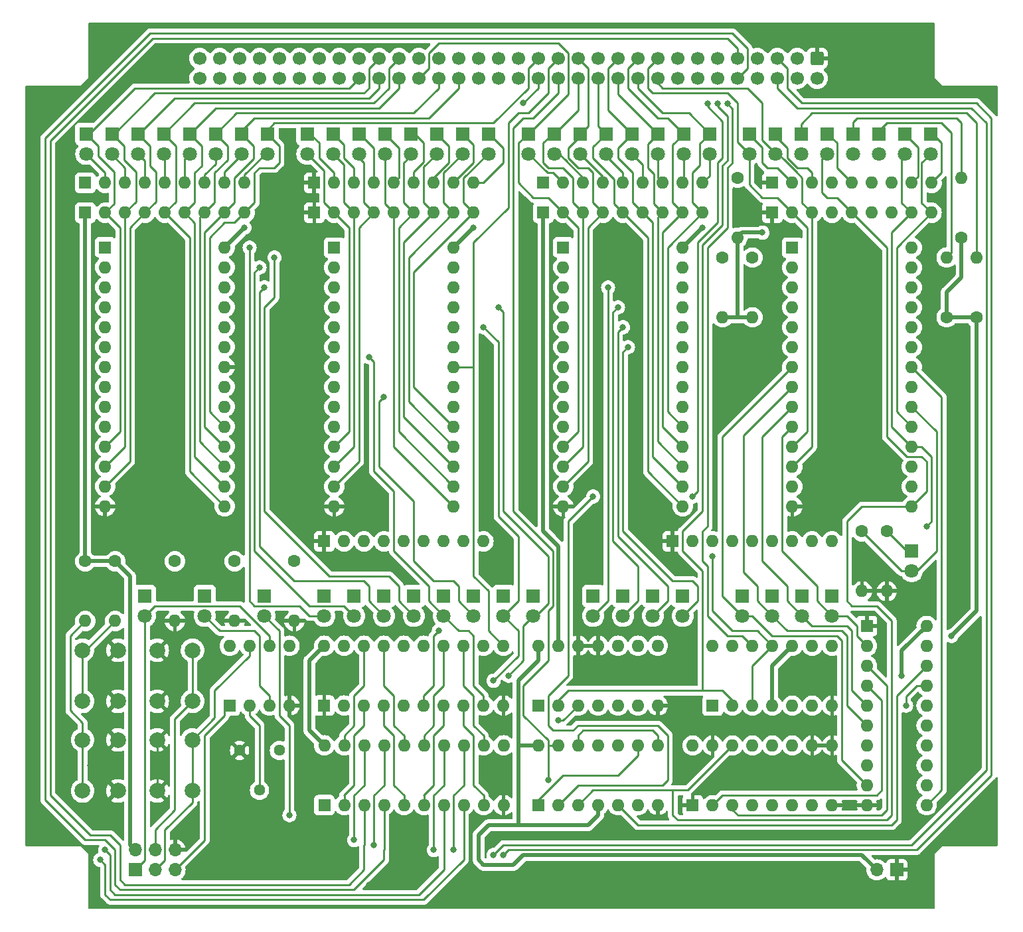
<source format=gbr>
%TF.GenerationSoftware,KiCad,Pcbnew,7.0.1*%
%TF.CreationDate,2023-09-10T19:31:46+01:00*%
%TF.ProjectId,Control_board,436f6e74-726f-46c5-9f62-6f6172642e6b,rev?*%
%TF.SameCoordinates,Original*%
%TF.FileFunction,Copper,L1,Top*%
%TF.FilePolarity,Positive*%
%FSLAX46Y46*%
G04 Gerber Fmt 4.6, Leading zero omitted, Abs format (unit mm)*
G04 Created by KiCad (PCBNEW 7.0.1) date 2023-09-10 19:31:46*
%MOMM*%
%LPD*%
G01*
G04 APERTURE LIST*
G04 Aperture macros list*
%AMRoundRect*
0 Rectangle with rounded corners*
0 $1 Rounding radius*
0 $2 $3 $4 $5 $6 $7 $8 $9 X,Y pos of 4 corners*
0 Add a 4 corners polygon primitive as box body*
4,1,4,$2,$3,$4,$5,$6,$7,$8,$9,$2,$3,0*
0 Add four circle primitives for the rounded corners*
1,1,$1+$1,$2,$3*
1,1,$1+$1,$4,$5*
1,1,$1+$1,$6,$7*
1,1,$1+$1,$8,$9*
0 Add four rect primitives between the rounded corners*
20,1,$1+$1,$2,$3,$4,$5,0*
20,1,$1+$1,$4,$5,$6,$7,0*
20,1,$1+$1,$6,$7,$8,$9,0*
20,1,$1+$1,$8,$9,$2,$3,0*%
G04 Aperture macros list end*
%TA.AperFunction,ComponentPad*%
%ADD10R,1.700000X1.700000*%
%TD*%
%TA.AperFunction,ComponentPad*%
%ADD11O,1.700000X1.700000*%
%TD*%
%TA.AperFunction,ComponentPad*%
%ADD12R,1.600000X1.600000*%
%TD*%
%TA.AperFunction,ComponentPad*%
%ADD13O,1.600000X1.600000*%
%TD*%
%TA.AperFunction,ComponentPad*%
%ADD14C,1.800000*%
%TD*%
%TA.AperFunction,ComponentPad*%
%ADD15R,1.800000X1.800000*%
%TD*%
%TA.AperFunction,ComponentPad*%
%ADD16C,1.600000*%
%TD*%
%TA.AperFunction,ComponentPad*%
%ADD17C,2.000000*%
%TD*%
%TA.AperFunction,ComponentPad*%
%ADD18C,1.440000*%
%TD*%
%TA.AperFunction,ComponentPad*%
%ADD19RoundRect,0.250000X-0.600000X0.600000X-0.600000X-0.600000X0.600000X-0.600000X0.600000X0.600000X0*%
%TD*%
%TA.AperFunction,ComponentPad*%
%ADD20C,1.700000*%
%TD*%
%TA.AperFunction,ViaPad*%
%ADD21C,0.800000*%
%TD*%
%TA.AperFunction,Conductor*%
%ADD22C,0.250000*%
%TD*%
%TA.AperFunction,Conductor*%
%ADD23C,0.500000*%
%TD*%
G04 APERTURE END LIST*
D10*
%TO.P,J3,1,Pin_1*%
%TO.N,GND*%
X184150000Y-153035000D03*
D11*
%TO.P,J3,2,Pin_2*%
%TO.N,+5V*%
X181610000Y-153035000D03*
%TD*%
D12*
%TO.P,U2,1,~{R}*%
%TO.N,+5V*%
X138425000Y-132070000D03*
D13*
%TO.P,U2,2,D*%
%TO.N,/CARRY_FLAG*%
X140965000Y-132070000D03*
%TO.P,U2,3,C*%
%TO.N,/FLAGS_B_UPDATE*%
X143505000Y-132070000D03*
%TO.P,U2,4,~{S}*%
%TO.N,+5V*%
X146045000Y-132070000D03*
%TO.P,U2,5,Q*%
%TO.N,Net-(U2A-Q)*%
X148585000Y-132070000D03*
%TO.P,U2,6,~{Q}*%
%TO.N,unconnected-(U2A-~{Q}-Pad6)*%
X151125000Y-132070000D03*
%TO.P,U2,7,GND*%
%TO.N,GND*%
X153665000Y-132070000D03*
%TO.P,U2,8,~{Q}*%
%TO.N,unconnected-(U2B-~{Q}-Pad8)*%
X153665000Y-124450000D03*
%TO.P,U2,9,Q*%
%TO.N,unconnected-(U2B-Q-Pad9)*%
X151125000Y-124450000D03*
%TO.P,U2,10,~{S}*%
%TO.N,+5V*%
X148585000Y-124450000D03*
%TO.P,U2,11,C*%
%TO.N,GND*%
X146045000Y-124450000D03*
%TO.P,U2,12,D*%
X143505000Y-124450000D03*
%TO.P,U2,13,~{R}*%
%TO.N,+5V*%
X140965000Y-124450000D03*
%TO.P,U2,14,VCC*%
X138425000Y-124450000D03*
%TD*%
D12*
%TO.P,U3,1,~{Mr}*%
%TO.N,/~{RESET}*%
X111130000Y-144770000D03*
D13*
%TO.P,U3,2,Q0*%
%TO.N,Net-(U3-Q0)*%
X113670000Y-144770000D03*
%TO.P,U3,3,D0*%
%TO.N,/D0*%
X116210000Y-144770000D03*
%TO.P,U3,4,D1*%
%TO.N,/D1*%
X118750000Y-144770000D03*
%TO.P,U3,5,Q1*%
%TO.N,Net-(U3-Q1)*%
X121290000Y-144770000D03*
%TO.P,U3,6,Q2*%
%TO.N,Net-(U3-Q2)*%
X123830000Y-144770000D03*
%TO.P,U3,7,D2*%
%TO.N,/D2*%
X126370000Y-144770000D03*
%TO.P,U3,8,D3*%
%TO.N,/D3*%
X128910000Y-144770000D03*
%TO.P,U3,9,Q3*%
%TO.N,Net-(U3-Q3)*%
X131450000Y-144770000D03*
%TO.P,U3,10,GND*%
%TO.N,GND*%
X133990000Y-144770000D03*
%TO.P,U3,11,Cp*%
%TO.N,/IR_LOAD*%
X133990000Y-137150000D03*
%TO.P,U3,12,Q4*%
%TO.N,Net-(U3-Q4)*%
X131450000Y-137150000D03*
%TO.P,U3,13,D4*%
%TO.N,/D4*%
X128910000Y-137150000D03*
%TO.P,U3,14,D5*%
%TO.N,/D5*%
X126370000Y-137150000D03*
%TO.P,U3,15,Q5*%
%TO.N,Net-(U3-Q5)*%
X123830000Y-137150000D03*
%TO.P,U3,16,Q6*%
%TO.N,Net-(U3-Q6)*%
X121290000Y-137150000D03*
%TO.P,U3,17,D6*%
%TO.N,/D6*%
X118750000Y-137150000D03*
%TO.P,U3,18,D7*%
%TO.N,/D7*%
X116210000Y-137150000D03*
%TO.P,U3,19,Q7*%
%TO.N,Net-(U3-Q7)*%
X113670000Y-137150000D03*
%TO.P,U3,20,VCC*%
%TO.N,+5V*%
X111130000Y-137150000D03*
%TD*%
D12*
%TO.P,U4,1,OE*%
%TO.N,GND*%
X180335000Y-121920000D03*
D13*
%TO.P,U4,2,O0*%
%TO.N,/MA0*%
X180335000Y-124460000D03*
%TO.P,U4,3,D0*%
%TO.N,Net-(U4-D0)*%
X180335000Y-127000000D03*
%TO.P,U4,4,D1*%
%TO.N,Net-(U4-D1)*%
X180335000Y-129540000D03*
%TO.P,U4,5,O1*%
%TO.N,/MA1*%
X180335000Y-132080000D03*
%TO.P,U4,6,O2*%
%TO.N,/MA2*%
X180335000Y-134620000D03*
%TO.P,U4,7,D2*%
%TO.N,Net-(U4-D2)*%
X180335000Y-137160000D03*
%TO.P,U4,8,D3*%
%TO.N,Net-(U4-D3)*%
X180335000Y-139700000D03*
%TO.P,U4,9,O3*%
%TO.N,/MA3*%
X180335000Y-142240000D03*
%TO.P,U4,10,GND*%
%TO.N,GND*%
X180335000Y-144780000D03*
%TO.P,U4,11,LE*%
%TO.N,/CLK*%
X187955000Y-144780000D03*
%TO.P,U4,12,O4*%
%TO.N,/MA4*%
X187955000Y-142240000D03*
%TO.P,U4,13,D4*%
%TO.N,Net-(U1A-Q)*%
X187955000Y-139700000D03*
%TO.P,U4,14,D5*%
%TO.N,Net-(U1B-Q)*%
X187955000Y-137160000D03*
%TO.P,U4,15,O5*%
%TO.N,/MA5*%
X187955000Y-134620000D03*
%TO.P,U4,16,O6*%
%TO.N,/MA6*%
X187955000Y-132080000D03*
%TO.P,U4,17,D6*%
%TO.N,Net-(U2A-Q)*%
X187955000Y-129540000D03*
%TO.P,U4,18,D7*%
%TO.N,Net-(U12A-Q)*%
X187955000Y-127000000D03*
%TO.P,U4,19,O7*%
%TO.N,/MA7*%
X187955000Y-124460000D03*
%TO.P,U4,20,VCC*%
%TO.N,+5V*%
X187955000Y-121920000D03*
%TD*%
D12*
%TO.P,U5,1,B*%
%TO.N,GND*%
X158115000Y-144780000D03*
D13*
%TO.P,U5,2,QB*%
%TO.N,Net-(U4-D1)*%
X160655000Y-144780000D03*
%TO.P,U5,3,QA*%
%TO.N,Net-(U4-D0)*%
X163195000Y-144780000D03*
%TO.P,U5,4,DOWN*%
%TO.N,GND*%
X165735000Y-144780000D03*
%TO.P,U5,5,UP*%
%TO.N,/CLK*%
X168275000Y-144780000D03*
%TO.P,U5,6,QC*%
%TO.N,Net-(U4-D2)*%
X170815000Y-144780000D03*
%TO.P,U5,7,QD*%
%TO.N,Net-(U4-D3)*%
X173355000Y-144780000D03*
%TO.P,U5,8,GND*%
%TO.N,GND*%
X175895000Y-144780000D03*
%TO.P,U5,9,D*%
X175895000Y-137160000D03*
%TO.P,U5,10,C*%
X173355000Y-137160000D03*
%TO.P,U5,11,~{LOAD}*%
%TO.N,/~{RESET}*%
X170815000Y-137160000D03*
%TO.P,U5,12,~{CO}*%
%TO.N,unconnected-(U5-~{CO}-Pad12)*%
X168275000Y-137160000D03*
%TO.P,U5,13,~{BO}*%
%TO.N,unconnected-(U5-~{BO}-Pad13)*%
X165735000Y-137160000D03*
%TO.P,U5,14,CLR*%
%TO.N,/COUNTER_RESET*%
X163195000Y-137160000D03*
%TO.P,U5,15,A*%
%TO.N,GND*%
X160655000Y-137160000D03*
%TO.P,U5,16,VCC*%
%TO.N,+5V*%
X158115000Y-137160000D03*
%TD*%
D12*
%TO.P,U7,1,A15*%
%TO.N,/MA15*%
X83180000Y-73645000D03*
D13*
%TO.P,U7,2,A12*%
%TO.N,/MA12*%
X83180000Y-76185000D03*
%TO.P,U7,3,A7*%
%TO.N,/MA7*%
X83180000Y-78725000D03*
%TO.P,U7,4,A6*%
%TO.N,/MA6*%
X83180000Y-81265000D03*
%TO.P,U7,5,A5*%
%TO.N,/MA5*%
X83180000Y-83805000D03*
%TO.P,U7,6,A4*%
%TO.N,/MA4*%
X83180000Y-86345000D03*
%TO.P,U7,7,A3*%
%TO.N,/MA3*%
X83180000Y-88885000D03*
%TO.P,U7,8,A2*%
%TO.N,/MA2*%
X83180000Y-91425000D03*
%TO.P,U7,9,A1*%
%TO.N,/MA1*%
X83180000Y-93965000D03*
%TO.P,U7,10,A0*%
%TO.N,/MA0*%
X83180000Y-96505000D03*
%TO.P,U7,11,D0*%
%TO.N,/~{SP_OUT}*%
X83180000Y-99045000D03*
%TO.P,U7,12,D1*%
%TO.N,/~{ALU_OUT}*%
X83180000Y-101585000D03*
%TO.P,U7,13,D2*%
%TO.N,/~{PC_OUT}*%
X83180000Y-104125000D03*
%TO.P,U7,14,GND*%
%TO.N,GND*%
X83180000Y-106665000D03*
%TO.P,U7,15,D3*%
%TO.N,/~{A_OUT}*%
X98420000Y-106665000D03*
%TO.P,U7,16,D4*%
%TO.N,/~{T_OUT}*%
X98420000Y-104125000D03*
%TO.P,U7,17,D5*%
%TO.N,/~{BC_OUT}*%
X98420000Y-101585000D03*
%TO.P,U7,18,D6*%
%TO.N,/~{DE_OUT}*%
X98420000Y-99045000D03*
%TO.P,U7,19,D7*%
%TO.N,/~{RAM_OUT}*%
X98420000Y-96505000D03*
%TO.P,U7,20,~{CE}*%
%TO.N,/CONTROL_DISABLE*%
X98420000Y-93965000D03*
%TO.P,U7,21,A10*%
%TO.N,/MA10*%
X98420000Y-91425000D03*
%TO.P,U7,22,~{OE}*%
%TO.N,GND*%
X98420000Y-88885000D03*
%TO.P,U7,23,A11*%
%TO.N,/MA11*%
X98420000Y-86345000D03*
%TO.P,U7,24,A9*%
%TO.N,/MA9*%
X98420000Y-83805000D03*
%TO.P,U7,25,A8*%
%TO.N,/MA8*%
X98420000Y-81265000D03*
%TO.P,U7,26,A13*%
%TO.N,/MA13*%
X98420000Y-78725000D03*
%TO.P,U7,27,A14*%
%TO.N,/MA14*%
X98420000Y-76185000D03*
%TO.P,U7,28,VCC*%
%TO.N,+5V*%
X98420000Y-73645000D03*
%TD*%
D12*
%TO.P,U11,1,~{RESET}/PB5*%
%TO.N,Net-(J1-Pin_5)*%
X99070000Y-132070000D03*
D13*
%TO.P,U11,2,XTAL1/PB3*%
%TO.N,Net-(U11-XTAL1{slash}PB3)*%
X101610000Y-132070000D03*
%TO.P,U11,3,XTAL2/PB4*%
%TO.N,/CLK*%
X104150000Y-132070000D03*
%TO.P,U11,4,GND*%
%TO.N,GND*%
X106690000Y-132070000D03*
%TO.P,U11,5,AREF/PB0*%
%TO.N,Net-(J1-Pin_4)*%
X106690000Y-124450000D03*
%TO.P,U11,6,PB1*%
%TO.N,Net-(D1-A)*%
X104150000Y-124450000D03*
%TO.P,U11,7,PB2*%
%TO.N,Net-(J1-Pin_3)*%
X101610000Y-124450000D03*
%TO.P,U11,8,VCC*%
%TO.N,+5V*%
X99070000Y-124450000D03*
%TD*%
D12*
%TO.P,U12,1,~{R}*%
%TO.N,Net-(D6-A)*%
X138425000Y-144770000D03*
D13*
%TO.P,U12,2,D*%
%TO.N,/~{INTERRUPT_FLAG}*%
X140965000Y-144770000D03*
%TO.P,U12,3,C*%
%TO.N,/COUNTER_RESET*%
X143505000Y-144770000D03*
%TO.P,U12,4,~{S}*%
%TO.N,+5V*%
X146045000Y-144770000D03*
%TO.P,U12,5,Q*%
%TO.N,Net-(U12A-Q)*%
X148585000Y-144770000D03*
%TO.P,U12,6,~{Q}*%
%TO.N,unconnected-(U12A-~{Q}-Pad6)*%
X151125000Y-144770000D03*
%TO.P,U12,7,GND*%
%TO.N,GND*%
X153665000Y-144770000D03*
%TO.P,U12,8,~{Q}*%
%TO.N,Net-(U12B-D)*%
X153665000Y-137150000D03*
%TO.P,U12,9,Q*%
%TO.N,Net-(D6-A)*%
X151125000Y-137150000D03*
%TO.P,U12,10,~{S}*%
%TO.N,+5V*%
X148585000Y-137150000D03*
%TO.P,U12,11,C*%
%TO.N,/INT_EN_TOGGLE*%
X146045000Y-137150000D03*
%TO.P,U12,12,D*%
%TO.N,Net-(U12B-D)*%
X143505000Y-137150000D03*
%TO.P,U12,13,~{R}*%
%TO.N,/~{RESET}*%
X140965000Y-137150000D03*
%TO.P,U12,14,VCC*%
%TO.N,+5V*%
X138425000Y-137150000D03*
%TD*%
D14*
%TO.P,D32,2,A*%
%TO.N,Net-(D32-A)*%
X93980000Y-61722000D03*
D15*
%TO.P,D32,1,K*%
%TO.N,/~{T_OUT}*%
X93980000Y-59182000D03*
%TD*%
D14*
%TO.P,D51,2,A*%
%TO.N,Net-(D51-A)*%
X160274000Y-61717000D03*
D15*
%TO.P,D51,1,K*%
%TO.N,/ALU_S3*%
X160274000Y-59177000D03*
%TD*%
D14*
%TO.P,D42,2,A*%
%TO.N,/E_LOAD*%
X128778000Y-61717000D03*
D15*
%TO.P,D42,1,K*%
%TO.N,Net-(D42-K)*%
X128778000Y-59177000D03*
%TD*%
D14*
%TO.P,D21,2,A*%
%TO.N,Net-(D21-A)*%
X178562000Y-61722000D03*
D15*
%TO.P,D21,1,K*%
%TO.N,/INT_EN_TOGGLE*%
X178562000Y-59182000D03*
%TD*%
D13*
%TO.P,U10,28,VCC*%
%TO.N,+5V*%
X186055000Y-73660000D03*
%TO.P,U10,27,A14*%
%TO.N,/MA14*%
X186055000Y-76200000D03*
%TO.P,U10,26,A13*%
%TO.N,/MA13*%
X186055000Y-78740000D03*
%TO.P,U10,25,A8*%
%TO.N,/MA8*%
X186055000Y-81280000D03*
%TO.P,U10,24,A9*%
%TO.N,/MA9*%
X186055000Y-83820000D03*
%TO.P,U10,23,A11*%
%TO.N,/MA11*%
X186055000Y-86360000D03*
%TO.P,U10,22,~{OE}*%
%TO.N,/CLK*%
X186055000Y-88900000D03*
%TO.P,U10,21,A10*%
%TO.N,/MA10*%
X186055000Y-91440000D03*
%TO.P,U10,20,~{CE}*%
%TO.N,/CONTROL_DISABLE*%
X186055000Y-93980000D03*
%TO.P,U10,19,D7*%
%TO.N,/FLAGS_B_UPDATE*%
X186055000Y-96520000D03*
%TO.P,U10,18,D6*%
%TO.N,/FLAGS_A_UPDATE*%
X186055000Y-99060000D03*
%TO.P,U10,17,D5*%
%TO.N,/IR_LOAD*%
X186055000Y-101600000D03*
%TO.P,U10,16,D4*%
%TO.N,/INT_EN_TOGGLE*%
X186055000Y-104140000D03*
%TO.P,U10,15,D3*%
%TO.N,/COUNTER_RESET*%
X186055000Y-106680000D03*
%TO.P,U10,14,GND*%
%TO.N,GND*%
X170815000Y-106680000D03*
%TO.P,U10,13,D2*%
%TO.N,/~{RAM_LOAD}*%
X170815000Y-104140000D03*
%TO.P,U10,12,D1*%
%TO.N,/T_LOAD*%
X170815000Y-101600000D03*
%TO.P,U10,11,D0*%
%TO.N,/A_LOAD*%
X170815000Y-99060000D03*
%TO.P,U10,10,A0*%
%TO.N,/MA0*%
X170815000Y-96520000D03*
%TO.P,U10,9,A1*%
%TO.N,/MA1*%
X170815000Y-93980000D03*
%TO.P,U10,8,A2*%
%TO.N,/MA2*%
X170815000Y-91440000D03*
%TO.P,U10,7,A3*%
%TO.N,/MA3*%
X170815000Y-88900000D03*
%TO.P,U10,6,A4*%
%TO.N,/MA4*%
X170815000Y-86360000D03*
%TO.P,U10,5,A5*%
%TO.N,/MA5*%
X170815000Y-83820000D03*
%TO.P,U10,4,A6*%
%TO.N,/MA6*%
X170815000Y-81280000D03*
%TO.P,U10,3,A7*%
%TO.N,/MA7*%
X170815000Y-78740000D03*
%TO.P,U10,2,A12*%
%TO.N,/MA12*%
X170815000Y-76200000D03*
D12*
%TO.P,U10,1,A15*%
%TO.N,/MA15*%
X170815000Y-73660000D03*
%TD*%
D14*
%TO.P,D52,2,A*%
%TO.N,/CONTROL_DISABLE*%
X186055000Y-114930000D03*
D15*
%TO.P,D52,1,K*%
%TO.N,Net-(D52-K)*%
X186055000Y-112390000D03*
%TD*%
D13*
%TO.P,U6,20,VCC*%
%TO.N,+5V*%
X111125000Y-124450000D03*
%TO.P,U6,19,O7*%
%TO.N,/MA15*%
X113665000Y-124450000D03*
%TO.P,U6,18,D7*%
%TO.N,Net-(U3-Q7)*%
X116205000Y-124450000D03*
%TO.P,U6,17,D6*%
%TO.N,Net-(U3-Q6)*%
X118745000Y-124450000D03*
%TO.P,U6,16,O6*%
%TO.N,/MA14*%
X121285000Y-124450000D03*
%TO.P,U6,15,O5*%
%TO.N,/MA13*%
X123825000Y-124450000D03*
%TO.P,U6,14,D5*%
%TO.N,Net-(U3-Q5)*%
X126365000Y-124450000D03*
%TO.P,U6,13,D4*%
%TO.N,Net-(U3-Q4)*%
X128905000Y-124450000D03*
%TO.P,U6,12,O4*%
%TO.N,/MA12*%
X131445000Y-124450000D03*
%TO.P,U6,11,LE*%
%TO.N,/CLK*%
X133985000Y-124450000D03*
%TO.P,U6,10,GND*%
%TO.N,GND*%
X133985000Y-132070000D03*
%TO.P,U6,9,O3*%
%TO.N,/MA11*%
X131445000Y-132070000D03*
%TO.P,U6,8,D3*%
%TO.N,Net-(U3-Q3)*%
X128905000Y-132070000D03*
%TO.P,U6,7,D2*%
%TO.N,Net-(U3-Q2)*%
X126365000Y-132070000D03*
%TO.P,U6,6,O2*%
%TO.N,/MA10*%
X123825000Y-132070000D03*
%TO.P,U6,5,O1*%
%TO.N,/MA9*%
X121285000Y-132070000D03*
%TO.P,U6,4,D1*%
%TO.N,Net-(U3-Q1)*%
X118745000Y-132070000D03*
%TO.P,U6,3,D0*%
%TO.N,Net-(U3-Q0)*%
X116205000Y-132070000D03*
%TO.P,U6,2,O0*%
%TO.N,/MA8*%
X113665000Y-132070000D03*
D12*
%TO.P,U6,1,OE*%
%TO.N,GND*%
X111125000Y-132070000D03*
%TD*%
D14*
%TO.P,D13,2,A*%
%TO.N,/MA9*%
X133985000Y-120650000D03*
D15*
%TO.P,D13,1,K*%
%TO.N,Net-(D13-K)*%
X133985000Y-118110000D03*
%TD*%
D14*
%TO.P,D39,2,A*%
%TO.N,/PC_L_LOAD*%
X118872000Y-61717000D03*
D15*
%TO.P,D39,1,K*%
%TO.N,Net-(D39-K)*%
X118872000Y-59177000D03*
%TD*%
D14*
%TO.P,D27,2,A*%
%TO.N,/FLAGS_B_UPDATE*%
X188468000Y-61722000D03*
D15*
%TO.P,D27,1,K*%
%TO.N,Net-(D27-K)*%
X188468000Y-59182000D03*
%TD*%
D13*
%TO.P,R5,2*%
%TO.N,/INT_EN_TOGGLE*%
X192405000Y-64770000D03*
D16*
%TO.P,R5,1*%
%TO.N,+5V*%
X192405000Y-72390000D03*
%TD*%
D14*
%TO.P,D9,2,A*%
%TO.N,/MA5*%
X153035000Y-120645000D03*
D15*
%TO.P,D9,1,K*%
%TO.N,Net-(D9-K)*%
X153035000Y-118105000D03*
%TD*%
D13*
%TO.P,R13,2*%
%TO.N,/~{INTERRUPT_FLAG}*%
X84455000Y-121285000D03*
D16*
%TO.P,R13,1*%
%TO.N,+5V*%
X84455000Y-113665000D03*
%TD*%
D14*
%TO.P,D31,2,A*%
%TO.N,Net-(D31-A)*%
X90678000Y-61722000D03*
D15*
%TO.P,D31,1,K*%
%TO.N,/~{A_OUT}*%
X90678000Y-59182000D03*
%TD*%
D14*
%TO.P,D24,2,A*%
%TO.N,/T_LOAD*%
X168656000Y-61722000D03*
D15*
%TO.P,D24,1,K*%
%TO.N,Net-(D24-K)*%
X168656000Y-59182000D03*
%TD*%
D14*
%TO.P,D20,2,A*%
%TO.N,Net-(D20-A)*%
X181864000Y-61722000D03*
D15*
%TO.P,D20,1,K*%
%TO.N,/IR_LOAD*%
X181864000Y-59182000D03*
%TD*%
D17*
%TO.P,SW2,2,2*%
%TO.N,GND*%
X89825000Y-131520000D03*
X89825000Y-125020000D03*
%TO.P,SW2,1,1*%
%TO.N,Net-(J1-Pin_4)*%
X94325000Y-131520000D03*
X94325000Y-125020000D03*
%TD*%
D14*
%TO.P,D19,2,A*%
%TO.N,/MA15*%
X111125000Y-120650000D03*
D15*
%TO.P,D19,1,K*%
%TO.N,Net-(D19-K)*%
X111125000Y-118110000D03*
%TD*%
D13*
%TO.P,RN3,9,R8*%
%TO.N,/~{RAM_OUT}*%
X100965000Y-69215000D03*
%TO.P,RN3,8,R7*%
%TO.N,/~{DE_OUT}*%
X98425000Y-69215000D03*
%TO.P,RN3,7,R6*%
%TO.N,/~{BC_OUT}*%
X95885000Y-69215000D03*
%TO.P,RN3,6,R5*%
%TO.N,/~{T_OUT}*%
X93345000Y-69215000D03*
%TO.P,RN3,5,R4*%
%TO.N,/~{A_OUT}*%
X90805000Y-69215000D03*
%TO.P,RN3,4,R3*%
%TO.N,/~{PC_OUT}*%
X88265000Y-69215000D03*
%TO.P,RN3,3,R2*%
%TO.N,/~{ALU_OUT}*%
X85725000Y-69215000D03*
%TO.P,RN3,2,R1*%
%TO.N,/~{SP_OUT}*%
X83185000Y-69215000D03*
D12*
%TO.P,RN3,1,common*%
%TO.N,+5V*%
X80645000Y-69215000D03*
%TD*%
D17*
%TO.P,SW1,2,2*%
%TO.N,GND*%
X89825000Y-142950000D03*
X89825000Y-136450000D03*
%TO.P,SW1,1,1*%
%TO.N,Net-(J1-Pin_3)*%
X94325000Y-142950000D03*
X94325000Y-136450000D03*
%TD*%
D13*
%TO.P,R10,2*%
%TO.N,/~{RESET}*%
X80645000Y-121285000D03*
D16*
%TO.P,R10,1*%
%TO.N,+5V*%
X80645000Y-113665000D03*
%TD*%
D14*
%TO.P,D45,2,A*%
%TO.N,Net-(D45-A)*%
X140462000Y-61717000D03*
D15*
%TO.P,D45,1,K*%
%TO.N,/ALU_M*%
X140462000Y-59177000D03*
%TD*%
D14*
%TO.P,D28,2,A*%
%TO.N,Net-(D28-A)*%
X80772000Y-61722000D03*
D15*
%TO.P,D28,1,K*%
%TO.N,/~{SP_OUT}*%
X80772000Y-59182000D03*
%TD*%
D13*
%TO.P,RN1,9,R8*%
%TO.N,/FLAGS_B_UPDATE*%
X188580000Y-69215000D03*
%TO.P,RN1,8,R7*%
%TO.N,/FLAGS_A_UPDATE*%
X186040000Y-69215000D03*
%TO.P,RN1,7,R6*%
%TO.N,unconnected-(RN1-R6-Pad7)*%
X183500000Y-69215000D03*
%TO.P,RN1,6,R5*%
%TO.N,unconnected-(RN1-R5-Pad6)*%
X180960000Y-69215000D03*
%TO.P,RN1,5,R4*%
%TO.N,/COUNTER_RESET*%
X178420000Y-69215000D03*
%TO.P,RN1,4,R3*%
%TO.N,unconnected-(RN1-R3-Pad4)*%
X175880000Y-69215000D03*
%TO.P,RN1,3,R2*%
%TO.N,/T_LOAD*%
X173340000Y-69215000D03*
%TO.P,RN1,2,R1*%
%TO.N,/A_LOAD*%
X170800000Y-69215000D03*
D12*
%TO.P,RN1,1,common*%
%TO.N,GND*%
X168260000Y-69215000D03*
%TD*%
D13*
%TO.P,RN2,9,R8*%
%TO.N,/D_LOAD*%
X130175000Y-69215000D03*
%TO.P,RN2,8,R7*%
%TO.N,/E_LOAD*%
X127635000Y-69215000D03*
%TO.P,RN2,7,R6*%
%TO.N,/SP_L_LOAD*%
X125095000Y-69215000D03*
%TO.P,RN2,6,R5*%
%TO.N,/C_LOAD*%
X122555000Y-69215000D03*
%TO.P,RN2,5,R4*%
%TO.N,/PC_L_LOAD*%
X120015000Y-69215000D03*
%TO.P,RN2,4,R3*%
%TO.N,/B_LOAD*%
X117475000Y-69215000D03*
%TO.P,RN2,3,R2*%
%TO.N,/SP_H_LOAD*%
X114935000Y-69215000D03*
%TO.P,RN2,2,R1*%
%TO.N,/PC_H_LOAD*%
X112395000Y-69215000D03*
D12*
%TO.P,RN2,1,common*%
%TO.N,GND*%
X109855000Y-69215000D03*
%TD*%
D14*
%TO.P,D14,2,A*%
%TO.N,/MA10*%
X130175000Y-120650000D03*
D15*
%TO.P,D14,1,K*%
%TO.N,Net-(D14-K)*%
X130175000Y-118110000D03*
%TD*%
D13*
%TO.P,U8,28,VCC*%
%TO.N,+5V*%
X127635000Y-73660000D03*
%TO.P,U8,27,A14*%
%TO.N,/MA14*%
X127635000Y-76200000D03*
%TO.P,U8,26,A13*%
%TO.N,/MA13*%
X127635000Y-78740000D03*
%TO.P,U8,25,A8*%
%TO.N,/MA8*%
X127635000Y-81280000D03*
%TO.P,U8,24,A9*%
%TO.N,/MA9*%
X127635000Y-83820000D03*
%TO.P,U8,23,A11*%
%TO.N,/MA11*%
X127635000Y-86360000D03*
%TO.P,U8,22,~{OE}*%
%TO.N,/CLK*%
X127635000Y-88900000D03*
%TO.P,U8,21,A10*%
%TO.N,/MA10*%
X127635000Y-91440000D03*
%TO.P,U8,20,~{CE}*%
%TO.N,/CONTROL_DISABLE*%
X127635000Y-93980000D03*
%TO.P,U8,19,D7*%
%TO.N,/D_LOAD*%
X127635000Y-96520000D03*
%TO.P,U8,18,D6*%
%TO.N,/E_LOAD*%
X127635000Y-99060000D03*
%TO.P,U8,17,D5*%
%TO.N,/SP_L_LOAD*%
X127635000Y-101600000D03*
%TO.P,U8,16,D4*%
%TO.N,/C_LOAD*%
X127635000Y-104140000D03*
%TO.P,U8,15,D3*%
%TO.N,/PC_L_LOAD*%
X127635000Y-106680000D03*
%TO.P,U8,14,GND*%
%TO.N,GND*%
X112395000Y-106680000D03*
%TO.P,U8,13,D2*%
%TO.N,/B_LOAD*%
X112395000Y-104140000D03*
%TO.P,U8,12,D1*%
%TO.N,/SP_H_LOAD*%
X112395000Y-101600000D03*
%TO.P,U8,11,D0*%
%TO.N,/PC_H_LOAD*%
X112395000Y-99060000D03*
%TO.P,U8,10,A0*%
%TO.N,/MA0*%
X112395000Y-96520000D03*
%TO.P,U8,9,A1*%
%TO.N,/MA1*%
X112395000Y-93980000D03*
%TO.P,U8,8,A2*%
%TO.N,/MA2*%
X112395000Y-91440000D03*
%TO.P,U8,7,A3*%
%TO.N,/MA3*%
X112395000Y-88900000D03*
%TO.P,U8,6,A4*%
%TO.N,/MA4*%
X112395000Y-86360000D03*
%TO.P,U8,5,A5*%
%TO.N,/MA5*%
X112395000Y-83820000D03*
%TO.P,U8,4,A6*%
%TO.N,/MA6*%
X112395000Y-81280000D03*
%TO.P,U8,3,A7*%
%TO.N,/MA7*%
X112395000Y-78740000D03*
%TO.P,U8,2,A12*%
%TO.N,/MA12*%
X112395000Y-76200000D03*
D12*
%TO.P,U8,1,A15*%
%TO.N,/MA15*%
X112395000Y-73660000D03*
%TD*%
D13*
%TO.P,RN6,9,R8*%
%TO.N,Net-(D12-K)*%
X131430000Y-111125000D03*
%TO.P,RN6,8,R7*%
%TO.N,Net-(D13-K)*%
X128890000Y-111125000D03*
%TO.P,RN6,7,R6*%
%TO.N,Net-(D14-K)*%
X126350000Y-111125000D03*
%TO.P,RN6,6,R5*%
%TO.N,Net-(D15-K)*%
X123810000Y-111125000D03*
%TO.P,RN6,5,R4*%
%TO.N,Net-(D16-K)*%
X121270000Y-111125000D03*
%TO.P,RN6,4,R3*%
%TO.N,Net-(D17-K)*%
X118730000Y-111125000D03*
%TO.P,RN6,3,R2*%
%TO.N,Net-(D18-K)*%
X116190000Y-111125000D03*
%TO.P,RN6,2,R1*%
%TO.N,Net-(D19-K)*%
X113650000Y-111125000D03*
D12*
%TO.P,RN6,1,common*%
%TO.N,GND*%
X111110000Y-111125000D03*
%TD*%
D14*
%TO.P,D12,2,A*%
%TO.N,/MA8*%
X137795000Y-120650000D03*
D15*
%TO.P,D12,1,K*%
%TO.N,Net-(D12-K)*%
X137795000Y-118110000D03*
%TD*%
D13*
%TO.P,R4,2*%
%TO.N,GND*%
X107315000Y-121285000D03*
D16*
%TO.P,R4,1*%
%TO.N,Net-(D6-K)*%
X107315000Y-113665000D03*
%TD*%
D14*
%TO.P,D1,2,A*%
%TO.N,Net-(D1-A)*%
X88265000Y-120645000D03*
D15*
%TO.P,D1,1,K*%
%TO.N,Net-(D1-K)*%
X88265000Y-118105000D03*
%TD*%
D14*
%TO.P,D35,2,A*%
%TO.N,Net-(D35-A)*%
X103886000Y-61722000D03*
D15*
%TO.P,D35,1,K*%
%TO.N,/~{RAM_OUT}*%
X103886000Y-59182000D03*
%TD*%
D13*
%TO.P,U9,28,VCC*%
%TO.N,+5V*%
X156845000Y-73645000D03*
%TO.P,U9,27,A14*%
%TO.N,/MA14*%
X156845000Y-76185000D03*
%TO.P,U9,26,A13*%
%TO.N,/MA13*%
X156845000Y-78725000D03*
%TO.P,U9,25,A8*%
%TO.N,/MA8*%
X156845000Y-81265000D03*
%TO.P,U9,24,A9*%
%TO.N,/MA9*%
X156845000Y-83805000D03*
%TO.P,U9,23,A11*%
%TO.N,/MA11*%
X156845000Y-86345000D03*
%TO.P,U9,22,~{OE}*%
%TO.N,GND*%
X156845000Y-88885000D03*
%TO.P,U9,21,A10*%
%TO.N,/MA10*%
X156845000Y-91425000D03*
%TO.P,U9,20,~{CE}*%
%TO.N,/CONTROL_DISABLE*%
X156845000Y-93965000D03*
%TO.P,U9,19,D7*%
%TO.N,/ALU_S3*%
X156845000Y-96505000D03*
%TO.P,U9,18,D6*%
%TO.N,/ALU_S2*%
X156845000Y-99045000D03*
%TO.P,U9,17,D5*%
%TO.N,/ALU_S1*%
X156845000Y-101585000D03*
%TO.P,U9,16,D4*%
%TO.N,/ALU_S0*%
X156845000Y-104125000D03*
%TO.P,U9,15,D3*%
%TO.N,/~{ALU_CIN}*%
X156845000Y-106665000D03*
%TO.P,U9,14,GND*%
%TO.N,GND*%
X141605000Y-106665000D03*
%TO.P,U9,13,D2*%
%TO.N,/~{ADR_L_OUT}*%
X141605000Y-104125000D03*
%TO.P,U9,12,D1*%
%TO.N,/ALU_M*%
X141605000Y-101585000D03*
%TO.P,U9,11,D0*%
%TO.N,/~{ADR_H_OUT}*%
X141605000Y-99045000D03*
%TO.P,U9,10,A0*%
%TO.N,/MA0*%
X141605000Y-96505000D03*
%TO.P,U9,9,A1*%
%TO.N,/MA1*%
X141605000Y-93965000D03*
%TO.P,U9,8,A2*%
%TO.N,/MA2*%
X141605000Y-91425000D03*
%TO.P,U9,7,A3*%
%TO.N,/MA3*%
X141605000Y-88885000D03*
%TO.P,U9,6,A4*%
%TO.N,/MA4*%
X141605000Y-86345000D03*
%TO.P,U9,5,A5*%
%TO.N,/MA5*%
X141605000Y-83805000D03*
%TO.P,U9,4,A6*%
%TO.N,/MA6*%
X141605000Y-81265000D03*
%TO.P,U9,3,A7*%
%TO.N,/MA7*%
X141605000Y-78725000D03*
%TO.P,U9,2,A12*%
%TO.N,/MA12*%
X141605000Y-76185000D03*
D12*
%TO.P,U9,1,A15*%
%TO.N,/MA15*%
X141605000Y-73645000D03*
%TD*%
D13*
%TO.P,R12,2*%
%TO.N,GND*%
X182880000Y-117475000D03*
D16*
%TO.P,R12,1*%
%TO.N,Net-(D52-K)*%
X182880000Y-109855000D03*
%TD*%
D14*
%TO.P,D43,2,A*%
%TO.N,/D_LOAD*%
X132080000Y-61717000D03*
D15*
%TO.P,D43,1,K*%
%TO.N,Net-(D43-K)*%
X132080000Y-59177000D03*
%TD*%
D13*
%TO.P,R7,2*%
%TO.N,+5V*%
X165735000Y-82550000D03*
D16*
%TO.P,R7,1*%
%TO.N,Net-(D20-A)*%
X165735000Y-74930000D03*
%TD*%
D14*
%TO.P,D2,2,A*%
%TO.N,/CLK*%
X95885000Y-120645000D03*
D15*
%TO.P,D2,1,K*%
%TO.N,Net-(D2-K)*%
X95885000Y-118105000D03*
%TD*%
D13*
%TO.P,R2,2*%
%TO.N,GND*%
X92075000Y-121285000D03*
D16*
%TO.P,R2,1*%
%TO.N,Net-(D1-K)*%
X92075000Y-113665000D03*
%TD*%
D14*
%TO.P,D49,2,A*%
%TO.N,Net-(D49-A)*%
X153670000Y-61722000D03*
D15*
%TO.P,D49,1,K*%
%TO.N,/ALU_S1*%
X153670000Y-59182000D03*
%TD*%
D14*
%TO.P,D33,2,A*%
%TO.N,Net-(D33-A)*%
X97282000Y-61722000D03*
D15*
%TO.P,D33,1,K*%
%TO.N,/~{BC_OUT}*%
X97282000Y-59182000D03*
%TD*%
D14*
%TO.P,D25,2,A*%
%TO.N,/COUNTER_RESET*%
X175260000Y-61722000D03*
D15*
%TO.P,D25,1,K*%
%TO.N,Net-(D25-K)*%
X175260000Y-59182000D03*
%TD*%
D14*
%TO.P,D44,2,A*%
%TO.N,Net-(D44-A)*%
X137160000Y-61717000D03*
D15*
%TO.P,D44,1,K*%
%TO.N,/~{ADR_H_OUT}*%
X137160000Y-59177000D03*
%TD*%
D13*
%TO.P,RN4,9,R8*%
%TO.N,/ALU_S3*%
X159385000Y-69215000D03*
%TO.P,RN4,8,R7*%
%TO.N,/ALU_S2*%
X156845000Y-69215000D03*
%TO.P,RN4,7,R6*%
%TO.N,/ALU_S1*%
X154305000Y-69215000D03*
%TO.P,RN4,6,R5*%
%TO.N,/ALU_S0*%
X151765000Y-69215000D03*
%TO.P,RN4,5,R4*%
%TO.N,/~{ALU_CIN}*%
X149225000Y-69215000D03*
%TO.P,RN4,4,R3*%
%TO.N,/~{ADR_L_OUT}*%
X146685000Y-69215000D03*
%TO.P,RN4,3,R2*%
%TO.N,/ALU_M*%
X144145000Y-69215000D03*
%TO.P,RN4,2,R1*%
%TO.N,/~{ADR_H_OUT}*%
X141605000Y-69215000D03*
D12*
%TO.P,RN4,1,common*%
%TO.N,+5V*%
X139065000Y-69215000D03*
%TD*%
D14*
%TO.P,D46,2,A*%
%TO.N,Net-(D46-A)*%
X143764000Y-61717000D03*
D15*
%TO.P,D46,1,K*%
%TO.N,/~{ADR_L_OUT}*%
X143764000Y-59177000D03*
%TD*%
D14*
%TO.P,D16,2,A*%
%TO.N,/MA12*%
X122555000Y-120650000D03*
D15*
%TO.P,D16,1,K*%
%TO.N,Net-(D16-K)*%
X122555000Y-118110000D03*
%TD*%
D13*
%TO.P,RN9,9,R8*%
%TO.N,Net-(D43-K)*%
X130160000Y-65405000D03*
%TO.P,RN9,8,R7*%
%TO.N,Net-(D42-K)*%
X127620000Y-65405000D03*
%TO.P,RN9,7,R6*%
%TO.N,Net-(D41-K)*%
X125080000Y-65405000D03*
%TO.P,RN9,6,R5*%
%TO.N,Net-(D40-K)*%
X122540000Y-65405000D03*
%TO.P,RN9,5,R4*%
%TO.N,Net-(D39-K)*%
X120000000Y-65405000D03*
%TO.P,RN9,4,R3*%
%TO.N,Net-(D38-K)*%
X117460000Y-65405000D03*
%TO.P,RN9,3,R2*%
%TO.N,Net-(D37-K)*%
X114920000Y-65405000D03*
%TO.P,RN9,2,R1*%
%TO.N,Net-(D36-K)*%
X112380000Y-65405000D03*
D12*
%TO.P,RN9,1,common*%
%TO.N,GND*%
X109840000Y-65405000D03*
%TD*%
D13*
%TO.P,R9,2*%
%TO.N,+5V*%
X163830000Y-72390000D03*
D16*
%TO.P,R9,1*%
%TO.N,Net-(D22-A)*%
X163830000Y-64770000D03*
%TD*%
D14*
%TO.P,D8,2,A*%
%TO.N,/MA4*%
X156845000Y-120650000D03*
D15*
%TO.P,D8,1,K*%
%TO.N,Net-(D8-K)*%
X156845000Y-118110000D03*
%TD*%
D14*
%TO.P,D38,2,A*%
%TO.N,/B_LOAD*%
X115570000Y-61717000D03*
D15*
%TO.P,D38,1,K*%
%TO.N,Net-(D38-K)*%
X115570000Y-59177000D03*
%TD*%
D14*
%TO.P,D10,2,A*%
%TO.N,/MA6*%
X149225000Y-120645000D03*
D15*
%TO.P,D10,1,K*%
%TO.N,Net-(D10-K)*%
X149225000Y-118105000D03*
%TD*%
D13*
%TO.P,U1,14,VCC*%
%TO.N,+5V*%
X160655000Y-124460000D03*
%TO.P,U1,13,~{R}*%
X163195000Y-124460000D03*
%TO.P,U1,12,D*%
%TO.N,/EQUAL_FLAG*%
X165735000Y-124460000D03*
%TO.P,U1,11,C*%
%TO.N,/FLAGS_A_UPDATE*%
X168275000Y-124460000D03*
%TO.P,U1,10,~{S}*%
%TO.N,+5V*%
X170815000Y-124460000D03*
%TO.P,U1,9,Q*%
%TO.N,Net-(U1B-Q)*%
X173355000Y-124460000D03*
%TO.P,U1,8,~{Q}*%
%TO.N,unconnected-(U1B-~{Q}-Pad8)*%
X175895000Y-124460000D03*
%TO.P,U1,7,GND*%
%TO.N,GND*%
X175895000Y-132080000D03*
%TO.P,U1,6,~{Q}*%
%TO.N,unconnected-(U1A-~{Q}-Pad6)*%
X173355000Y-132080000D03*
%TO.P,U1,5,Q*%
%TO.N,Net-(U1A-Q)*%
X170815000Y-132080000D03*
%TO.P,U1,4,~{S}*%
%TO.N,+5V*%
X168275000Y-132080000D03*
%TO.P,U1,3,C*%
%TO.N,/FLAGS_A_UPDATE*%
X165735000Y-132080000D03*
%TO.P,U1,2,D*%
%TO.N,/CARRY_FLAG*%
X163195000Y-132080000D03*
D12*
%TO.P,U1,1,~{R}*%
%TO.N,+5V*%
X160655000Y-132080000D03*
%TD*%
D17*
%TO.P,SW4,2,2*%
%TO.N,GND*%
X84800000Y-125020000D03*
X84800000Y-131520000D03*
%TO.P,SW4,1,1*%
%TO.N,/~{INTERRUPT_FLAG}*%
X80300000Y-125020000D03*
X80300000Y-131520000D03*
%TD*%
D14*
%TO.P,D34,2,A*%
%TO.N,Net-(D34-A)*%
X100584000Y-61722000D03*
D15*
%TO.P,D34,1,K*%
%TO.N,/~{DE_OUT}*%
X100584000Y-59182000D03*
%TD*%
D14*
%TO.P,D37,2,A*%
%TO.N,/SP_H_LOAD*%
X112268000Y-61717000D03*
D15*
%TO.P,D37,1,K*%
%TO.N,Net-(D37-K)*%
X112268000Y-59177000D03*
%TD*%
D14*
%TO.P,D26,2,A*%
%TO.N,/FLAGS_A_UPDATE*%
X185166000Y-61722000D03*
D15*
%TO.P,D26,1,K*%
%TO.N,Net-(D26-K)*%
X185166000Y-59182000D03*
%TD*%
D13*
%TO.P,R8,2*%
%TO.N,+5V*%
X161925000Y-82550000D03*
D16*
%TO.P,R8,1*%
%TO.N,Net-(D21-A)*%
X161925000Y-74930000D03*
%TD*%
D14*
%TO.P,D15,2,A*%
%TO.N,/MA11*%
X126365000Y-120650000D03*
D15*
%TO.P,D15,1,K*%
%TO.N,Net-(D15-K)*%
X126365000Y-118110000D03*
%TD*%
D13*
%TO.P,RN5,9,R8*%
%TO.N,Net-(D3-K)*%
X175880000Y-111125000D03*
%TO.P,RN5,8,R7*%
%TO.N,Net-(D4-K)*%
X173340000Y-111125000D03*
%TO.P,RN5,7,R6*%
%TO.N,Net-(D5-K)*%
X170800000Y-111125000D03*
%TO.P,RN5,6,R5*%
%TO.N,Net-(D7-K)*%
X168260000Y-111125000D03*
%TO.P,RN5,5,R4*%
%TO.N,Net-(D8-K)*%
X165720000Y-111125000D03*
%TO.P,RN5,4,R3*%
%TO.N,Net-(D9-K)*%
X163180000Y-111125000D03*
%TO.P,RN5,3,R2*%
%TO.N,Net-(D10-K)*%
X160640000Y-111125000D03*
%TO.P,RN5,2,R1*%
%TO.N,Net-(D11-K)*%
X158100000Y-111125000D03*
D12*
%TO.P,RN5,1,common*%
%TO.N,GND*%
X155560000Y-111125000D03*
%TD*%
D14*
%TO.P,D17,2,A*%
%TO.N,/MA13*%
X118745000Y-120650000D03*
D15*
%TO.P,D17,1,K*%
%TO.N,Net-(D17-K)*%
X118745000Y-118110000D03*
%TD*%
D14*
%TO.P,D47,2,A*%
%TO.N,Net-(D47-A)*%
X147066000Y-61717000D03*
D15*
%TO.P,D47,1,K*%
%TO.N,/~{ALU_CIN}*%
X147066000Y-59177000D03*
%TD*%
D14*
%TO.P,D29,2,A*%
%TO.N,Net-(D29-A)*%
X84074000Y-61722000D03*
D15*
%TO.P,D29,1,K*%
%TO.N,/~{ALU_OUT}*%
X84074000Y-59182000D03*
%TD*%
D14*
%TO.P,D30,2,A*%
%TO.N,Net-(D30-A)*%
X87376000Y-61722000D03*
D15*
%TO.P,D30,1,K*%
%TO.N,/~{PC_OUT}*%
X87376000Y-59182000D03*
%TD*%
D14*
%TO.P,D23,2,A*%
%TO.N,/A_LOAD*%
X165354000Y-61722000D03*
D15*
%TO.P,D23,1,K*%
%TO.N,Net-(D23-K)*%
X165354000Y-59182000D03*
%TD*%
D14*
%TO.P,D11,2,A*%
%TO.N,/MA7*%
X145415000Y-120645000D03*
D15*
%TO.P,D11,1,K*%
%TO.N,Net-(D11-K)*%
X145415000Y-118105000D03*
%TD*%
D14*
%TO.P,D22,2,A*%
%TO.N,Net-(D22-A)*%
X171958000Y-61722000D03*
D15*
%TO.P,D22,1,K*%
%TO.N,/~{RAM_LOAD}*%
X171958000Y-59182000D03*
%TD*%
D14*
%TO.P,D7,2,A*%
%TO.N,/MA3*%
X164465000Y-120650000D03*
D15*
%TO.P,D7,1,K*%
%TO.N,Net-(D7-K)*%
X164465000Y-118110000D03*
%TD*%
D13*
%TO.P,RN10,9,R8*%
%TO.N,Net-(D51-A)*%
X159385000Y-65405000D03*
%TO.P,RN10,8,R7*%
%TO.N,Net-(D50-A)*%
X156845000Y-65405000D03*
%TO.P,RN10,7,R6*%
%TO.N,Net-(D49-A)*%
X154305000Y-65405000D03*
%TO.P,RN10,6,R5*%
%TO.N,Net-(D48-A)*%
X151765000Y-65405000D03*
%TO.P,RN10,5,R4*%
%TO.N,Net-(D47-A)*%
X149225000Y-65405000D03*
%TO.P,RN10,4,R3*%
%TO.N,Net-(D46-A)*%
X146685000Y-65405000D03*
%TO.P,RN10,3,R2*%
%TO.N,Net-(D45-A)*%
X144145000Y-65405000D03*
%TO.P,RN10,2,R1*%
%TO.N,Net-(D44-A)*%
X141605000Y-65405000D03*
D12*
%TO.P,RN10,1,common*%
%TO.N,+5V*%
X139065000Y-65405000D03*
%TD*%
D14*
%TO.P,D48,2,A*%
%TO.N,Net-(D48-A)*%
X150368000Y-61717000D03*
D15*
%TO.P,D48,1,K*%
%TO.N,/ALU_S0*%
X150368000Y-59177000D03*
%TD*%
D13*
%TO.P,RN7,9,R8*%
%TO.N,Net-(D27-K)*%
X188595000Y-65405000D03*
%TO.P,RN7,8,R7*%
%TO.N,Net-(D26-K)*%
X186055000Y-65405000D03*
%TO.P,RN7,7,R6*%
%TO.N,unconnected-(RN7-R6-Pad7)*%
X183515000Y-65405000D03*
%TO.P,RN7,6,R5*%
%TO.N,unconnected-(RN7-R5-Pad6)*%
X180975000Y-65405000D03*
%TO.P,RN7,5,R4*%
%TO.N,Net-(D25-K)*%
X178435000Y-65405000D03*
%TO.P,RN7,4,R3*%
%TO.N,unconnected-(RN7-R3-Pad4)*%
X175895000Y-65405000D03*
%TO.P,RN7,3,R2*%
%TO.N,Net-(D24-K)*%
X173355000Y-65405000D03*
%TO.P,RN7,2,R1*%
%TO.N,Net-(D23-K)*%
X170815000Y-65405000D03*
D12*
%TO.P,RN7,1,common*%
%TO.N,GND*%
X168275000Y-65405000D03*
%TD*%
D17*
%TO.P,SW3,2,2*%
%TO.N,GND*%
X84800000Y-136450000D03*
X84800000Y-142950000D03*
%TO.P,SW3,1,1*%
%TO.N,/~{RESET}*%
X80300000Y-136450000D03*
X80300000Y-142950000D03*
%TD*%
D14*
%TO.P,D41,2,A*%
%TO.N,/SP_L_LOAD*%
X125476000Y-61717000D03*
D15*
%TO.P,D41,1,K*%
%TO.N,Net-(D41-K)*%
X125476000Y-59177000D03*
%TD*%
D11*
%TO.P,J1,6,Pin_6*%
%TO.N,GND*%
X92090000Y-150495000D03*
%TO.P,J1,5,Pin_5*%
%TO.N,Net-(J1-Pin_5)*%
X92090000Y-153035000D03*
%TO.P,J1,4,Pin_4*%
%TO.N,Net-(J1-Pin_4)*%
X89550000Y-150495000D03*
%TO.P,J1,3,Pin_3*%
%TO.N,Net-(J1-Pin_3)*%
X89550000Y-153035000D03*
%TO.P,J1,2,Pin_2*%
%TO.N,+5V*%
X87010000Y-150495000D03*
D10*
%TO.P,J1,1,Pin_1*%
%TO.N,Net-(D1-A)*%
X87010000Y-153035000D03*
%TD*%
D14*
%TO.P,D50,2,A*%
%TO.N,Net-(D50-A)*%
X156972000Y-61722000D03*
D15*
%TO.P,D50,1,K*%
%TO.N,/ALU_S2*%
X156972000Y-59182000D03*
%TD*%
D14*
%TO.P,D3,2,A*%
%TO.N,/MA0*%
X175895000Y-120650000D03*
D15*
%TO.P,D3,1,K*%
%TO.N,Net-(D3-K)*%
X175895000Y-118110000D03*
%TD*%
D13*
%TO.P,R1,2*%
%TO.N,/IR_LOAD*%
X190500000Y-74930000D03*
D16*
%TO.P,R1,1*%
%TO.N,+5V*%
X190500000Y-82550000D03*
%TD*%
D13*
%TO.P,RN8,9,R8*%
%TO.N,Net-(D35-A)*%
X100965000Y-65405000D03*
%TO.P,RN8,8,R7*%
%TO.N,Net-(D34-A)*%
X98425000Y-65405000D03*
%TO.P,RN8,7,R6*%
%TO.N,Net-(D33-A)*%
X95885000Y-65405000D03*
%TO.P,RN8,6,R5*%
%TO.N,Net-(D32-A)*%
X93345000Y-65405000D03*
%TO.P,RN8,5,R4*%
%TO.N,Net-(D31-A)*%
X90805000Y-65405000D03*
%TO.P,RN8,4,R3*%
%TO.N,Net-(D30-A)*%
X88265000Y-65405000D03*
%TO.P,RN8,3,R2*%
%TO.N,Net-(D29-A)*%
X85725000Y-65405000D03*
%TO.P,RN8,2,R1*%
%TO.N,Net-(D28-A)*%
X83185000Y-65405000D03*
D12*
%TO.P,RN8,1,common*%
%TO.N,+5V*%
X80645000Y-65405000D03*
%TD*%
D14*
%TO.P,D40,2,A*%
%TO.N,/C_LOAD*%
X122174000Y-61717000D03*
D15*
%TO.P,D40,1,K*%
%TO.N,Net-(D40-K)*%
X122174000Y-59177000D03*
%TD*%
D18*
%TO.P,RV1,3,3*%
%TO.N,+5V*%
X105410000Y-137795000D03*
%TO.P,RV1,2,2*%
%TO.N,Net-(U11-XTAL1{slash}PB3)*%
X102870000Y-142875000D03*
%TO.P,RV1,1,1*%
%TO.N,GND*%
X100330000Y-137795000D03*
%TD*%
D14*
%TO.P,D5,2,A*%
%TO.N,/MA2*%
X168275000Y-120650000D03*
D15*
%TO.P,D5,1,K*%
%TO.N,Net-(D5-K)*%
X168275000Y-118110000D03*
%TD*%
D13*
%TO.P,R3,2*%
%TO.N,GND*%
X99695000Y-121285000D03*
D16*
%TO.P,R3,1*%
%TO.N,Net-(D2-K)*%
X99695000Y-113665000D03*
%TD*%
D13*
%TO.P,R11,2*%
%TO.N,GND*%
X179705000Y-117475000D03*
D16*
%TO.P,R11,1*%
%TO.N,/CONTROL_DISABLE*%
X179705000Y-109855000D03*
%TD*%
D13*
%TO.P,R6,2*%
%TO.N,/~{RAM_LOAD}*%
X194310000Y-74930000D03*
D16*
%TO.P,R6,1*%
%TO.N,+5V*%
X194310000Y-82550000D03*
%TD*%
D19*
%TO.P,J2,1,Pin_1*%
%TO.N,GND*%
X173990000Y-49530000D03*
D20*
%TO.P,J2,2,Pin_2*%
%TO.N,+5V*%
X173990000Y-52070000D03*
%TO.P,J2,3,Pin_3*%
%TO.N,/D6*%
X171450000Y-49530000D03*
%TO.P,J2,4,Pin_4*%
%TO.N,/D7*%
X171450000Y-52070000D03*
%TO.P,J2,5,Pin_5*%
%TO.N,/D4*%
X168910000Y-49530000D03*
%TO.P,J2,6,Pin_6*%
%TO.N,/D5*%
X168910000Y-52070000D03*
%TO.P,J2,7,Pin_7*%
%TO.N,/D2*%
X166370000Y-49530000D03*
%TO.P,J2,8,Pin_8*%
%TO.N,/D3*%
X166370000Y-52070000D03*
%TO.P,J2,9,Pin_9*%
%TO.N,/D0*%
X163830000Y-49530000D03*
%TO.P,J2,10,Pin_10*%
%TO.N,/D1*%
X163830000Y-52070000D03*
%TO.P,J2,11,Pin_11*%
%TO.N,/EQUAL_FLAG*%
X161290000Y-49530000D03*
%TO.P,J2,12,Pin_12*%
%TO.N,/CARRY_FLAG*%
X161290000Y-52070000D03*
%TO.P,J2,13,Pin_13*%
%TO.N,/~{INTERRUPT_FLAG}*%
X158750000Y-49530000D03*
%TO.P,J2,14,Pin_14*%
%TO.N,unconnected-(J2-Pin_14-Pad14)*%
X158750000Y-52070000D03*
%TO.P,J2,15,Pin_15*%
%TO.N,unconnected-(J2-Pin_15-Pad15)*%
X156210000Y-49530000D03*
%TO.P,J2,16,Pin_16*%
%TO.N,unconnected-(J2-Pin_16-Pad16)*%
X156210000Y-52070000D03*
%TO.P,J2,17,Pin_17*%
%TO.N,/A_LOAD*%
X153670000Y-49530000D03*
%TO.P,J2,18,Pin_18*%
%TO.N,/T_LOAD*%
X153670000Y-52070000D03*
%TO.P,J2,19,Pin_19*%
%TO.N,/ALU_S2*%
X151130000Y-49530000D03*
%TO.P,J2,20,Pin_20*%
%TO.N,/ALU_S3*%
X151130000Y-52070000D03*
%TO.P,J2,21,Pin_21*%
%TO.N,/ALU_S0*%
X148590000Y-49530000D03*
%TO.P,J2,22,Pin_22*%
%TO.N,/ALU_S1*%
X148590000Y-52070000D03*
%TO.P,J2,23,Pin_23*%
%TO.N,/D_LOAD*%
X146050000Y-49530000D03*
%TO.P,J2,24,Pin_24*%
%TO.N,/~{ALU_CIN}*%
X146050000Y-52070000D03*
%TO.P,J2,25,Pin_25*%
%TO.N,/~{ADR_L_OUT}*%
X143510000Y-49530000D03*
%TO.P,J2,26,Pin_26*%
%TO.N,/ALU_M*%
X143510000Y-52070000D03*
%TO.P,J2,27,Pin_27*%
%TO.N,/CLK*%
X140970000Y-49530000D03*
%TO.P,J2,28,Pin_28*%
%TO.N,/~{RESET}*%
X140970000Y-52070000D03*
%TO.P,J2,29,Pin_29*%
%TO.N,/~{RAM_OUT}*%
X138430000Y-49530000D03*
%TO.P,J2,30,Pin_30*%
%TO.N,/~{RAM_LOAD}*%
X138430000Y-52070000D03*
%TO.P,J2,31,Pin_31*%
%TO.N,unconnected-(J2-Pin_31-Pad31)*%
X135890000Y-49530000D03*
%TO.P,J2,32,Pin_32*%
%TO.N,unconnected-(J2-Pin_32-Pad32)*%
X135890000Y-52070000D03*
%TO.P,J2,33,Pin_33*%
%TO.N,/CONTROL_DISABLE*%
X133350000Y-49530000D03*
%TO.P,J2,34,Pin_34*%
%TO.N,/E_LOAD*%
X133350000Y-52070000D03*
%TO.P,J2,35,Pin_35*%
%TO.N,/C_LOAD*%
X130810000Y-49530000D03*
%TO.P,J2,36,Pin_36*%
%TO.N,/SP_L_LOAD*%
X130810000Y-52070000D03*
%TO.P,J2,37,Pin_37*%
%TO.N,/PC_L_LOAD*%
X128270000Y-49530000D03*
%TO.P,J2,38,Pin_38*%
%TO.N,/~{DE_OUT}*%
X128270000Y-52070000D03*
%TO.P,J2,39,Pin_39*%
%TO.N,/B_LOAD*%
X125730000Y-49530000D03*
%TO.P,J2,40,Pin_40*%
%TO.N,/~{BC_OUT}*%
X125730000Y-52070000D03*
%TO.P,J2,41,Pin_41*%
%TO.N,/SP_H_LOAD*%
X123190000Y-49530000D03*
%TO.P,J2,42,Pin_42*%
%TO.N,/~{ADR_H_OUT}*%
X123190000Y-52070000D03*
%TO.P,J2,43,Pin_43*%
%TO.N,/~{A_OUT}*%
X120650000Y-49530000D03*
%TO.P,J2,44,Pin_44*%
%TO.N,/~{T_OUT}*%
X120650000Y-52070000D03*
%TO.P,J2,45,Pin_45*%
%TO.N,/~{ALU_OUT}*%
X118110000Y-49530000D03*
%TO.P,J2,46,Pin_46*%
%TO.N,/~{PC_OUT}*%
X118110000Y-52070000D03*
%TO.P,J2,47,Pin_47*%
%TO.N,/PC_H_LOAD*%
X115570000Y-49530000D03*
%TO.P,J2,48,Pin_48*%
%TO.N,/~{SP_OUT}*%
X115570000Y-52070000D03*
%TO.P,J2,49,Pin_49*%
%TO.N,/A14*%
X113030000Y-49530000D03*
%TO.P,J2,50,Pin_50*%
%TO.N,/A13*%
X113030000Y-52070000D03*
%TO.P,J2,51,Pin_51*%
%TO.N,/A12*%
X110490000Y-49530000D03*
%TO.P,J2,52,Pin_52*%
%TO.N,/A15*%
X110490000Y-52070000D03*
%TO.P,J2,53,Pin_53*%
%TO.N,/A4*%
X107950000Y-49530000D03*
%TO.P,J2,54,Pin_54*%
%TO.N,/A5*%
X107950000Y-52070000D03*
%TO.P,J2,55,Pin_55*%
%TO.N,/A6*%
X105410000Y-49530000D03*
%TO.P,J2,56,Pin_56*%
%TO.N,/A7*%
X105410000Y-52070000D03*
%TO.P,J2,57,Pin_57*%
%TO.N,/A0*%
X102870000Y-49530000D03*
%TO.P,J2,58,Pin_58*%
%TO.N,/A8*%
X102870000Y-52070000D03*
%TO.P,J2,59,Pin_59*%
%TO.N,/A1*%
X100330000Y-49530000D03*
%TO.P,J2,60,Pin_60*%
%TO.N,/A9*%
X100330000Y-52070000D03*
%TO.P,J2,61,Pin_61*%
%TO.N,/A2*%
X97790000Y-49530000D03*
%TO.P,J2,62,Pin_62*%
%TO.N,/A10*%
X97790000Y-52070000D03*
%TO.P,J2,63,Pin_63*%
%TO.N,/A3*%
X95250000Y-49530000D03*
%TO.P,J2,64,Pin_64*%
%TO.N,/A11*%
X95250000Y-52070000D03*
%TD*%
D14*
%TO.P,D4,2,A*%
%TO.N,/MA1*%
X172085000Y-120650000D03*
D15*
%TO.P,D4,1,K*%
%TO.N,Net-(D4-K)*%
X172085000Y-118110000D03*
%TD*%
D14*
%TO.P,D18,2,A*%
%TO.N,/MA14*%
X114935000Y-120650000D03*
D15*
%TO.P,D18,1,K*%
%TO.N,Net-(D18-K)*%
X114935000Y-118110000D03*
%TD*%
D14*
%TO.P,D6,2,A*%
%TO.N,Net-(D6-A)*%
X103505000Y-120645000D03*
D15*
%TO.P,D6,1,K*%
%TO.N,Net-(D6-K)*%
X103505000Y-118105000D03*
%TD*%
D14*
%TO.P,D36,2,A*%
%TO.N,/PC_H_LOAD*%
X108966000Y-61717000D03*
D15*
%TO.P,D36,1,K*%
%TO.N,Net-(D36-K)*%
X108966000Y-59177000D03*
%TD*%
D21*
%TO.N,GND*%
X136525000Y-68580000D03*
X132080000Y-114300000D03*
X134620000Y-112395000D03*
X131445000Y-107950000D03*
X131445000Y-97155000D03*
X137795000Y-107315000D03*
X136525000Y-96520000D03*
X169545000Y-142240000D03*
X179070000Y-152400000D03*
X116840000Y-154940000D03*
X124460000Y-153035000D03*
X120015000Y-150495000D03*
%TO.N,+5V*%
X184785000Y-128270000D03*
X167005000Y-71755000D03*
X159385000Y-71120000D03*
X100965000Y-71120000D03*
X191135000Y-123190000D03*
X130175000Y-71120000D03*
%TO.N,GND*%
X75565000Y-55245000D03*
X94615000Y-105410000D03*
X109855000Y-99695000D03*
X168275000Y-139065000D03*
X193040000Y-85725000D03*
X156210000Y-152400000D03*
X163830000Y-66675000D03*
X176530000Y-72390000D03*
X174625000Y-135255000D03*
X92075000Y-123825000D03*
X81915000Y-153670000D03*
X195580000Y-54610000D03*
X151130000Y-156845000D03*
X135255000Y-156845000D03*
X108585000Y-107315000D03*
X73660000Y-144780000D03*
X189230000Y-71120000D03*
X127000000Y-156845000D03*
X137795000Y-152400000D03*
X143510000Y-105410000D03*
X177800000Y-144780000D03*
X111125000Y-122555000D03*
X82550000Y-67310000D03*
X112395000Y-130175000D03*
X191770000Y-148590000D03*
X161925000Y-88900000D03*
X73660000Y-128270000D03*
X77470000Y-121285000D03*
X169545000Y-133350000D03*
X105410000Y-102870000D03*
X179070000Y-111760000D03*
X165100000Y-152400000D03*
X77470000Y-73660000D03*
X191135000Y-91440000D03*
X105410000Y-149225000D03*
X185420000Y-144780000D03*
X95250000Y-133985000D03*
X89535000Y-146050000D03*
X193040000Y-118110000D03*
X143510000Y-156845000D03*
X146050000Y-126365000D03*
X81915000Y-128905000D03*
X172085000Y-109220000D03*
X187325000Y-50165000D03*
X159385000Y-139065000D03*
X131445000Y-133985000D03*
X150495000Y-97790000D03*
X90805000Y-48895000D03*
X104775000Y-135890000D03*
X187960000Y-151765000D03*
X177165000Y-106680000D03*
X76835000Y-148590000D03*
X133985000Y-130175000D03*
X108585000Y-137160000D03*
X176530000Y-53340000D03*
X143510000Y-127635000D03*
X90805000Y-139700000D03*
X105410000Y-97155000D03*
X88265000Y-90170000D03*
X146685000Y-152400000D03*
X192405000Y-100330000D03*
X112395000Y-135255000D03*
X114300000Y-106680000D03*
X100965000Y-135255000D03*
X85090000Y-146050000D03*
X175260000Y-71120000D03*
X167640000Y-88900000D03*
X195580000Y-144780000D03*
X156845000Y-133350000D03*
X179705000Y-72390000D03*
X94615000Y-153035000D03*
X106045000Y-59055000D03*
X146050000Y-110490000D03*
X83185000Y-109855000D03*
X92075000Y-97790000D03*
X161925000Y-140335000D03*
X81915000Y-48895000D03*
X74295000Y-110490000D03*
X109220000Y-88900000D03*
X100965000Y-141605000D03*
X154305000Y-113030000D03*
X94615000Y-146050000D03*
X147955000Y-146685000D03*
X73660000Y-65405000D03*
X118110000Y-108585000D03*
X156210000Y-139065000D03*
X144780000Y-114300000D03*
X180340000Y-48895000D03*
X191135000Y-142240000D03*
X94615000Y-113665000D03*
X113030000Y-149225000D03*
X105410000Y-88900000D03*
X86995000Y-52070000D03*
X114935000Y-128270000D03*
X173355000Y-152400000D03*
X104140000Y-139700000D03*
X109855000Y-153035000D03*
X81915000Y-156845000D03*
X185420000Y-157480000D03*
X183515000Y-53340000D03*
X105410000Y-143510000D03*
X185420000Y-121920000D03*
X107315000Y-130175000D03*
X177800000Y-142240000D03*
X176530000Y-156845000D03*
X152400000Y-110490000D03*
X86360000Y-103505000D03*
X85725000Y-45720000D03*
X73660000Y-92075000D03*
X94615000Y-149225000D03*
X82550000Y-55880000D03*
X92710000Y-52070000D03*
X159385000Y-135890000D03*
X116205000Y-102870000D03*
X169545000Y-46355000D03*
X173355000Y-139700000D03*
X133985000Y-135255000D03*
X182245000Y-121920000D03*
X160655000Y-156845000D03*
X108585000Y-143510000D03*
X97155000Y-137160000D03*
X97155000Y-143510000D03*
X97790000Y-146050000D03*
X151765000Y-104140000D03*
X194310000Y-138430000D03*
X106680000Y-69850000D03*
X113030000Y-140335000D03*
X112395000Y-114300000D03*
X81280000Y-133985000D03*
X195580000Y-149225000D03*
X99060000Y-109220000D03*
X81280000Y-139700000D03*
X184150000Y-46355000D03*
X191135000Y-107950000D03*
X140970000Y-109220000D03*
X160020000Y-142875000D03*
X151130000Y-90170000D03*
X130175000Y-153670000D03*
X77470000Y-60325000D03*
X96520000Y-128905000D03*
X163830000Y-70485000D03*
X78105000Y-109855000D03*
X88900000Y-113665000D03*
X158750000Y-131445000D03*
X169545000Y-156845000D03*
X103505000Y-64770000D03*
X134620000Y-140335000D03*
X92710000Y-90170000D03*
X187960000Y-72390000D03*
X132715000Y-142875000D03*
X105410000Y-120650000D03*
X77470000Y-86995000D03*
X131445000Y-140335000D03*
X185420000Y-140335000D03*
X83185000Y-118745000D03*
X78740000Y-97790000D03*
X106680000Y-128270000D03*
X110490000Y-128270000D03*
X97155000Y-149225000D03*
X146050000Y-97790000D03*
X169545000Y-130810000D03*
X146050000Y-90170000D03*
X187325000Y-118110000D03*
%TO.N,/D6*%
X117475000Y-149860000D03*
%TO.N,/D7*%
X114935000Y-149225000D03*
%TO.N,/D4*%
X133985000Y-151130000D03*
X127635000Y-150495000D03*
%TO.N,/D5*%
X132715000Y-151130000D03*
X125095000Y-150495000D03*
%TO.N,/D2*%
X83185000Y-150495000D03*
%TO.N,/D3*%
X82550000Y-151765000D03*
%TO.N,/EQUAL_FLAG*%
X162560000Y-55334500D03*
%TO.N,/CARRY_FLAG*%
X161290000Y-55334500D03*
%TO.N,/~{RESET}*%
X139700000Y-141605000D03*
%TO.N,/~{RAM_LOAD}*%
X136525000Y-55245000D03*
%TO.N,/FLAGS_A_UPDATE*%
X187960000Y-109220000D03*
X160655000Y-113030000D03*
%TO.N,/FLAGS_B_UPDATE*%
X140970000Y-133985000D03*
%TO.N,Net-(D6-A)*%
X106680000Y-146050000D03*
%TO.N,Net-(U2A-Q)*%
X185330500Y-132080000D03*
%TO.N,/MA12*%
X104775000Y-74930000D03*
%TO.N,/MA13*%
X103505000Y-78740000D03*
%TO.N,/MA14*%
X102870000Y-76200000D03*
%TO.N,/MA15*%
X101600000Y-73660000D03*
%TO.N,/MA4*%
X149860000Y-86360000D03*
%TO.N,/MA5*%
X149225000Y-83820000D03*
%TO.N,/MA6*%
X148590000Y-81280000D03*
%TO.N,/MA7*%
X147320000Y-78740000D03*
%TO.N,/MA8*%
X134620000Y-128270000D03*
X133350000Y-81280000D03*
%TO.N,/MA9*%
X132715000Y-128905000D03*
X131445000Y-83820000D03*
%TO.N,/MA10*%
X118745000Y-92710000D03*
X125730000Y-122555000D03*
%TO.N,/MA11*%
X116840000Y-87630000D03*
%TO.N,/~{INTERRUPT_FLAG}*%
X145415000Y-105410000D03*
X158115000Y-105410000D03*
X160020000Y-55334500D03*
%TD*%
D22*
%TO.N,/D5*%
X168910000Y-53340000D02*
X168910000Y-52070000D01*
X171450000Y-55880000D02*
X168910000Y-53340000D01*
X193675000Y-55880000D02*
X171450000Y-55880000D01*
X195580000Y-57785000D02*
X193675000Y-55880000D01*
X195580000Y-140335000D02*
X195580000Y-57785000D01*
X186055000Y-149860000D02*
X195580000Y-140335000D01*
X132715000Y-151130000D02*
X133985000Y-149860000D01*
X133985000Y-149860000D02*
X186055000Y-149860000D01*
D23*
%TO.N,+5V*%
X135890000Y-147320000D02*
X135890000Y-135255000D01*
X132080000Y-147320000D02*
X137160000Y-147320000D01*
X131445000Y-152400000D02*
X130810000Y-151765000D01*
X135255000Y-152400000D02*
X131445000Y-152400000D01*
X136525000Y-151130000D02*
X135255000Y-152400000D01*
X130810000Y-151765000D02*
X130810000Y-148590000D01*
X130810000Y-148590000D02*
X132080000Y-147320000D01*
X181610000Y-153035000D02*
X179705000Y-151130000D01*
X179705000Y-151130000D02*
X136525000Y-151130000D01*
D22*
%TO.N,/D4*%
X170180000Y-50800000D02*
X168910000Y-49530000D01*
X170180000Y-53340000D02*
X170180000Y-50800000D01*
X172085000Y-55245000D02*
X170180000Y-53340000D01*
X196215000Y-57150000D02*
X194310000Y-55245000D01*
X194310000Y-55245000D02*
X172085000Y-55245000D01*
X186690000Y-150495000D02*
X196215000Y-140970000D01*
X196215000Y-140970000D02*
X196215000Y-57150000D01*
X134620000Y-150495000D02*
X186690000Y-150495000D01*
X133985000Y-151130000D02*
X134620000Y-150495000D01*
%TO.N,Net-(D1-A)*%
X100330000Y-119380000D02*
X89530000Y-119380000D01*
X88265000Y-120645000D02*
X88265000Y-151785000D01*
X88265000Y-151785000D02*
X87010000Y-153040000D01*
X89530000Y-119380000D02*
X88265000Y-120645000D01*
X104150000Y-124450000D02*
X104150000Y-123200000D01*
X104150000Y-123200000D02*
X100330000Y-119380000D01*
%TO.N,/CLK*%
X134620000Y-68580000D02*
X130175000Y-73025000D01*
X104150000Y-130820000D02*
X102870000Y-129540000D01*
X139700000Y-50800000D02*
X139700000Y-53975000D01*
X102870000Y-123190000D02*
X102235000Y-122555000D01*
X130175000Y-73025000D02*
X130175000Y-88900000D01*
X95885000Y-120645000D02*
X97795000Y-122555000D01*
X130175000Y-115570000D02*
X132080000Y-117475000D01*
X102870000Y-129540000D02*
X102870000Y-123190000D01*
X189865000Y-92695000D02*
X189865000Y-142870000D01*
X140970000Y-49530000D02*
X139700000Y-50800000D01*
X134620000Y-57785000D02*
X134620000Y-68580000D01*
X130175000Y-88900000D02*
X127635000Y-88900000D01*
X132080000Y-117475000D02*
X132080000Y-122545000D01*
X137160000Y-56515000D02*
X135890000Y-56515000D01*
X189865000Y-142870000D02*
X187955000Y-144780000D01*
X186055000Y-88885000D02*
X189865000Y-92695000D01*
X135890000Y-56515000D02*
X134620000Y-57785000D01*
X130175000Y-88900000D02*
X130175000Y-115570000D01*
X97795000Y-122555000D02*
X99060000Y-122555000D01*
X132080000Y-122545000D02*
X133985000Y-124450000D01*
X102235000Y-122555000D02*
X101600000Y-122555000D01*
X139700000Y-53975000D02*
X137160000Y-56515000D01*
X101600000Y-122555000D02*
X99060000Y-122555000D01*
X104150000Y-132070000D02*
X104150000Y-130820000D01*
D23*
%TO.N,+5V*%
X138425000Y-126370000D02*
X138425000Y-124450000D01*
X140965000Y-111755000D02*
X139065000Y-109855000D01*
X146045000Y-144770000D02*
X146045000Y-146055000D01*
X164465000Y-71755000D02*
X163830000Y-72390000D01*
X159385000Y-71120000D02*
X159370000Y-71120000D01*
X187955000Y-121920000D02*
X184785000Y-125090000D01*
X167005000Y-71755000D02*
X164465000Y-71755000D01*
X109220000Y-126355000D02*
X109220000Y-135240000D01*
X139065000Y-109855000D02*
X139065000Y-69215000D01*
X98420000Y-73645000D02*
X100945000Y-71120000D01*
X86360000Y-115570000D02*
X84455000Y-113665000D01*
X144780000Y-147320000D02*
X137160000Y-147320000D01*
X80645000Y-113665000D02*
X84455000Y-113665000D01*
X127635000Y-73660000D02*
X130175000Y-71120000D01*
X100945000Y-71120000D02*
X100965000Y-71120000D01*
X161925000Y-82550000D02*
X163830000Y-82550000D01*
X156845000Y-73645000D02*
X159370000Y-71120000D01*
X138425000Y-137150000D02*
X135890000Y-137150000D01*
X87010000Y-150500000D02*
X86360000Y-149850000D01*
X192405000Y-77470000D02*
X190500000Y-79375000D01*
X168275000Y-127000000D02*
X170815000Y-124460000D01*
X190500000Y-82550000D02*
X194310000Y-82550000D01*
X80645000Y-113665000D02*
X80645000Y-69215000D01*
X135890000Y-135255000D02*
X135890000Y-128905000D01*
X184785000Y-125090000D02*
X184785000Y-128270000D01*
X163830000Y-82550000D02*
X165735000Y-82550000D01*
X168275000Y-132080000D02*
X168275000Y-127000000D01*
X163830000Y-72390000D02*
X163830000Y-82550000D01*
X135890000Y-137150000D02*
X135890000Y-135255000D01*
X192405000Y-72390000D02*
X192405000Y-77470000D01*
X111125000Y-124450000D02*
X109220000Y-126355000D01*
X194310000Y-120015000D02*
X191135000Y-123190000D01*
X140965000Y-124450000D02*
X140965000Y-111755000D01*
X190500000Y-79375000D02*
X190500000Y-82550000D01*
X146045000Y-146055000D02*
X144780000Y-147320000D01*
X86360000Y-149850000D02*
X86360000Y-115570000D01*
X135890000Y-128905000D02*
X138425000Y-126370000D01*
X109220000Y-135240000D02*
X111130000Y-137150000D01*
X194310000Y-82550000D02*
X194310000Y-120015000D01*
D22*
%TO.N,Net-(J1-Pin_3)*%
X97155000Y-133620000D02*
X97155000Y-130175000D01*
X94325000Y-144145000D02*
X94325000Y-144435698D01*
X90805698Y-147955000D02*
X90805698Y-151784302D01*
X94325000Y-144435000D02*
X94325000Y-144145000D01*
X94325000Y-144435698D02*
X90805698Y-147955000D01*
X94325000Y-136450000D02*
X94325000Y-142950000D01*
X101610000Y-125720000D02*
X101610000Y-124450000D01*
X90805698Y-151784302D02*
X89550000Y-153040000D01*
X94325000Y-144145000D02*
X94325000Y-142950000D01*
X94325000Y-136450000D02*
X97155000Y-133620000D01*
X97155000Y-130175000D02*
X101610000Y-125720000D01*
%TO.N,Net-(J1-Pin_4)*%
X92075000Y-145415000D02*
X89550000Y-147940000D01*
X89550000Y-147940000D02*
X89550000Y-150500000D01*
X94325000Y-131520000D02*
X92075000Y-133770000D01*
X94325000Y-125020000D02*
X94325000Y-131520000D01*
X92075000Y-133770000D02*
X92075000Y-145415000D01*
%TO.N,Net-(J1-Pin_5)*%
X98425000Y-132715000D02*
X99070000Y-132070000D01*
X98425000Y-133350000D02*
X98425000Y-132715000D01*
X95885000Y-135890000D02*
X98425000Y-133350000D01*
X92090000Y-153040000D02*
X95885000Y-149245000D01*
X95885000Y-149245000D02*
X95885000Y-135890000D01*
%TO.N,GND*%
X89825000Y-142950000D02*
X89825000Y-136450000D01*
%TO.N,/D6*%
X118750000Y-142235000D02*
X118750000Y-137150000D01*
X117475000Y-149860000D02*
X117475000Y-143510000D01*
X117475000Y-143510000D02*
X118750000Y-142235000D01*
%TO.N,/D7*%
X114935000Y-149225000D02*
X114935000Y-143510000D01*
X114935000Y-143510000D02*
X116210000Y-142235000D01*
X116210000Y-142235000D02*
X116210000Y-137150000D01*
%TO.N,/D4*%
X128910000Y-137150000D02*
X128910000Y-142235000D01*
X128910000Y-142235000D02*
X127635000Y-143510000D01*
X127635000Y-143510000D02*
X127635000Y-150495000D01*
%TO.N,/D5*%
X125095000Y-143510000D02*
X125095000Y-150495000D01*
X126370000Y-142235000D02*
X125095000Y-143510000D01*
X126370000Y-137150000D02*
X126370000Y-142235000D01*
%TO.N,/D2*%
X126370000Y-153030000D02*
X126370000Y-144770000D01*
X84455000Y-156210000D02*
X123190000Y-156210000D01*
X123190000Y-156210000D02*
X126370000Y-153030000D01*
X83185000Y-150495000D02*
X83820000Y-151130000D01*
X83820000Y-151130000D02*
X83820000Y-155575000D01*
X83820000Y-155575000D02*
X84455000Y-156210000D01*
%TO.N,/D3*%
X128910000Y-151760000D02*
X128910000Y-144770000D01*
X123825000Y-156845000D02*
X128910000Y-151760000D01*
X83185000Y-156210000D02*
X83820000Y-156845000D01*
X82550000Y-151765000D02*
X83185000Y-152400000D01*
X83820000Y-156845000D02*
X123825000Y-156845000D01*
X83185000Y-152400000D02*
X83185000Y-156210000D01*
%TO.N,/D0*%
X116210000Y-149855000D02*
X116205000Y-149860000D01*
X162560000Y-46990000D02*
X163830000Y-48260000D01*
X89217500Y-46990000D02*
X162560000Y-46990000D01*
X85090000Y-149860000D02*
X83820000Y-148590000D01*
X116205000Y-153035000D02*
X114300000Y-154940000D01*
X163830000Y-48260000D02*
X163830000Y-49530000D01*
X116205000Y-149860000D02*
X116205000Y-153035000D01*
X76200000Y-143510000D02*
X76200000Y-60007500D01*
X114300000Y-154940000D02*
X85725000Y-154940000D01*
X83820000Y-148590000D02*
X81280000Y-148590000D01*
X81280000Y-148590000D02*
X76200000Y-143510000D01*
X116210000Y-144770000D02*
X116210000Y-149855000D01*
X85090000Y-154305000D02*
X85090000Y-149860000D01*
X76200000Y-60007500D02*
X89217500Y-46990000D01*
X85725000Y-154940000D02*
X85090000Y-154305000D01*
%TO.N,/D1*%
X75565000Y-144145000D02*
X75565000Y-59690000D01*
X75565000Y-59690000D02*
X88900000Y-46355000D01*
X118745000Y-150495000D02*
X118745000Y-151765000D01*
X163195000Y-46355000D02*
X165100000Y-48260000D01*
X84455000Y-150495000D02*
X83185000Y-149225000D01*
X165100000Y-48260000D02*
X165100000Y-50800000D01*
X118745000Y-151765000D02*
X114935000Y-155575000D01*
X84455000Y-154940000D02*
X84455000Y-150495000D01*
X118750000Y-144770000D02*
X118750000Y-150490000D01*
X85090000Y-155575000D02*
X84455000Y-154940000D01*
X80645000Y-149225000D02*
X75565000Y-144145000D01*
X118750000Y-150490000D02*
X118745000Y-150495000D01*
X88900000Y-46355000D02*
X163195000Y-46355000D01*
X165100000Y-50800000D02*
X163830000Y-52070000D01*
X83185000Y-149225000D02*
X80645000Y-149225000D01*
X114935000Y-155575000D02*
X85090000Y-155575000D01*
%TO.N,/EQUAL_FLAG*%
X162560000Y-71120000D02*
X160020000Y-73660000D01*
X160020000Y-109220000D02*
X159385000Y-109855000D01*
X159385000Y-113665000D02*
X160020000Y-114300000D01*
X160020000Y-120650000D02*
X162560000Y-123190000D01*
X160020000Y-73660000D02*
X160020000Y-109220000D01*
X159385000Y-109855000D02*
X159385000Y-113665000D01*
X163195000Y-55969500D02*
X163195000Y-62865000D01*
X160020000Y-114300000D02*
X160020000Y-120650000D01*
X163195000Y-62865000D02*
X162560000Y-63500000D01*
X162560000Y-123190000D02*
X164465000Y-123190000D01*
X162560000Y-63500000D02*
X162560000Y-71120000D01*
X162560000Y-55334500D02*
X163195000Y-55969500D01*
X164465000Y-123190000D02*
X165735000Y-124460000D01*
%TO.N,/CARRY_FLAG*%
X162560000Y-62547500D02*
X161925000Y-63182500D01*
X163195000Y-132080000D02*
X163195000Y-131445000D01*
X161925000Y-130175000D02*
X142240000Y-130175000D01*
X156845000Y-112395000D02*
X159385000Y-114935000D01*
X161290000Y-55635305D02*
X162560000Y-56905305D01*
X159385000Y-107315000D02*
X156845000Y-109855000D01*
X163195000Y-131445000D02*
X161925000Y-130175000D01*
X162560000Y-56905305D02*
X162560000Y-62547500D01*
X161290000Y-55334500D02*
X161290000Y-55635305D01*
X161925000Y-70802500D02*
X159385000Y-73342500D01*
X161925000Y-63182500D02*
X161925000Y-70802500D01*
X159385000Y-114935000D02*
X159385000Y-130175000D01*
X142240000Y-130175000D02*
X140965000Y-131450000D01*
X156845000Y-109855000D02*
X156845000Y-112395000D01*
X159385000Y-73342500D02*
X159385000Y-107315000D01*
X140965000Y-131450000D02*
X140965000Y-132070000D01*
%TO.N,/A_LOAD*%
X153670000Y-49530000D02*
X152400000Y-50800000D01*
X165354000Y-65659000D02*
X167005000Y-67310000D01*
X163830000Y-55245000D02*
X163830000Y-60198000D01*
X170815000Y-99045000D02*
X172720000Y-97140000D01*
X172720000Y-97140000D02*
X172720000Y-71120000D01*
X163830000Y-60198000D02*
X165354000Y-61722000D01*
X167005000Y-67310000D02*
X168895000Y-67310000D01*
X168895000Y-67310000D02*
X170800000Y-69215000D01*
X165354000Y-61722000D02*
X165354000Y-65659000D01*
X152400000Y-50800000D02*
X152400000Y-53340000D01*
X172720000Y-71120000D02*
X170815000Y-69215000D01*
X162560000Y-53975000D02*
X163830000Y-55245000D01*
X153035000Y-53975000D02*
X162560000Y-53975000D01*
X152400000Y-53340000D02*
X153035000Y-53975000D01*
%TO.N,/T_LOAD*%
X154305000Y-53340000D02*
X153670000Y-52705000D01*
X153670000Y-52705000D02*
X153670000Y-52070000D01*
X172085000Y-67960000D02*
X173340000Y-69215000D01*
X171263604Y-63950000D02*
X171265000Y-63950000D01*
X168656000Y-61722000D02*
X169037000Y-61722000D01*
X169037000Y-61722000D02*
X169730000Y-62415000D01*
X169730000Y-62415000D02*
X169730000Y-62416396D01*
X171265000Y-63950000D02*
X172085000Y-64770000D01*
X172085000Y-64770000D02*
X172085000Y-67960000D01*
X167005000Y-55245000D02*
X165100000Y-53340000D01*
X165100000Y-53340000D02*
X154305000Y-53340000D01*
X173355000Y-69215000D02*
X173355000Y-99045000D01*
X173355000Y-99045000D02*
X170815000Y-101585000D01*
X169730000Y-62416396D02*
X171263604Y-63950000D01*
X167005000Y-59981000D02*
X167005000Y-55245000D01*
X168656000Y-61632000D02*
X167005000Y-59981000D01*
X168656000Y-61722000D02*
X168656000Y-61632000D01*
%TO.N,/ALU_S2*%
X154305000Y-71740000D02*
X156830000Y-69215000D01*
X151130000Y-49530000D02*
X149860000Y-50800000D01*
X154940000Y-57150000D02*
X156972000Y-59182000D01*
X156972000Y-59182000D02*
X155575000Y-60579000D01*
X155575000Y-67945000D02*
X156845000Y-69215000D01*
X156845000Y-99045000D02*
X154305000Y-96505000D01*
X153670000Y-57150000D02*
X154940000Y-57150000D01*
X155575000Y-60579000D02*
X155575000Y-67945000D01*
X154305000Y-96505000D02*
X154305000Y-71740000D01*
X149860000Y-50800000D02*
X149860000Y-53340000D01*
X149860000Y-53340000D02*
X153670000Y-57150000D01*
%TO.N,/ALU_S3*%
X151130000Y-53340000D02*
X154305000Y-56515000D01*
X158115000Y-67945000D02*
X159385000Y-69215000D01*
X159049000Y-60402000D02*
X159049000Y-63201000D01*
X151130000Y-52070000D02*
X151130000Y-53340000D01*
X158115000Y-64135000D02*
X158115000Y-67945000D01*
X160274000Y-59177000D02*
X159049000Y-60402000D01*
X159049000Y-63201000D02*
X158115000Y-64135000D01*
X159370000Y-69215000D02*
X154940000Y-73645000D01*
X154305000Y-56515000D02*
X157612000Y-56515000D01*
X157612000Y-56515000D02*
X160274000Y-59177000D01*
X154940000Y-94600000D02*
X156845000Y-96505000D01*
X154940000Y-73645000D02*
X154940000Y-94600000D01*
%TO.N,/ALU_S0*%
X150495000Y-67945000D02*
X153035000Y-70485000D01*
X148590000Y-60955000D02*
X148590000Y-62230000D01*
X147320000Y-50800000D02*
X147320000Y-56129000D01*
X147320000Y-56129000D02*
X150368000Y-59177000D01*
X148590000Y-49530000D02*
X147320000Y-50800000D01*
X148590000Y-62230000D02*
X150495000Y-64135000D01*
X150368000Y-59177000D02*
X148590000Y-60955000D01*
X156845000Y-104125000D02*
X153035000Y-100315000D01*
X153035000Y-100315000D02*
X153035000Y-70485000D01*
X150495000Y-64135000D02*
X150495000Y-67945000D01*
%TO.N,/ALU_S1*%
X153670000Y-98410000D02*
X156845000Y-101585000D01*
X152400000Y-60452000D02*
X152400000Y-63500000D01*
X152400000Y-63500000D02*
X153180000Y-64280000D01*
X154290000Y-69215000D02*
X153670000Y-69835000D01*
X153670000Y-69835000D02*
X153670000Y-98410000D01*
X148590000Y-52070000D02*
X148590000Y-54102000D01*
X153670000Y-59182000D02*
X152400000Y-60452000D01*
X148590000Y-54102000D02*
X153670000Y-59182000D01*
X153180000Y-68090000D02*
X154305000Y-69215000D01*
X153180000Y-64280000D02*
X153180000Y-68090000D01*
%TO.N,/D_LOAD*%
X131958000Y-61717000D02*
X128905000Y-64770000D01*
X132080000Y-61717000D02*
X131958000Y-61717000D01*
X128905000Y-67945000D02*
X130175000Y-69215000D01*
X122555000Y-76835000D02*
X122555000Y-91440000D01*
X122555000Y-91440000D02*
X127635000Y-96520000D01*
X130175000Y-69215000D02*
X122555000Y-76835000D01*
X128905000Y-64770000D02*
X128905000Y-67945000D01*
%TO.N,/~{ALU_CIN}*%
X147066000Y-59177000D02*
X145415000Y-60828000D01*
X148100000Y-64915000D02*
X148100000Y-68090000D01*
X152400000Y-102220000D02*
X156845000Y-106665000D01*
X147066000Y-59177000D02*
X146050000Y-58161000D01*
X145415000Y-60828000D02*
X145415000Y-62230000D01*
X146050000Y-58161000D02*
X146050000Y-52070000D01*
X145415000Y-62230000D02*
X148100000Y-64915000D01*
X152400000Y-72405000D02*
X152400000Y-102220000D01*
X148100000Y-68090000D02*
X149225000Y-69215000D01*
X149210000Y-69215000D02*
X152400000Y-72405000D01*
%TO.N,/~{ADR_L_OUT}*%
X143764000Y-59436000D02*
X142240000Y-60960000D01*
X143764000Y-59177000D02*
X144780000Y-58161000D01*
X144780000Y-100950000D02*
X141605000Y-104125000D01*
X144780000Y-50800000D02*
X143510000Y-49530000D01*
X146670000Y-69215000D02*
X144780000Y-71105000D01*
X142240000Y-62230000D02*
X143510000Y-63500000D01*
X144780000Y-63500000D02*
X145415000Y-64135000D01*
X143764000Y-59177000D02*
X143764000Y-59436000D01*
X143510000Y-63500000D02*
X144780000Y-63500000D01*
X145415000Y-64135000D02*
X145415000Y-67945000D01*
X144780000Y-71105000D02*
X144780000Y-100950000D01*
X142240000Y-60960000D02*
X142240000Y-62230000D01*
X145415000Y-67945000D02*
X146685000Y-69215000D01*
X144780000Y-58161000D02*
X144780000Y-50800000D01*
%TO.N,/ALU_M*%
X139700000Y-63500000D02*
X139065000Y-62865000D01*
X144145000Y-69230000D02*
X144130000Y-69215000D01*
X141605000Y-101585000D02*
X144145000Y-99045000D01*
X143510000Y-56129000D02*
X140462000Y-59177000D01*
X142875000Y-67945000D02*
X142875000Y-64770000D01*
X139065000Y-60325000D02*
X140213000Y-59177000D01*
X144145000Y-99045000D02*
X144145000Y-69230000D01*
X141605000Y-63500000D02*
X139700000Y-63500000D01*
X144145000Y-69215000D02*
X142875000Y-67945000D01*
X140213000Y-59177000D02*
X140462000Y-59177000D01*
X139065000Y-62865000D02*
X139065000Y-60325000D01*
X142875000Y-64770000D02*
X141605000Y-63500000D01*
X143510000Y-52070000D02*
X143510000Y-56129000D01*
%TO.N,/~{RESET}*%
X139700000Y-141605000D02*
X139700000Y-137160000D01*
X80300000Y-136450000D02*
X80300000Y-134275000D01*
X80300000Y-134275000D02*
X78740000Y-132715000D01*
X78740000Y-123190000D02*
X80645000Y-121285000D01*
X139700000Y-126365000D02*
X136525000Y-129540000D01*
X136525000Y-129540000D02*
X136525000Y-133350000D01*
X139700000Y-120015000D02*
X139700000Y-126365000D01*
X140970000Y-53975000D02*
X137795000Y-57150000D01*
X136525000Y-57150000D02*
X135255000Y-58420000D01*
X140335000Y-112395000D02*
X140335000Y-119380000D01*
X140970000Y-52070000D02*
X140970000Y-53975000D01*
X137795000Y-57150000D02*
X136525000Y-57150000D01*
X140335000Y-119380000D02*
X139700000Y-120015000D01*
X78740000Y-132715000D02*
X78740000Y-123190000D01*
X136525000Y-133350000D02*
X139700000Y-136525000D01*
X139700000Y-137160000D02*
X139710000Y-137150000D01*
X135255000Y-58420000D02*
X135255000Y-107315000D01*
X135255000Y-107315000D02*
X140335000Y-112395000D01*
X80300000Y-142950000D02*
X80300000Y-136450000D01*
X139700000Y-136525000D02*
X139700000Y-137160000D01*
X140965000Y-137150000D02*
X139710000Y-137150000D01*
%TO.N,/~{RAM_OUT}*%
X132715000Y-57785000D02*
X137160000Y-53340000D01*
X137160000Y-50800000D02*
X138430000Y-49530000D01*
X99680000Y-70485000D02*
X100950000Y-69215000D01*
X96520000Y-72390000D02*
X98425000Y-70485000D01*
X105410000Y-60701000D02*
X105410000Y-62865000D01*
X102235000Y-67945000D02*
X100965000Y-69215000D01*
X105410000Y-62865000D02*
X104775000Y-63500000D01*
X96520000Y-94605000D02*
X96520000Y-72390000D01*
X102235000Y-64135000D02*
X102235000Y-67945000D01*
X98420000Y-96505000D02*
X96520000Y-94605000D01*
X102870000Y-63500000D02*
X102235000Y-64135000D01*
X103886000Y-59182000D02*
X103886000Y-58674000D01*
X137160000Y-53340000D02*
X137160000Y-50800000D01*
X104775000Y-63500000D02*
X102870000Y-63500000D01*
X98425000Y-70485000D02*
X99680000Y-70485000D01*
X104775000Y-57785000D02*
X132715000Y-57785000D01*
X103886000Y-58674000D02*
X104775000Y-57785000D01*
X103886000Y-59177000D02*
X105410000Y-60701000D01*
%TO.N,/~{RAM_LOAD}*%
X194310000Y-57785000D02*
X194310000Y-74930000D01*
X138430000Y-52070000D02*
X138430000Y-53340000D01*
X171958000Y-57912000D02*
X173355000Y-56515000D01*
X138430000Y-53340000D02*
X136525000Y-55245000D01*
X171958000Y-59182000D02*
X171958000Y-57912000D01*
X173355000Y-56515000D02*
X193040000Y-56515000D01*
X193040000Y-56515000D02*
X194310000Y-57785000D01*
%TO.N,/CONTROL_DISABLE*%
X186055000Y-114930000D02*
X184780000Y-114930000D01*
X184780000Y-114930000D02*
X179705000Y-109855000D01*
X186695000Y-114930000D02*
X186055000Y-114930000D01*
X186055000Y-93965000D02*
X189230000Y-97140000D01*
X189230000Y-97140000D02*
X189230000Y-112395000D01*
X189230000Y-112395000D02*
X186695000Y-114930000D01*
%TO.N,/E_LOAD*%
X127635000Y-99060000D02*
X121920000Y-93345000D01*
X126365000Y-67945000D02*
X127635000Y-69215000D01*
X121920000Y-74930000D02*
X127635000Y-69215000D01*
X128778000Y-61717000D02*
X126365000Y-64130000D01*
X121920000Y-93345000D02*
X121920000Y-74930000D01*
X126365000Y-64130000D02*
X126365000Y-67945000D01*
%TO.N,/C_LOAD*%
X121285000Y-62865000D02*
X121285000Y-67945000D01*
X122174000Y-61976000D02*
X121285000Y-62865000D01*
X122174000Y-61717000D02*
X122174000Y-61976000D01*
X120650000Y-71120000D02*
X122555000Y-69215000D01*
X127635000Y-104140000D02*
X120650000Y-97155000D01*
X121285000Y-67945000D02*
X122555000Y-69215000D01*
X120650000Y-97155000D02*
X120650000Y-71120000D01*
%TO.N,/SP_L_LOAD*%
X121285000Y-73025000D02*
X121285000Y-95250000D01*
X123825000Y-63368000D02*
X123825000Y-67945000D01*
X125476000Y-61717000D02*
X123825000Y-63368000D01*
X121285000Y-95250000D02*
X127635000Y-101600000D01*
X123825000Y-67945000D02*
X125095000Y-69215000D01*
X125095000Y-69215000D02*
X121285000Y-73025000D01*
%TO.N,/PC_L_LOAD*%
X120015000Y-69215000D02*
X120015000Y-99060000D01*
X118872000Y-61717000D02*
X118872000Y-68072000D01*
X127635000Y-106680000D02*
X120015000Y-99060000D01*
X118872000Y-68072000D02*
X120015000Y-69215000D01*
%TO.N,/~{DE_OUT}*%
X98420000Y-99045000D02*
X95885000Y-96510000D01*
X102235000Y-57150000D02*
X124460000Y-57150000D01*
X128270000Y-53340000D02*
X128270000Y-52070000D01*
X102108000Y-62357000D02*
X99695000Y-64770000D01*
X100584000Y-59182000D02*
X100584000Y-58801000D01*
X100584000Y-58801000D02*
X102235000Y-57150000D01*
X100584000Y-59177000D02*
X102108000Y-60701000D01*
X99695000Y-64770000D02*
X99695000Y-67945000D01*
X99695000Y-67945000D02*
X98425000Y-69215000D01*
X102108000Y-60701000D02*
X102108000Y-62357000D01*
X95885000Y-96510000D02*
X95885000Y-71740000D01*
X95885000Y-71740000D02*
X98410000Y-69215000D01*
X124460000Y-57150000D02*
X128270000Y-53340000D01*
%TO.N,/B_LOAD*%
X115570000Y-61717000D02*
X115570000Y-62230000D01*
X115570000Y-62230000D02*
X116205000Y-62865000D01*
X116205000Y-62865000D02*
X116205000Y-67945000D01*
X115570000Y-71120000D02*
X117475000Y-69215000D01*
X112395000Y-104140000D02*
X115570000Y-100965000D01*
X116205000Y-67945000D02*
X117475000Y-69215000D01*
X115570000Y-100965000D02*
X115570000Y-71120000D01*
%TO.N,/~{BC_OUT}*%
X97282000Y-59182000D02*
X98806000Y-60706000D01*
X99949000Y-56515000D02*
X122555000Y-56515000D01*
X122555000Y-56515000D02*
X125730000Y-53340000D01*
X97155000Y-64135000D02*
X97155000Y-67945000D01*
X98806000Y-60706000D02*
X98806000Y-62484000D01*
X97155000Y-67945000D02*
X95885000Y-69215000D01*
X95250000Y-98415000D02*
X98420000Y-101585000D01*
X97282000Y-59182000D02*
X99949000Y-56515000D01*
X125730000Y-53340000D02*
X125730000Y-52070000D01*
X95870000Y-69215000D02*
X95250000Y-69835000D01*
X98806000Y-62484000D02*
X97155000Y-64135000D01*
X95250000Y-69835000D02*
X95250000Y-98415000D01*
%TO.N,/SP_H_LOAD*%
X113665000Y-67945000D02*
X114935000Y-69215000D01*
X114935000Y-96520000D02*
X114920000Y-96505000D01*
X114920000Y-96505000D02*
X114920000Y-69215000D01*
X112395000Y-101600000D02*
X114935000Y-99060000D01*
X112268000Y-61717000D02*
X113665000Y-63114000D01*
X114935000Y-99060000D02*
X114935000Y-96520000D01*
X113665000Y-63114000D02*
X113665000Y-67945000D01*
%TO.N,/~{ADR_H_OUT}*%
X137160000Y-59177000D02*
X142240000Y-54097000D01*
X135890000Y-60325000D02*
X135890000Y-65405000D01*
X139700000Y-67310000D02*
X141605000Y-69215000D01*
X143510000Y-97140000D02*
X141605000Y-99045000D01*
X141605000Y-69215000D02*
X143510000Y-71120000D01*
X125730000Y-47625000D02*
X124460000Y-48895000D01*
X124460000Y-48895000D02*
X124460000Y-50800000D01*
X143510000Y-71135000D02*
X143510000Y-97140000D01*
X142240000Y-48895000D02*
X140970000Y-47625000D01*
X137038000Y-59177000D02*
X135890000Y-60325000D01*
X140970000Y-47625000D02*
X125730000Y-47625000D01*
X137795000Y-67310000D02*
X139700000Y-67310000D01*
X135890000Y-65405000D02*
X137795000Y-67310000D01*
X124460000Y-50800000D02*
X123190000Y-52070000D01*
X137160000Y-59177000D02*
X137038000Y-59177000D01*
X142240000Y-54097000D02*
X142240000Y-48895000D01*
%TO.N,/~{A_OUT}*%
X90805000Y-69215000D02*
X92202000Y-67818000D01*
X119380000Y-53340000D02*
X119380000Y-50800000D01*
X93980000Y-72405000D02*
X93980000Y-102225000D01*
X90678000Y-59182000D02*
X94615000Y-55245000D01*
X92202000Y-60701000D02*
X90678000Y-59177000D01*
X119380000Y-50800000D02*
X120650000Y-49530000D01*
X94615000Y-55245000D02*
X117475000Y-55245000D01*
X92202000Y-67818000D02*
X92202000Y-60701000D01*
X90790000Y-69215000D02*
X93980000Y-72405000D01*
X93980000Y-102225000D02*
X98420000Y-106665000D01*
X117475000Y-55245000D02*
X119380000Y-53340000D01*
%TO.N,/~{T_OUT}*%
X120650000Y-52070000D02*
X120650000Y-53340000D01*
X94615000Y-64135000D02*
X94615000Y-67945000D01*
X94615000Y-70500000D02*
X93330000Y-69215000D01*
X94615000Y-67945000D02*
X93345000Y-69215000D01*
X120650000Y-53340000D02*
X118110000Y-55880000D01*
X97282000Y-55880000D02*
X93980000Y-59182000D01*
X118110000Y-55880000D02*
X97282000Y-55880000D01*
X95504000Y-63246000D02*
X94615000Y-64135000D01*
X94615000Y-100320000D02*
X94615000Y-70500000D01*
X93980000Y-59177000D02*
X95504000Y-60701000D01*
X98420000Y-104125000D02*
X94615000Y-100320000D01*
X95504000Y-60701000D02*
X95504000Y-63246000D01*
%TO.N,/~{ALU_OUT}*%
X84328000Y-59182000D02*
X89535000Y-53975000D01*
X84074000Y-59182000D02*
X84328000Y-59182000D01*
X85598000Y-62484000D02*
X87122000Y-64008000D01*
X116840000Y-53340000D02*
X116840000Y-50800000D01*
X87122000Y-67818000D02*
X85725000Y-69215000D01*
X85725000Y-72390000D02*
X85710000Y-72375000D01*
X116840000Y-50800000D02*
X118110000Y-49530000D01*
X84074000Y-59177000D02*
X85598000Y-60701000D01*
X85710000Y-72375000D02*
X85710000Y-69215000D01*
X116205000Y-53975000D02*
X116840000Y-53340000D01*
X87122000Y-64008000D02*
X87122000Y-67818000D01*
X85725000Y-99040000D02*
X85725000Y-72390000D01*
X89535000Y-53975000D02*
X116205000Y-53975000D01*
X83180000Y-101585000D02*
X85725000Y-99040000D01*
X85598000Y-60701000D02*
X85598000Y-62484000D01*
%TO.N,/~{PC_OUT}*%
X86360000Y-71105000D02*
X86360000Y-100945000D01*
X89662000Y-64008000D02*
X89662000Y-67818000D01*
X88900000Y-63246000D02*
X89662000Y-64008000D01*
X86360000Y-100945000D02*
X83180000Y-104125000D01*
X87376000Y-59182000D02*
X87503000Y-59182000D01*
X88900000Y-60701000D02*
X88900000Y-63246000D01*
X87503000Y-59182000D02*
X92075000Y-54610000D01*
X88250000Y-69215000D02*
X86360000Y-71105000D01*
X118110000Y-53340000D02*
X118110000Y-52070000D01*
X87376000Y-59177000D02*
X88900000Y-60701000D01*
X92075000Y-54610000D02*
X116840000Y-54610000D01*
X116840000Y-54610000D02*
X118110000Y-53340000D01*
X89662000Y-67818000D02*
X88265000Y-69215000D01*
%TO.N,/PC_H_LOAD*%
X111125000Y-67945000D02*
X112395000Y-69215000D01*
X111125000Y-63876000D02*
X111125000Y-67945000D01*
X114300000Y-71135000D02*
X114300000Y-97155000D01*
X108966000Y-61717000D02*
X111125000Y-63876000D01*
X112380000Y-69215000D02*
X114300000Y-71135000D01*
X114300000Y-97155000D02*
X112395000Y-99060000D01*
%TO.N,/~{SP_OUT}*%
X83170000Y-69215000D02*
X85090000Y-71135000D01*
X85090000Y-97135000D02*
X83180000Y-99045000D01*
X83185000Y-69215000D02*
X84310000Y-68090000D01*
X82296000Y-60701000D02*
X80772000Y-59177000D01*
X82296000Y-61976000D02*
X82296000Y-60701000D01*
X114300000Y-53340000D02*
X115570000Y-52070000D01*
X84310000Y-68090000D02*
X84310000Y-63990000D01*
X81153000Y-59182000D02*
X86995000Y-53340000D01*
X85090000Y-71135000D02*
X85090000Y-97135000D01*
X84310000Y-63990000D02*
X82296000Y-61976000D01*
X80772000Y-59182000D02*
X81153000Y-59182000D01*
X86995000Y-53340000D02*
X114300000Y-53340000D01*
%TO.N,Net-(D28-A)*%
X80772000Y-61722000D02*
X83185000Y-64135000D01*
X83185000Y-64135000D02*
X83185000Y-65405000D01*
%TO.N,Net-(D29-A)*%
X85725000Y-63500000D02*
X85725000Y-65405000D01*
X84074000Y-61722000D02*
X84074000Y-61849000D01*
X84074000Y-61849000D02*
X85725000Y-63500000D01*
%TO.N,Net-(D30-A)*%
X88265000Y-62611000D02*
X88265000Y-65405000D01*
X87376000Y-61722000D02*
X88265000Y-62611000D01*
%TO.N,Net-(D31-A)*%
X90805000Y-61849000D02*
X90678000Y-61722000D01*
X90805000Y-65405000D02*
X90805000Y-61849000D01*
%TO.N,Net-(D32-A)*%
X93345000Y-65405000D02*
X93345000Y-62357000D01*
X93345000Y-62357000D02*
X93980000Y-61722000D01*
%TO.N,/COUNTER_RESET*%
X178435000Y-119380000D02*
X181610000Y-119380000D01*
X177800000Y-108585000D02*
X177800000Y-118745000D01*
X187325000Y-100330000D02*
X185420000Y-100330000D01*
X179705000Y-106680000D02*
X177800000Y-108585000D01*
X163195000Y-137160000D02*
X157480000Y-142875000D01*
X182880000Y-97790000D02*
X182880000Y-73660000D01*
X156210000Y-146685000D02*
X155575000Y-146050000D01*
X145400000Y-142875000D02*
X143505000Y-144770000D01*
X174625000Y-62357000D02*
X175260000Y-61722000D01*
X155575000Y-142875000D02*
X145400000Y-142875000D01*
X176530000Y-67325000D02*
X176530000Y-67310000D01*
X155575000Y-146050000D02*
X155575000Y-142875000D01*
X177800000Y-118745000D02*
X178435000Y-119380000D01*
X185420000Y-100330000D02*
X182880000Y-97790000D01*
X178420000Y-69215000D02*
X176530000Y-67325000D01*
X181610000Y-119380000D02*
X183515000Y-121285000D01*
X182880000Y-73660000D02*
X178435000Y-69215000D01*
X187960000Y-104775000D02*
X187960000Y-100965000D01*
X183515000Y-146048604D02*
X182878604Y-146685000D01*
X187960000Y-100965000D02*
X187325000Y-100330000D01*
X186055000Y-106665000D02*
X187310000Y-105410000D01*
X187325000Y-105410000D02*
X187960000Y-104775000D01*
X175260000Y-67310000D02*
X174625000Y-66675000D01*
X186055000Y-106680000D02*
X179705000Y-106680000D01*
X182878604Y-146685000D02*
X156210000Y-146685000D01*
X176530000Y-67310000D02*
X175260000Y-67310000D01*
X174625000Y-66675000D02*
X174625000Y-62357000D01*
X157480000Y-142875000D02*
X155575000Y-142875000D01*
X183515000Y-121285000D02*
X183515000Y-146048604D01*
X187310000Y-105410000D02*
X187325000Y-105410000D01*
%TO.N,/FLAGS_A_UPDATE*%
X184785000Y-67960000D02*
X186040000Y-69215000D01*
X185166000Y-61722000D02*
X184785000Y-62103000D01*
X186055000Y-99045000D02*
X183515000Y-96505000D01*
X183515000Y-71755000D02*
X186055000Y-69215000D01*
X165735000Y-127000000D02*
X168275000Y-124460000D01*
X188595000Y-108585000D02*
X188595000Y-100330000D01*
X184785000Y-62103000D02*
X184785000Y-67960000D01*
X183515000Y-96505000D02*
X183515000Y-71755000D01*
X188595000Y-100330000D02*
X187310000Y-99045000D01*
X160655000Y-113030000D02*
X160655000Y-120015000D01*
X163195000Y-122555000D02*
X166370000Y-122555000D01*
X187310000Y-99045000D02*
X186055000Y-99045000D01*
X188595000Y-108585000D02*
X187960000Y-109220000D01*
X160655000Y-120015000D02*
X163195000Y-122555000D01*
X165735000Y-132080000D02*
X165735000Y-127000000D01*
X166370000Y-122555000D02*
X168275000Y-124460000D01*
%TO.N,/FLAGS_B_UPDATE*%
X184150000Y-73660000D02*
X184150000Y-94600000D01*
X140970000Y-133985000D02*
X141590000Y-133985000D01*
X184150000Y-94600000D02*
X186055000Y-96505000D01*
X187325000Y-62865000D02*
X187325000Y-67960000D01*
X141590000Y-133985000D02*
X143505000Y-132070000D01*
X187325000Y-67960000D02*
X188580000Y-69215000D01*
X188595000Y-69215000D02*
X184150000Y-73660000D01*
X188468000Y-61722000D02*
X187325000Y-62865000D01*
%TO.N,Net-(U11-XTAL1{slash}PB3)*%
X102870000Y-134620000D02*
X101610000Y-133360000D01*
X101610000Y-132070000D02*
X101610000Y-133360000D01*
X102870000Y-142875000D02*
X102870000Y-134620000D01*
%TO.N,Net-(D6-A)*%
X151125000Y-138435000D02*
X151125000Y-137150000D01*
X148590000Y-140970000D02*
X151125000Y-138435000D01*
X106680000Y-146050000D02*
X106680000Y-134620000D01*
X105410000Y-133350000D02*
X105410000Y-122550000D01*
X138425000Y-144770000D02*
X138425000Y-144150000D01*
X106680000Y-134620000D02*
X105410000Y-133350000D01*
X141605000Y-140970000D02*
X148590000Y-140970000D01*
X138425000Y-144150000D02*
X141605000Y-140970000D01*
X105410000Y-122550000D02*
X103505000Y-120645000D01*
%TO.N,Net-(U2A-Q)*%
X185330500Y-132080000D02*
X185330500Y-130899500D01*
X185330500Y-130899500D02*
X186690000Y-129540000D01*
X186690000Y-129540000D02*
X187955000Y-129540000D01*
%TO.N,Net-(U3-Q0)*%
X114935000Y-142240000D02*
X113665000Y-143510000D01*
X114935000Y-135890000D02*
X114935000Y-142240000D01*
X116205000Y-132070000D02*
X116205000Y-134620000D01*
X113665000Y-143510000D02*
X113670000Y-143515000D01*
X113670000Y-143515000D02*
X113670000Y-144770000D01*
X116205000Y-134620000D02*
X114935000Y-135890000D01*
%TO.N,Net-(U3-Q1)*%
X118745000Y-132070000D02*
X118745000Y-134620000D01*
X120015000Y-135890000D02*
X120015000Y-142240000D01*
X118745000Y-134620000D02*
X120015000Y-135890000D01*
X121290000Y-143515000D02*
X121290000Y-144770000D01*
X120015000Y-142240000D02*
X121290000Y-143515000D01*
%TO.N,Net-(U3-Q2)*%
X126365000Y-134620000D02*
X125095000Y-135890000D01*
X123825000Y-143510000D02*
X123830000Y-143515000D01*
X126365000Y-132070000D02*
X126365000Y-134620000D01*
X125095000Y-142240000D02*
X123825000Y-143510000D01*
X123830000Y-143515000D02*
X123830000Y-144770000D01*
X125095000Y-135890000D02*
X125095000Y-142240000D01*
%TO.N,Net-(U3-Q3)*%
X128905000Y-132070000D02*
X128905000Y-134620000D01*
X128905000Y-134620000D02*
X130175000Y-135890000D01*
X131450000Y-143515000D02*
X131450000Y-144770000D01*
X130175000Y-135890000D02*
X130175000Y-142240000D01*
X130175000Y-142240000D02*
X131450000Y-143515000D01*
%TO.N,/IR_LOAD*%
X181864000Y-58801000D02*
X182880000Y-57785000D01*
X189865000Y-57785000D02*
X191135000Y-59055000D01*
X191135000Y-74295000D02*
X190500000Y-74930000D01*
X181864000Y-59182000D02*
X181864000Y-58801000D01*
X191135000Y-59055000D02*
X191135000Y-74295000D01*
X182880000Y-57785000D02*
X189865000Y-57785000D01*
%TO.N,Net-(U3-Q4)*%
X131450000Y-135895000D02*
X131450000Y-137150000D01*
X128905000Y-129540000D02*
X130175000Y-130810000D01*
X130175000Y-130810000D02*
X130175000Y-134620000D01*
X128905000Y-124450000D02*
X128905000Y-129540000D01*
X130175000Y-134620000D02*
X131450000Y-135895000D01*
%TO.N,Net-(U3-Q5)*%
X125095000Y-134620000D02*
X125095000Y-130810000D01*
X126365000Y-129540000D02*
X126365000Y-124450000D01*
X123830000Y-137150000D02*
X123830000Y-135885000D01*
X125095000Y-130810000D02*
X126365000Y-129540000D01*
X123830000Y-135885000D02*
X125095000Y-134620000D01*
%TO.N,Net-(U3-Q6)*%
X121290000Y-135895000D02*
X121290000Y-137150000D01*
X118745000Y-124450000D02*
X118745000Y-129540000D01*
X118745000Y-129540000D02*
X120015000Y-130810000D01*
X120015000Y-134620000D02*
X121290000Y-135895000D01*
X120015000Y-130810000D02*
X120015000Y-134620000D01*
%TO.N,Net-(U3-Q7)*%
X116205000Y-129540000D02*
X114935000Y-130810000D01*
X116205000Y-124450000D02*
X116205000Y-129540000D01*
X114935000Y-134620000D02*
X113670000Y-135885000D01*
X114935000Y-130810000D02*
X114935000Y-134620000D01*
X113670000Y-135885000D02*
X113670000Y-137150000D01*
%TO.N,/MA12*%
X103505000Y-107315000D02*
X103505000Y-81280000D01*
X120650000Y-118745000D02*
X120650000Y-116840000D01*
X119380000Y-115570000D02*
X111760000Y-115570000D01*
X120650000Y-116840000D02*
X119380000Y-115570000D01*
X103505000Y-81280000D02*
X104775000Y-80010000D01*
X104775000Y-80010000D02*
X104775000Y-74930000D01*
X111760000Y-115570000D02*
X103505000Y-107315000D01*
X122555000Y-120650000D02*
X120650000Y-118745000D01*
%TO.N,/MA13*%
X118745000Y-120650000D02*
X116840000Y-118745000D01*
X102870000Y-111760000D02*
X102870000Y-79375000D01*
X116840000Y-118745000D02*
X116840000Y-116840000D01*
X102870000Y-79375000D02*
X103505000Y-78740000D01*
X116840000Y-116840000D02*
X116205000Y-116205000D01*
X107315000Y-116205000D02*
X102870000Y-111760000D01*
X116205000Y-116205000D02*
X107315000Y-116205000D01*
%TO.N,/MA14*%
X113665000Y-119380000D02*
X109220000Y-119380000D01*
X109220000Y-119380000D02*
X102235000Y-112395000D01*
X114935000Y-120650000D02*
X113665000Y-119380000D01*
X102235000Y-112395000D02*
X102235000Y-76835000D01*
X102235000Y-76835000D02*
X102870000Y-76200000D01*
%TO.N,/MA15*%
X101600000Y-118745000D02*
X101600000Y-73660000D01*
X111125000Y-120650000D02*
X109220000Y-120650000D01*
X107950000Y-119380000D02*
X102235000Y-119380000D01*
X102235000Y-119380000D02*
X101600000Y-118745000D01*
X109220000Y-120650000D02*
X107950000Y-119380000D01*
%TO.N,/MA1*%
X173355000Y-121920000D02*
X177800000Y-121920000D01*
X170815000Y-93980000D02*
X167005000Y-97790000D01*
X167005000Y-97790000D02*
X167005000Y-113665000D01*
X170180000Y-118745000D02*
X172085000Y-120650000D01*
X178435000Y-122555000D02*
X178435000Y-130180000D01*
X178435000Y-130180000D02*
X180335000Y-132080000D01*
X177800000Y-121920000D02*
X178435000Y-122555000D01*
X172085000Y-120650000D02*
X173355000Y-121920000D01*
X170180000Y-116840000D02*
X170180000Y-118745000D01*
X167005000Y-113665000D02*
X170180000Y-116840000D01*
%TO.N,/MA0*%
X169545000Y-97790000D02*
X170815000Y-96520000D01*
X177800000Y-120650000D02*
X179070000Y-121920000D01*
X169545000Y-112395000D02*
X173990000Y-116840000D01*
X173990000Y-118745000D02*
X175895000Y-120650000D01*
X173990000Y-116840000D02*
X173990000Y-118745000D01*
X175895000Y-120650000D02*
X177800000Y-120650000D01*
X169545000Y-112395000D02*
X169545000Y-97790000D01*
X179070000Y-123195000D02*
X180335000Y-124460000D01*
X179070000Y-121920000D02*
X179070000Y-123195000D01*
%TO.N,/MA2*%
X164595000Y-97660000D02*
X164595000Y-115065000D01*
X166370000Y-116840000D02*
X166370000Y-118745000D01*
X177165000Y-122555000D02*
X170180000Y-122555000D01*
X164595000Y-115065000D02*
X166370000Y-116840000D01*
X180335000Y-134620000D02*
X177800000Y-132085000D01*
X170815000Y-91440000D02*
X164595000Y-97660000D01*
X166370000Y-118745000D02*
X168275000Y-120650000D01*
X177800000Y-132085000D02*
X177800000Y-123190000D01*
X170180000Y-122555000D02*
X168275000Y-120650000D01*
X177800000Y-123190000D02*
X177165000Y-122555000D01*
%TO.N,/MA3*%
X165735000Y-120650000D02*
X164465000Y-120650000D01*
X161925000Y-118110000D02*
X164465000Y-120650000D01*
X176530000Y-123190000D02*
X168275000Y-123190000D01*
X180335000Y-142240000D02*
X177165000Y-139070000D01*
X168275000Y-123190000D02*
X165735000Y-120650000D01*
X177165000Y-123825000D02*
X176530000Y-123190000D01*
X161925000Y-97790000D02*
X161925000Y-118110000D01*
X170815000Y-88900000D02*
X161925000Y-97790000D01*
X177165000Y-139070000D02*
X177165000Y-123825000D01*
%TO.N,/MA4*%
X155575000Y-116205000D02*
X158115000Y-116205000D01*
X158750000Y-118745000D02*
X156845000Y-120650000D01*
X149225000Y-86995000D02*
X149225000Y-109855000D01*
X149860000Y-86360000D02*
X149225000Y-86995000D01*
X149225000Y-109855000D02*
X155575000Y-116205000D01*
X158750000Y-116840000D02*
X158750000Y-118745000D01*
X158115000Y-116205000D02*
X158750000Y-116840000D01*
%TO.N,/MA5*%
X154940000Y-118740000D02*
X154940000Y-116840000D01*
X148590000Y-110490000D02*
X148590000Y-84455000D01*
X148590000Y-84455000D02*
X149225000Y-83820000D01*
X153035000Y-120645000D02*
X154940000Y-118740000D01*
X154940000Y-116840000D02*
X148590000Y-110490000D01*
%TO.N,/MA6*%
X149225000Y-120645000D02*
X151130000Y-118740000D01*
X151130000Y-114300000D02*
X147955000Y-111125000D01*
X147955000Y-81915000D02*
X148590000Y-81280000D01*
X151130000Y-118740000D02*
X151130000Y-114300000D01*
X147955000Y-111125000D02*
X147955000Y-81915000D01*
%TO.N,/MA7*%
X147320000Y-118740000D02*
X147320000Y-78740000D01*
X145415000Y-120645000D02*
X147320000Y-118740000D01*
%TO.N,/MA8*%
X133985000Y-81915000D02*
X133350000Y-81280000D01*
X133985000Y-107315000D02*
X133985000Y-81915000D01*
X139700000Y-113030000D02*
X133985000Y-107315000D01*
X138112500Y-120650000D02*
X139700000Y-119062500D01*
X136525000Y-126365000D02*
X136525000Y-121920000D01*
X139700000Y-119062500D02*
X139700000Y-113030000D01*
X137795000Y-120650000D02*
X138112500Y-120650000D01*
X134620000Y-128270000D02*
X136525000Y-126365000D01*
X136525000Y-121920000D02*
X137795000Y-120650000D01*
%TO.N,/MA9*%
X135890000Y-122555000D02*
X133985000Y-120650000D01*
X133350000Y-85725000D02*
X131445000Y-83820000D01*
X133350000Y-107950000D02*
X133350000Y-85725000D01*
X135890000Y-110490000D02*
X133350000Y-107950000D01*
X133985000Y-120650000D02*
X135890000Y-118745000D01*
X135890000Y-125730000D02*
X135890000Y-122555000D01*
X132715000Y-128905000D02*
X135890000Y-125730000D01*
X135890000Y-118745000D02*
X135890000Y-110490000D01*
%TO.N,/MA10*%
X125095000Y-123190000D02*
X125095000Y-129540000D01*
X123825000Y-130810000D02*
X123825000Y-132070000D01*
X118110000Y-101600000D02*
X122555000Y-106045000D01*
X125095000Y-123190000D02*
X125730000Y-122555000D01*
X128270000Y-116840000D02*
X128270000Y-118745000D01*
X122555000Y-106045000D02*
X122555000Y-113665000D01*
X118110000Y-93345000D02*
X118110000Y-101600000D01*
X125095000Y-116205000D02*
X127635000Y-116205000D01*
X127635000Y-116205000D02*
X128270000Y-116840000D01*
X125095000Y-129540000D02*
X123825000Y-130810000D01*
X118745000Y-92710000D02*
X118110000Y-93345000D01*
X128270000Y-118745000D02*
X130175000Y-120650000D01*
X122555000Y-113665000D02*
X125095000Y-116205000D01*
%TO.N,/MA11*%
X120015000Y-112395000D02*
X120015000Y-104775000D01*
X126365000Y-120650000D02*
X124460000Y-118745000D01*
X128270000Y-122555000D02*
X129540000Y-122555000D01*
X129540000Y-122555000D02*
X130175000Y-123190000D01*
X120015000Y-104775000D02*
X117475000Y-102235000D01*
X130175000Y-123190000D02*
X130175000Y-129540000D01*
X126365000Y-120650000D02*
X128270000Y-122555000D01*
X124460000Y-118745000D02*
X124460000Y-116840000D01*
X124460000Y-116840000D02*
X120015000Y-112395000D01*
X130175000Y-129540000D02*
X131445000Y-130810000D01*
X117475000Y-88265000D02*
X116840000Y-87630000D01*
X117475000Y-102235000D02*
X117475000Y-88265000D01*
X131445000Y-130810000D02*
X131445000Y-132070000D01*
%TO.N,/INT_EN_TOGGLE*%
X178562000Y-59182000D02*
X178562000Y-57658000D01*
X191770000Y-57150000D02*
X192405000Y-57785000D01*
X179070000Y-57150000D02*
X191770000Y-57150000D01*
X178562000Y-57658000D02*
X179070000Y-57150000D01*
X192405000Y-57785000D02*
X192405000Y-64770000D01*
%TO.N,Net-(U12B-D)*%
X153665000Y-135885000D02*
X153035000Y-135255000D01*
X153035000Y-135255000D02*
X144145000Y-135255000D01*
X143505000Y-135895000D02*
X143505000Y-137150000D01*
X153665000Y-137150000D02*
X153665000Y-135885000D01*
X144145000Y-135255000D02*
X143505000Y-135895000D01*
%TO.N,Net-(D23-K)*%
X167640000Y-63500000D02*
X168910000Y-63500000D01*
X167005000Y-60896500D02*
X167005000Y-62865000D01*
X167005000Y-62865000D02*
X167640000Y-63500000D01*
X165354000Y-59182000D02*
X165354000Y-59245500D01*
X168910000Y-63500000D02*
X170815000Y-65405000D01*
X165354000Y-59245500D02*
X167005000Y-60896500D01*
%TO.N,Net-(D24-K)*%
X172720000Y-63500000D02*
X173355000Y-64135000D01*
X171450000Y-63500000D02*
X172720000Y-63500000D01*
X168656000Y-59182000D02*
X168656000Y-59436000D01*
X168656000Y-59436000D02*
X170180000Y-60960000D01*
X170180000Y-60960000D02*
X170180000Y-62230000D01*
X173355000Y-64135000D02*
X173355000Y-65405000D01*
X170180000Y-62230000D02*
X171450000Y-63500000D01*
%TO.N,Net-(D25-K)*%
X176530000Y-60325000D02*
X176530000Y-63500000D01*
X176530000Y-63500000D02*
X178435000Y-65405000D01*
X175260000Y-59182000D02*
X175387000Y-59182000D01*
X175387000Y-59182000D02*
X176530000Y-60325000D01*
%TO.N,Net-(D26-K)*%
X186055000Y-65405000D02*
X186854999Y-64605001D01*
X186854999Y-64605001D02*
X186854999Y-60870999D01*
X186854999Y-60870999D02*
X185166000Y-59182000D01*
%TO.N,Net-(D27-K)*%
X188722000Y-59182000D02*
X189865000Y-60325000D01*
X189865000Y-60325000D02*
X189865000Y-64135000D01*
X189865000Y-64135000D02*
X188595000Y-65405000D01*
X188468000Y-59182000D02*
X188722000Y-59182000D01*
%TO.N,Net-(D33-A)*%
X95885000Y-64391792D02*
X95885000Y-65405000D01*
X97282000Y-61722000D02*
X97282000Y-62994792D01*
X97282000Y-62994792D02*
X95885000Y-64391792D01*
%TO.N,Net-(D34-A)*%
X98425000Y-64008000D02*
X100584000Y-61849000D01*
X98425000Y-65405000D02*
X98425000Y-64008000D01*
X100584000Y-61849000D02*
X100584000Y-61722000D01*
%TO.N,Net-(D35-A)*%
X100965000Y-64389000D02*
X103632000Y-61722000D01*
X103632000Y-61722000D02*
X103886000Y-61722000D01*
X100965000Y-65405000D02*
X100965000Y-64389000D01*
%TO.N,Net-(D36-K)*%
X110490000Y-62230000D02*
X112380000Y-64120000D01*
X109342000Y-59177000D02*
X110490000Y-60325000D01*
X108966000Y-59177000D02*
X109342000Y-59177000D01*
X110490000Y-60325000D02*
X110490000Y-62230000D01*
X112380000Y-64120000D02*
X112380000Y-65405000D01*
%TO.N,Net-(D37-K)*%
X112268000Y-59177000D02*
X113665000Y-60574000D01*
X113665000Y-60574000D02*
X113665000Y-62230000D01*
X114920000Y-63485000D02*
X114920000Y-65405000D01*
X113665000Y-62230000D02*
X114920000Y-63485000D01*
%TO.N,Net-(D38-K)*%
X115570000Y-59177000D02*
X115692000Y-59177000D01*
X115692000Y-59177000D02*
X117460000Y-60945000D01*
X117460000Y-60945000D02*
X117460000Y-65405000D01*
%TO.N,Net-(D39-K)*%
X120650000Y-60955000D02*
X120650000Y-64755000D01*
X120650000Y-64755000D02*
X120000000Y-65405000D01*
X118872000Y-59177000D02*
X120650000Y-60955000D01*
%TO.N,Net-(D40-K)*%
X123825000Y-62731604D02*
X122540000Y-64016604D01*
X122174000Y-59177000D02*
X122677000Y-59177000D01*
X122540000Y-64016604D02*
X122540000Y-65405000D01*
X123825000Y-60325000D02*
X123825000Y-62731604D01*
X122677000Y-59177000D02*
X123825000Y-60325000D01*
%TO.N,Net-(D41-K)*%
X125476000Y-59177000D02*
X126996802Y-60697802D01*
X125080000Y-64778604D02*
X125080000Y-65405000D01*
X126996802Y-62861802D02*
X125080000Y-64778604D01*
X126996802Y-60697802D02*
X126996802Y-62861802D01*
%TO.N,Net-(D42-K)*%
X127634302Y-65405000D02*
X127620000Y-65405000D01*
X130175000Y-62864302D02*
X127634302Y-65405000D01*
X130175000Y-60574000D02*
X130175000Y-62864302D01*
X128778000Y-59177000D02*
X130175000Y-60574000D01*
%TO.N,Net-(D43-K)*%
X132080000Y-59177000D02*
X132202000Y-59177000D01*
X133985000Y-62865000D02*
X131445000Y-65405000D01*
X132202000Y-59177000D02*
X133985000Y-60960000D01*
X131445000Y-65405000D02*
X130160000Y-65405000D01*
X133985000Y-60960000D02*
X133985000Y-62865000D01*
%TO.N,Net-(D44-A)*%
X139578000Y-64135000D02*
X140335000Y-64135000D01*
X140335000Y-64135000D02*
X141605000Y-65405000D01*
X137160000Y-61717000D02*
X139578000Y-64135000D01*
%TO.N,Net-(D45-A)*%
X141094500Y-61717000D02*
X141790000Y-62412500D01*
X141790000Y-62416396D02*
X144145000Y-64771396D01*
X141790000Y-62412500D02*
X141790000Y-62416396D01*
X140462000Y-61717000D02*
X141094500Y-61717000D01*
X144145000Y-64771396D02*
X144145000Y-65405000D01*
%TO.N,Net-(D46-A)*%
X146685000Y-64638000D02*
X146685000Y-65405000D01*
X143764000Y-61717000D02*
X146685000Y-64638000D01*
%TO.N,Net-(D47-A)*%
X147066000Y-61976000D02*
X149225000Y-64135000D01*
X149225000Y-64135000D02*
X149225000Y-65405000D01*
X147066000Y-61717000D02*
X147066000Y-61976000D01*
%TO.N,Net-(D48-A)*%
X151765000Y-63114000D02*
X151765000Y-65405000D01*
X150368000Y-61717000D02*
X151765000Y-63114000D01*
%TO.N,Net-(D49-A)*%
X153670000Y-64770000D02*
X154305000Y-65405000D01*
X153670000Y-61722000D02*
X153670000Y-64770000D01*
%TO.N,Net-(D50-A)*%
X156972000Y-65278000D02*
X156845000Y-65405000D01*
X156972000Y-61722000D02*
X156972000Y-65278000D01*
%TO.N,Net-(D51-A)*%
X160274000Y-64516000D02*
X159385000Y-65405000D01*
X160274000Y-61717000D02*
X160274000Y-64516000D01*
%TO.N,Net-(D52-K)*%
X182880000Y-109855000D02*
X185415000Y-112390000D01*
X185415000Y-112390000D02*
X186055000Y-112390000D01*
%TO.N,Net-(U4-D0)*%
X182245000Y-146050000D02*
X182880000Y-145415000D01*
X182880000Y-129545000D02*
X180335000Y-127000000D01*
X163195000Y-145345685D02*
X163899315Y-146050000D01*
X163899315Y-146050000D02*
X182245000Y-146050000D01*
X163195000Y-144780000D02*
X163195000Y-145345685D01*
X182880000Y-145415000D02*
X182880000Y-129545000D01*
%TO.N,Net-(U4-D1)*%
X182245000Y-131445000D02*
X182240000Y-131445000D01*
X182245000Y-142875000D02*
X182245000Y-131445000D01*
X181610000Y-143510000D02*
X182245000Y-142875000D01*
X161925000Y-143510000D02*
X181610000Y-143510000D01*
X182240000Y-131445000D02*
X180335000Y-129540000D01*
X160655000Y-144780000D02*
X161925000Y-143510000D01*
%TO.N,Net-(U12A-Q)*%
X184150000Y-130805000D02*
X187955000Y-127000000D01*
X183515000Y-147320000D02*
X184150000Y-146685000D01*
X151135000Y-147320000D02*
X183515000Y-147320000D01*
X184150000Y-146685000D02*
X184150000Y-130805000D01*
X148585000Y-144770000D02*
X151135000Y-147320000D01*
%TO.N,/~{INTERRUPT_FLAG}*%
X143495000Y-142240000D02*
X140965000Y-144770000D01*
X161925000Y-62230000D02*
X161290000Y-62865000D01*
X142875000Y-135255000D02*
X143510000Y-134620000D01*
X84455000Y-121285000D02*
X80720000Y-125020000D01*
X161290000Y-62865000D02*
X161290000Y-70485000D01*
X80720000Y-125020000D02*
X80300000Y-125020000D01*
X145415000Y-105410000D02*
X142240000Y-108585000D01*
X153670000Y-134620000D02*
X154940000Y-135890000D01*
X140335000Y-135255000D02*
X142875000Y-135255000D01*
X139700000Y-134620000D02*
X140335000Y-135255000D01*
X158750000Y-104775000D02*
X158115000Y-105410000D01*
X154305000Y-142240000D02*
X143495000Y-142240000D01*
X158750000Y-73025000D02*
X158750000Y-104775000D01*
X142240000Y-108585000D02*
X142240000Y-128270000D01*
X139700000Y-130810000D02*
X139700000Y-134620000D01*
X160020000Y-55334500D02*
X160020000Y-55635305D01*
X154940000Y-135890000D02*
X154940000Y-141605000D01*
X142240000Y-128270000D02*
X139700000Y-130810000D01*
X154940000Y-141605000D02*
X154305000Y-142240000D01*
X143510000Y-134620000D02*
X153670000Y-134620000D01*
X160020000Y-55635305D02*
X161925000Y-57540305D01*
X80300000Y-131520000D02*
X80300000Y-125020000D01*
X161290000Y-70485000D02*
X158750000Y-73025000D01*
X161925000Y-57540305D02*
X161925000Y-62230000D01*
%TD*%
%TA.AperFunction,Conductor*%
%TO.N,GND*%
G36*
X188938000Y-45017113D02*
G01*
X188983387Y-45062500D01*
X189000000Y-45124500D01*
X189000000Y-52000000D01*
X190000000Y-53000000D01*
X196875500Y-53000000D01*
X196937500Y-53016613D01*
X196982887Y-53062000D01*
X196999500Y-53124000D01*
X196999500Y-56783975D01*
X196984162Y-56843712D01*
X196941943Y-56888671D01*
X196883287Y-56907730D01*
X196822704Y-56896174D01*
X196775182Y-56856861D01*
X196765629Y-56843712D01*
X196741808Y-56810925D01*
X196735401Y-56801171D01*
X196713169Y-56763579D01*
X196699006Y-56749416D01*
X196686367Y-56734617D01*
X196674595Y-56718413D01*
X196640941Y-56690573D01*
X196632299Y-56682709D01*
X194810802Y-54861211D01*
X194797906Y-54845113D01*
X194746775Y-54797098D01*
X194743978Y-54794387D01*
X194724470Y-54774879D01*
X194721290Y-54772412D01*
X194712424Y-54764839D01*
X194680582Y-54734938D01*
X194663024Y-54725285D01*
X194646764Y-54714604D01*
X194630936Y-54702327D01*
X194590851Y-54684980D01*
X194580361Y-54679841D01*
X194542091Y-54658802D01*
X194522691Y-54653821D01*
X194504284Y-54647519D01*
X194485897Y-54639562D01*
X194442758Y-54632729D01*
X194431324Y-54630361D01*
X194389019Y-54619500D01*
X194368984Y-54619500D01*
X194349586Y-54617973D01*
X194342162Y-54616797D01*
X194329805Y-54614840D01*
X194329804Y-54614840D01*
X194296751Y-54617964D01*
X194286325Y-54618950D01*
X194274656Y-54619500D01*
X172395452Y-54619500D01*
X172347999Y-54610061D01*
X172307771Y-54583181D01*
X171726409Y-54001819D01*
X171362396Y-53637805D01*
X171329017Y-53576965D01*
X171333556Y-53507716D01*
X171374592Y-53451750D01*
X171439271Y-53426598D01*
X171631605Y-53409770D01*
X171685408Y-53405063D01*
X171913663Y-53343903D01*
X172127830Y-53244035D01*
X172321401Y-53108495D01*
X172488495Y-52941401D01*
X172618426Y-52755839D01*
X172662743Y-52716975D01*
X172720000Y-52702964D01*
X172777257Y-52716975D01*
X172821573Y-52755839D01*
X172951505Y-52941401D01*
X173118599Y-53108495D01*
X173312170Y-53244035D01*
X173526337Y-53343903D01*
X173754592Y-53405063D01*
X173990000Y-53425659D01*
X174225408Y-53405063D01*
X174453663Y-53343903D01*
X174667830Y-53244035D01*
X174861401Y-53108495D01*
X175028495Y-52941401D01*
X175164035Y-52747830D01*
X175263903Y-52533663D01*
X175325063Y-52305408D01*
X175345659Y-52070000D01*
X175325063Y-51834592D01*
X175263903Y-51606337D01*
X175164035Y-51392171D01*
X175028495Y-51198599D01*
X174861401Y-51031505D01*
X174853730Y-51023834D01*
X174856189Y-51021374D01*
X174825743Y-50983999D01*
X174816913Y-50916913D01*
X174844616Y-50855179D01*
X174900603Y-50817180D01*
X174909123Y-50814357D01*
X175058345Y-50722316D01*
X175182316Y-50598345D01*
X175274357Y-50449122D01*
X175329506Y-50282696D01*
X175340000Y-50179979D01*
X175340000Y-49780000D01*
X173864000Y-49780000D01*
X173802000Y-49763387D01*
X173756613Y-49718000D01*
X173740000Y-49656000D01*
X173740000Y-48180001D01*
X173340021Y-48180001D01*
X173237304Y-48190493D01*
X173070877Y-48245642D01*
X172921654Y-48337683D01*
X172797683Y-48461654D01*
X172705641Y-48610879D01*
X172702817Y-48619402D01*
X172664814Y-48675389D01*
X172603076Y-48703088D01*
X172535989Y-48694251D01*
X172498626Y-48663809D01*
X172496166Y-48666270D01*
X172321404Y-48491508D01*
X172321404Y-48491507D01*
X172321401Y-48491505D01*
X172127830Y-48355965D01*
X171913663Y-48256097D01*
X171852502Y-48239709D01*
X171685407Y-48194936D01*
X171514692Y-48180000D01*
X174240000Y-48180000D01*
X174240000Y-49280000D01*
X175339999Y-49280000D01*
X175339999Y-48880021D01*
X175329506Y-48777304D01*
X175274357Y-48610877D01*
X175182316Y-48461654D01*
X175058345Y-48337683D01*
X174909122Y-48245642D01*
X174742696Y-48190493D01*
X174639979Y-48180000D01*
X174240000Y-48180000D01*
X171514692Y-48180000D01*
X171450000Y-48174340D01*
X171214592Y-48194936D01*
X170986336Y-48256097D01*
X170772170Y-48355965D01*
X170578598Y-48491505D01*
X170411505Y-48658598D01*
X170281575Y-48844159D01*
X170237257Y-48883025D01*
X170180000Y-48897036D01*
X170122743Y-48883025D01*
X170078425Y-48844159D01*
X169979646Y-48703088D01*
X169948495Y-48658599D01*
X169781401Y-48491505D01*
X169587830Y-48355965D01*
X169373663Y-48256097D01*
X169312502Y-48239709D01*
X169145407Y-48194936D01*
X168910000Y-48174340D01*
X168674592Y-48194936D01*
X168446336Y-48256097D01*
X168232170Y-48355965D01*
X168038598Y-48491505D01*
X167871505Y-48658598D01*
X167741575Y-48844159D01*
X167697257Y-48883025D01*
X167640000Y-48897036D01*
X167582743Y-48883025D01*
X167538425Y-48844159D01*
X167439646Y-48703088D01*
X167408495Y-48658599D01*
X167241401Y-48491505D01*
X167047830Y-48355965D01*
X166833663Y-48256097D01*
X166772502Y-48239709D01*
X166605407Y-48194936D01*
X166370000Y-48174340D01*
X166134592Y-48194936D01*
X165906332Y-48256098D01*
X165898726Y-48259645D01*
X165839178Y-48271055D01*
X165781340Y-48252868D01*
X165739038Y-48209433D01*
X165729414Y-48175741D01*
X165727081Y-48176420D01*
X165717122Y-48142146D01*
X165713174Y-48123082D01*
X165710664Y-48103206D01*
X165694588Y-48062604D01*
X165690804Y-48051553D01*
X165684881Y-48031168D01*
X165678618Y-48009610D01*
X165668414Y-47992355D01*
X165659861Y-47974895D01*
X165652486Y-47956269D01*
X165652486Y-47956268D01*
X165626808Y-47920925D01*
X165620401Y-47911171D01*
X165598169Y-47873579D01*
X165584006Y-47859416D01*
X165571367Y-47844617D01*
X165559595Y-47828413D01*
X165525941Y-47800573D01*
X165517299Y-47792709D01*
X163695802Y-45971211D01*
X163682906Y-45955113D01*
X163631775Y-45907098D01*
X163628978Y-45904387D01*
X163609470Y-45884879D01*
X163606290Y-45882412D01*
X163597424Y-45874839D01*
X163565582Y-45844938D01*
X163548024Y-45835285D01*
X163531764Y-45824604D01*
X163515936Y-45812327D01*
X163475851Y-45794980D01*
X163465361Y-45789841D01*
X163427091Y-45768802D01*
X163407691Y-45763821D01*
X163389284Y-45757519D01*
X163370897Y-45749562D01*
X163327758Y-45742729D01*
X163316324Y-45740361D01*
X163274019Y-45729500D01*
X163253984Y-45729500D01*
X163234586Y-45727973D01*
X163227162Y-45726797D01*
X163214805Y-45724840D01*
X163214804Y-45724840D01*
X163189468Y-45727235D01*
X163171325Y-45728950D01*
X163159656Y-45729500D01*
X88982744Y-45729500D01*
X88962237Y-45727235D01*
X88892127Y-45729439D01*
X88888232Y-45729500D01*
X88860650Y-45729500D01*
X88856665Y-45730003D01*
X88845033Y-45730918D01*
X88801369Y-45732290D01*
X88782129Y-45737880D01*
X88763081Y-45741825D01*
X88743209Y-45744335D01*
X88702599Y-45760413D01*
X88691554Y-45764194D01*
X88649610Y-45776381D01*
X88632365Y-45786579D01*
X88614904Y-45795133D01*
X88596267Y-45802512D01*
X88560931Y-45828185D01*
X88551174Y-45834595D01*
X88513580Y-45856829D01*
X88499413Y-45870996D01*
X88484624Y-45883626D01*
X88468413Y-45895404D01*
X88440572Y-45929058D01*
X88432711Y-45937697D01*
X75181208Y-59189199D01*
X75165110Y-59202096D01*
X75117096Y-59253225D01*
X75114391Y-59256017D01*
X75094874Y-59275534D01*
X75092415Y-59278705D01*
X75084842Y-59287572D01*
X75054935Y-59319420D01*
X75045285Y-59336974D01*
X75034609Y-59353228D01*
X75022326Y-59369063D01*
X75004975Y-59409158D01*
X74999838Y-59419644D01*
X74978802Y-59457907D01*
X74973821Y-59477309D01*
X74967520Y-59495711D01*
X74959561Y-59514102D01*
X74952728Y-59557242D01*
X74950360Y-59568674D01*
X74939500Y-59610978D01*
X74939500Y-59631016D01*
X74937973Y-59650413D01*
X74934840Y-59670196D01*
X74936618Y-59689000D01*
X74938950Y-59713675D01*
X74939500Y-59725344D01*
X74939500Y-144062256D01*
X74937235Y-144082762D01*
X74939439Y-144152873D01*
X74939500Y-144156768D01*
X74939500Y-144184349D01*
X74940003Y-144188334D01*
X74940918Y-144199967D01*
X74942290Y-144243626D01*
X74947879Y-144262860D01*
X74951825Y-144281916D01*
X74954335Y-144301792D01*
X74970414Y-144342404D01*
X74974197Y-144353451D01*
X74986382Y-144395391D01*
X74996580Y-144412635D01*
X75005136Y-144430100D01*
X75012514Y-144448732D01*
X75023066Y-144463256D01*
X75038180Y-144484059D01*
X75044593Y-144493822D01*
X75066826Y-144531416D01*
X75066829Y-144531419D01*
X75066830Y-144531420D01*
X75080995Y-144545585D01*
X75093627Y-144560375D01*
X75105406Y-144576587D01*
X75139058Y-144604426D01*
X75147699Y-144612289D01*
X80144196Y-149608787D01*
X80157096Y-149624888D01*
X80208223Y-149672900D01*
X80211020Y-149675611D01*
X80230529Y-149695120D01*
X80233711Y-149697588D01*
X80242571Y-149705155D01*
X80274418Y-149735062D01*
X80291972Y-149744712D01*
X80308236Y-149755396D01*
X80319972Y-149764499D01*
X80324064Y-149767673D01*
X80348909Y-149778424D01*
X80364152Y-149785021D01*
X80374631Y-149790154D01*
X80412908Y-149811197D01*
X80432306Y-149816177D01*
X80450708Y-149822477D01*
X80469104Y-149830438D01*
X80512261Y-149837273D01*
X80523664Y-149839634D01*
X80565981Y-149850500D01*
X80586016Y-149850500D01*
X80605413Y-149852026D01*
X80625196Y-149855160D01*
X80668674Y-149851050D01*
X80680344Y-149850500D01*
X82302520Y-149850500D01*
X82364520Y-149867113D01*
X82409907Y-149912500D01*
X82426520Y-149974500D01*
X82409907Y-150036500D01*
X82357820Y-150126715D01*
X82299326Y-150306742D01*
X82279540Y-150495000D01*
X82299326Y-150683259D01*
X82323761Y-150758461D01*
X82327946Y-150818311D01*
X82303544Y-150873120D01*
X82256266Y-150910057D01*
X82097269Y-150980848D01*
X81944129Y-151092110D01*
X81817466Y-151232783D01*
X81722820Y-151396715D01*
X81664326Y-151576742D01*
X81644540Y-151765000D01*
X81664326Y-151953257D01*
X81722820Y-152133284D01*
X81817466Y-152297216D01*
X81944129Y-152437889D01*
X82097269Y-152549151D01*
X82270197Y-152626144D01*
X82461281Y-152666760D01*
X82511842Y-152690336D01*
X82546950Y-152733692D01*
X82559500Y-152788050D01*
X82559500Y-156127256D01*
X82557235Y-156147762D01*
X82559439Y-156217873D01*
X82559500Y-156221768D01*
X82559500Y-156249349D01*
X82560003Y-156253334D01*
X82560918Y-156264967D01*
X82562290Y-156308626D01*
X82567879Y-156327860D01*
X82571825Y-156346916D01*
X82574335Y-156366792D01*
X82590414Y-156407404D01*
X82594197Y-156418451D01*
X82606382Y-156460391D01*
X82616580Y-156477635D01*
X82625136Y-156495100D01*
X82632514Y-156513732D01*
X82632515Y-156513733D01*
X82658180Y-156549059D01*
X82664593Y-156558822D01*
X82686826Y-156596416D01*
X82686829Y-156596419D01*
X82686830Y-156596420D01*
X82700995Y-156610585D01*
X82713627Y-156625375D01*
X82725406Y-156641587D01*
X82759058Y-156669426D01*
X82767699Y-156677289D01*
X83319197Y-157228787D01*
X83332098Y-157244889D01*
X83334212Y-157246874D01*
X83334214Y-157246877D01*
X83381561Y-157291339D01*
X83383240Y-157292916D01*
X83386035Y-157295625D01*
X83405530Y-157315120D01*
X83408704Y-157317582D01*
X83417568Y-157325153D01*
X83449418Y-157355062D01*
X83459914Y-157360832D01*
X83466974Y-157364714D01*
X83483231Y-157375392D01*
X83499064Y-157387674D01*
X83515185Y-157394649D01*
X83539156Y-157405023D01*
X83549643Y-157410160D01*
X83587908Y-157431197D01*
X83607316Y-157436180D01*
X83625710Y-157442478D01*
X83644105Y-157450438D01*
X83687254Y-157457271D01*
X83698680Y-157459638D01*
X83714222Y-157463629D01*
X83740980Y-157470500D01*
X83740981Y-157470500D01*
X83761016Y-157470500D01*
X83780413Y-157472026D01*
X83800196Y-157475160D01*
X83843674Y-157471050D01*
X83855344Y-157470500D01*
X123742256Y-157470500D01*
X123762762Y-157472764D01*
X123765665Y-157472672D01*
X123765667Y-157472673D01*
X123832872Y-157470561D01*
X123836768Y-157470500D01*
X123864349Y-157470500D01*
X123864350Y-157470500D01*
X123868319Y-157469998D01*
X123879965Y-157469080D01*
X123923627Y-157467709D01*
X123942859Y-157462120D01*
X123961918Y-157458174D01*
X123969091Y-157457268D01*
X123981792Y-157455664D01*
X124022407Y-157439582D01*
X124033444Y-157435803D01*
X124075390Y-157423618D01*
X124092629Y-157413422D01*
X124110102Y-157404862D01*
X124128732Y-157397486D01*
X124164064Y-157371814D01*
X124173830Y-157365400D01*
X124211418Y-157343171D01*
X124211417Y-157343171D01*
X124211420Y-157343170D01*
X124225585Y-157329004D01*
X124240373Y-157316373D01*
X124256587Y-157304594D01*
X124284438Y-157270926D01*
X124292279Y-157262309D01*
X129293789Y-152260800D01*
X129309885Y-152247906D01*
X129311873Y-152245787D01*
X129311877Y-152245786D01*
X129357948Y-152196723D01*
X129360566Y-152194023D01*
X129380120Y-152174471D01*
X129382581Y-152171298D01*
X129390156Y-152162427D01*
X129420062Y-152130582D01*
X129429712Y-152113027D01*
X129440400Y-152096757D01*
X129452671Y-152080938D01*
X129452673Y-152080936D01*
X129470026Y-152040832D01*
X129475157Y-152030362D01*
X129496197Y-151992092D01*
X129501175Y-151972699D01*
X129507481Y-151954282D01*
X129509018Y-151950728D01*
X129515438Y-151935896D01*
X129522272Y-151892745D01*
X129524635Y-151881331D01*
X129535500Y-151839019D01*
X129535500Y-151818984D01*
X129537027Y-151799585D01*
X129540160Y-151779804D01*
X129536050Y-151736325D01*
X129535500Y-151724656D01*
X129535500Y-145984188D01*
X129549511Y-145926931D01*
X129588377Y-145882613D01*
X129713376Y-145795088D01*
X129749139Y-145770047D01*
X129910047Y-145609139D01*
X130040568Y-145422734D01*
X130067618Y-145364724D01*
X130113375Y-145312549D01*
X130180000Y-145293129D01*
X130246625Y-145312549D01*
X130292382Y-145364725D01*
X130319431Y-145422733D01*
X130449953Y-145609140D01*
X130610859Y-145770046D01*
X130797264Y-145900567D01*
X130797265Y-145900567D01*
X130797266Y-145900568D01*
X131003504Y-145996739D01*
X131223308Y-146055635D01*
X131450000Y-146075468D01*
X131676692Y-146055635D01*
X131896496Y-145996739D01*
X132102734Y-145900568D01*
X132289139Y-145770047D01*
X132450047Y-145609139D01*
X132580568Y-145422734D01*
X132607893Y-145364134D01*
X132653649Y-145311959D01*
X132720274Y-145292539D01*
X132786899Y-145311958D01*
X132832657Y-145364133D01*
X132859866Y-145422482D01*
X132990341Y-145608819D01*
X133151180Y-145769658D01*
X133337519Y-145900134D01*
X133543673Y-145996266D01*
X133739999Y-146048871D01*
X133740000Y-146048872D01*
X133740000Y-143491128D01*
X133739999Y-143491128D01*
X133543673Y-143543733D01*
X133337519Y-143639865D01*
X133151180Y-143770341D01*
X132990341Y-143931180D01*
X132859863Y-144117522D01*
X132832656Y-144175866D01*
X132786899Y-144228041D01*
X132720274Y-144247460D01*
X132653650Y-144228040D01*
X132607893Y-144175865D01*
X132607618Y-144175276D01*
X132580568Y-144117266D01*
X132571689Y-144104586D01*
X132450046Y-143930859D01*
X132289140Y-143769953D01*
X132130065Y-143658569D01*
X132092111Y-143615971D01*
X132077249Y-143560889D01*
X132075561Y-143507143D01*
X132075500Y-143503250D01*
X132075500Y-143475657D01*
X132075500Y-143475650D01*
X132074995Y-143471653D01*
X132074080Y-143460023D01*
X132073416Y-143438882D01*
X132072709Y-143416373D01*
X132067120Y-143397137D01*
X132063176Y-143378093D01*
X132060664Y-143358208D01*
X132044582Y-143317591D01*
X132040798Y-143306540D01*
X132028617Y-143264610D01*
X132018421Y-143247369D01*
X132009863Y-143229902D01*
X132002486Y-143211268D01*
X131976798Y-143175912D01*
X131970409Y-143166184D01*
X131948170Y-143128579D01*
X131934005Y-143114414D01*
X131921369Y-143099620D01*
X131909595Y-143083414D01*
X131907402Y-143081600D01*
X131875935Y-143055568D01*
X131867305Y-143047714D01*
X130836819Y-142017228D01*
X130809939Y-141977000D01*
X130800500Y-141929547D01*
X130800500Y-138476718D01*
X130815786Y-138417075D01*
X130857875Y-138372138D01*
X130916390Y-138352984D01*
X130976905Y-138364336D01*
X131003501Y-138376738D01*
X131003503Y-138376738D01*
X131003504Y-138376739D01*
X131223308Y-138435635D01*
X131450000Y-138455468D01*
X131676692Y-138435635D01*
X131896496Y-138376739D01*
X132102734Y-138280568D01*
X132289139Y-138150047D01*
X132450047Y-137989139D01*
X132580568Y-137802734D01*
X132607618Y-137744724D01*
X132653375Y-137692549D01*
X132720000Y-137673129D01*
X132786625Y-137692549D01*
X132832381Y-137744724D01*
X132835767Y-137751984D01*
X132859431Y-137802733D01*
X132989953Y-137989140D01*
X133150859Y-138150046D01*
X133337264Y-138280567D01*
X133337265Y-138280567D01*
X133337266Y-138280568D01*
X133543504Y-138376739D01*
X133763308Y-138435635D01*
X133990000Y-138455468D01*
X134216692Y-138435635D01*
X134436496Y-138376739D01*
X134642734Y-138280568D01*
X134829139Y-138150047D01*
X134840137Y-138139049D01*
X134927819Y-138051368D01*
X134977182Y-138021118D01*
X135034898Y-138016576D01*
X135088385Y-138038731D01*
X135125985Y-138082754D01*
X135139500Y-138139049D01*
X135139500Y-143781660D01*
X135125985Y-143837955D01*
X135088385Y-143881978D01*
X135034898Y-143904133D01*
X134977182Y-143899591D01*
X134927819Y-143869341D01*
X134828819Y-143770341D01*
X134642480Y-143639865D01*
X134436326Y-143543733D01*
X134240000Y-143491128D01*
X134240000Y-146048871D01*
X134436326Y-145996266D01*
X134642480Y-145900134D01*
X134828819Y-145769658D01*
X134927819Y-145670659D01*
X134977182Y-145640409D01*
X135034898Y-145635867D01*
X135088385Y-145658022D01*
X135125985Y-145702045D01*
X135139500Y-145758340D01*
X135139500Y-146445500D01*
X135122887Y-146507500D01*
X135077500Y-146552887D01*
X135015500Y-146569500D01*
X132143706Y-146569500D01*
X132125736Y-146568191D01*
X132111853Y-146566157D01*
X132101977Y-146564711D01*
X132101976Y-146564711D01*
X132052634Y-146569028D01*
X132041827Y-146569500D01*
X132036289Y-146569500D01*
X132005487Y-146573099D01*
X132001906Y-146573465D01*
X131925952Y-146580111D01*
X131906926Y-146584329D01*
X131835245Y-146610417D01*
X131831842Y-146611600D01*
X131759474Y-146635580D01*
X131741927Y-146644076D01*
X131678236Y-146685965D01*
X131675196Y-146687902D01*
X131610280Y-146727943D01*
X131595165Y-146740255D01*
X131542848Y-146795708D01*
X131540336Y-146798294D01*
X130324358Y-148014272D01*
X130310727Y-148026053D01*
X130291467Y-148040392D01*
X130259633Y-148078329D01*
X130252341Y-148086289D01*
X130248408Y-148090222D01*
X130229176Y-148114545D01*
X130226902Y-148117337D01*
X130177894Y-148175744D01*
X130167418Y-148192187D01*
X130135192Y-148261294D01*
X130133622Y-148264536D01*
X130099393Y-148332692D01*
X130092996Y-148351098D01*
X130077573Y-148425788D01*
X130076793Y-148429305D01*
X130059208Y-148503505D01*
X130057229Y-148522878D01*
X130059448Y-148599131D01*
X130059500Y-148602737D01*
X130059500Y-151701294D01*
X130058191Y-151719264D01*
X130054711Y-151743023D01*
X130059028Y-151792369D01*
X130059500Y-151803176D01*
X130059500Y-151808708D01*
X130063098Y-151839496D01*
X130063464Y-151843081D01*
X130069915Y-151916819D01*
X130070110Y-151919041D01*
X130074329Y-151938071D01*
X130074758Y-151939251D01*
X130074759Y-151939255D01*
X130100413Y-152009742D01*
X130101582Y-152013107D01*
X130125580Y-152085524D01*
X130134075Y-152103072D01*
X130175979Y-152166784D01*
X130177889Y-152169782D01*
X130217288Y-152233656D01*
X130217952Y-152234732D01*
X130230253Y-152249831D01*
X130285710Y-152302152D01*
X130288297Y-152304665D01*
X130579498Y-152595866D01*
X130869268Y-152885635D01*
X130881044Y-152899260D01*
X130895390Y-152918530D01*
X130933339Y-152950373D01*
X130941314Y-152957681D01*
X130945224Y-152961591D01*
X130963672Y-152976178D01*
X130969543Y-152980820D01*
X130972330Y-152983090D01*
X131029786Y-153031302D01*
X131029788Y-153031303D01*
X131030750Y-153032110D01*
X131047180Y-153042578D01*
X131048322Y-153043110D01*
X131048323Y-153043111D01*
X131116350Y-153074832D01*
X131119527Y-153076371D01*
X131185667Y-153109588D01*
X131187702Y-153110610D01*
X131206085Y-153116999D01*
X131207322Y-153117254D01*
X131207328Y-153117257D01*
X131280852Y-153132437D01*
X131284286Y-153133199D01*
X131312510Y-153139889D01*
X131358506Y-153150791D01*
X131377879Y-153152770D01*
X131379141Y-153152733D01*
X131379145Y-153152734D01*
X131451534Y-153150627D01*
X131454132Y-153150552D01*
X131457738Y-153150500D01*
X135191294Y-153150500D01*
X135209264Y-153151809D01*
X135213320Y-153152402D01*
X135233023Y-153155289D01*
X135282368Y-153150972D01*
X135293176Y-153150500D01*
X135298706Y-153150500D01*
X135298709Y-153150500D01*
X135329550Y-153146894D01*
X135333031Y-153146539D01*
X135407797Y-153139999D01*
X135407797Y-153139998D01*
X135409052Y-153139889D01*
X135428062Y-153135674D01*
X135429250Y-153135241D01*
X135429255Y-153135241D01*
X135499820Y-153109557D01*
X135503095Y-153108419D01*
X135574334Y-153084814D01*
X135574336Y-153084812D01*
X135575536Y-153084415D01*
X135593063Y-153075929D01*
X135594112Y-153075238D01*
X135594117Y-153075237D01*
X135656806Y-153034005D01*
X135659798Y-153032099D01*
X135723656Y-152992712D01*
X135723656Y-152992711D01*
X135724729Y-152992050D01*
X135739824Y-152979753D01*
X135740692Y-152978832D01*
X135740696Y-152978830D01*
X135792185Y-152924253D01*
X135794631Y-152921735D01*
X136799548Y-151916818D01*
X136839776Y-151889939D01*
X136887229Y-151880500D01*
X179342770Y-151880500D01*
X179390223Y-151889939D01*
X179430451Y-151916819D01*
X180237130Y-152723498D01*
X180265971Y-152768769D01*
X180272977Y-152821986D01*
X180254340Y-153034999D01*
X180274936Y-153270407D01*
X180319709Y-153437501D01*
X180336097Y-153498663D01*
X180435965Y-153712830D01*
X180571505Y-153906401D01*
X180738599Y-154073495D01*
X180932170Y-154209035D01*
X181146337Y-154308903D01*
X181374592Y-154370063D01*
X181610000Y-154390659D01*
X181845408Y-154370063D01*
X182073663Y-154308903D01*
X182287830Y-154209035D01*
X182481401Y-154073495D01*
X182603717Y-153951178D01*
X182656460Y-153919885D01*
X182717752Y-153917696D01*
X182772597Y-153945149D01*
X182807577Y-153995528D01*
X182856647Y-154127088D01*
X182942811Y-154242188D01*
X183057910Y-154328352D01*
X183192624Y-154378597D01*
X183252176Y-154385000D01*
X183900000Y-154385000D01*
X183900000Y-153285000D01*
X184400000Y-153285000D01*
X184400000Y-154385000D01*
X185047824Y-154385000D01*
X185107375Y-154378597D01*
X185242089Y-154328352D01*
X185357188Y-154242188D01*
X185443352Y-154127089D01*
X185493597Y-153992375D01*
X185500000Y-153932824D01*
X185500000Y-153285000D01*
X184400000Y-153285000D01*
X183900000Y-153285000D01*
X183900000Y-151685000D01*
X184400000Y-151685000D01*
X184400000Y-152785000D01*
X185500000Y-152785000D01*
X185500000Y-152137176D01*
X185493597Y-152077624D01*
X185443352Y-151942910D01*
X185357188Y-151827811D01*
X185242089Y-151741647D01*
X185107375Y-151691402D01*
X185047824Y-151685000D01*
X184400000Y-151685000D01*
X183900000Y-151685000D01*
X183252176Y-151685000D01*
X183192624Y-151691402D01*
X183057910Y-151741647D01*
X182942811Y-151827811D01*
X182856646Y-151942913D01*
X182807576Y-152074472D01*
X182772597Y-152124850D01*
X182717753Y-152152303D01*
X182656460Y-152150114D01*
X182603714Y-152118818D01*
X182481404Y-151996508D01*
X182481403Y-151996507D01*
X182481401Y-151996505D01*
X182287830Y-151860965D01*
X182073663Y-151761097D01*
X181999424Y-151741205D01*
X181845407Y-151699936D01*
X181609999Y-151679340D01*
X181396985Y-151697977D01*
X181343767Y-151690971D01*
X181298497Y-151662130D01*
X180968549Y-151332181D01*
X180938299Y-151282818D01*
X180933757Y-151225102D01*
X180955912Y-151171615D01*
X180999935Y-151134015D01*
X181056230Y-151120500D01*
X186607256Y-151120500D01*
X186627762Y-151122764D01*
X186630665Y-151122672D01*
X186630667Y-151122673D01*
X186697872Y-151120561D01*
X186701768Y-151120500D01*
X186729349Y-151120500D01*
X186729350Y-151120500D01*
X186733319Y-151119998D01*
X186744965Y-151119080D01*
X186788627Y-151117709D01*
X186807859Y-151112120D01*
X186826918Y-151108174D01*
X186833196Y-151107381D01*
X186846792Y-151105664D01*
X186887407Y-151089582D01*
X186898444Y-151085803D01*
X186940390Y-151073618D01*
X186957629Y-151063422D01*
X186975102Y-151054862D01*
X186993732Y-151047486D01*
X187029064Y-151021814D01*
X187038830Y-151015400D01*
X187076418Y-150993171D01*
X187076417Y-150993171D01*
X187076420Y-150993170D01*
X187090585Y-150979004D01*
X187105373Y-150966373D01*
X187121587Y-150954594D01*
X187149438Y-150920926D01*
X187157279Y-150912309D01*
X196598789Y-141470800D01*
X196614885Y-141457906D01*
X196616873Y-141455787D01*
X196616877Y-141455786D01*
X196662948Y-141406723D01*
X196665566Y-141404023D01*
X196685120Y-141384471D01*
X196687581Y-141381298D01*
X196695156Y-141372427D01*
X196725062Y-141340582D01*
X196734717Y-141323018D01*
X196745394Y-141306764D01*
X196757673Y-141290936D01*
X196761698Y-141281633D01*
X196803880Y-141229653D01*
X196866936Y-141207175D01*
X196932488Y-141220750D01*
X196981430Y-141266421D01*
X196999500Y-141330879D01*
X196999500Y-149876000D01*
X196982887Y-149938000D01*
X196937500Y-149983387D01*
X196875500Y-150000000D01*
X189999999Y-150000000D01*
X189000000Y-150999999D01*
X189000000Y-157875500D01*
X188983387Y-157937500D01*
X188938000Y-157982887D01*
X188876000Y-157999500D01*
X81124000Y-157999500D01*
X81062000Y-157982887D01*
X81016613Y-157937500D01*
X81000000Y-157875500D01*
X81000000Y-151000001D01*
X80999999Y-150999999D01*
X80000000Y-150000000D01*
X73124500Y-150000000D01*
X73062500Y-149983387D01*
X73017113Y-149938000D01*
X73000500Y-149876000D01*
X73000500Y-53124000D01*
X73017113Y-53062000D01*
X73062500Y-53016613D01*
X73124500Y-53000000D01*
X80000000Y-53000000D01*
X81000000Y-52000000D01*
X81000000Y-45124500D01*
X81016613Y-45062500D01*
X81062000Y-45017113D01*
X81124000Y-45000500D01*
X188876000Y-45000500D01*
X188938000Y-45017113D01*
G37*
%TD.AperFunction*%
%TA.AperFunction,Conductor*%
G36*
X122626625Y-145312549D02*
G01*
X122672382Y-145364725D01*
X122699431Y-145422733D01*
X122829953Y-145609140D01*
X122990859Y-145770046D01*
X123177264Y-145900567D01*
X123177265Y-145900567D01*
X123177266Y-145900568D01*
X123383504Y-145996739D01*
X123603308Y-146055635D01*
X123830000Y-146075468D01*
X124056692Y-146055635D01*
X124276496Y-145996739D01*
X124288795Y-145991004D01*
X124293095Y-145988999D01*
X124353610Y-145977646D01*
X124412125Y-145996800D01*
X124454214Y-146041738D01*
X124469500Y-146101381D01*
X124469500Y-149796313D01*
X124461264Y-149840751D01*
X124437652Y-149879282D01*
X124428459Y-149889493D01*
X124362464Y-149962786D01*
X124267820Y-150126715D01*
X124209326Y-150306742D01*
X124189540Y-150495000D01*
X124209326Y-150683257D01*
X124267820Y-150863284D01*
X124362466Y-151027216D01*
X124489129Y-151167889D01*
X124642269Y-151279151D01*
X124815197Y-151356144D01*
X125000352Y-151395500D01*
X125000354Y-151395500D01*
X125189646Y-151395500D01*
X125189648Y-151395500D01*
X125326547Y-151366401D01*
X125374803Y-151356144D01*
X125451428Y-151322028D01*
X125559636Y-151273851D01*
X125559999Y-151274666D01*
X125610773Y-151255936D01*
X125676796Y-151269070D01*
X125726228Y-151314765D01*
X125744500Y-151379554D01*
X125744500Y-152719547D01*
X125735061Y-152767000D01*
X125708181Y-152807228D01*
X122967228Y-155548181D01*
X122927000Y-155575061D01*
X122879547Y-155584500D01*
X116109452Y-155584500D01*
X116053157Y-155570985D01*
X116009134Y-155533385D01*
X115986979Y-155479898D01*
X115991521Y-155422182D01*
X116021771Y-155372819D01*
X116207050Y-155187539D01*
X119128786Y-152265802D01*
X119144887Y-152252904D01*
X119146874Y-152250787D01*
X119146877Y-152250786D01*
X119192932Y-152201741D01*
X119195613Y-152198976D01*
X119200600Y-152193989D01*
X119215120Y-152179470D01*
X119217581Y-152176295D01*
X119225152Y-152167431D01*
X119255062Y-152135582D01*
X119264713Y-152118026D01*
X119275393Y-152101767D01*
X119287674Y-152085936D01*
X119305018Y-152045851D01*
X119310160Y-152035356D01*
X119331197Y-151997092D01*
X119336178Y-151977688D01*
X119342480Y-151959283D01*
X119350438Y-151940895D01*
X119357270Y-151897748D01*
X119359639Y-151886316D01*
X119370500Y-151844020D01*
X119370500Y-151823984D01*
X119372027Y-151804585D01*
X119373107Y-151797764D01*
X119375160Y-151784804D01*
X119371050Y-151741325D01*
X119370500Y-151729656D01*
X119370500Y-150604157D01*
X119374396Y-150573318D01*
X119375500Y-150569018D01*
X119375500Y-150548984D01*
X119377027Y-150529585D01*
X119380160Y-150509804D01*
X119376050Y-150466325D01*
X119375500Y-150454656D01*
X119375500Y-145984188D01*
X119389511Y-145926931D01*
X119428377Y-145882613D01*
X119553376Y-145795088D01*
X119589139Y-145770047D01*
X119750047Y-145609139D01*
X119880568Y-145422734D01*
X119907618Y-145364724D01*
X119953375Y-145312549D01*
X120020000Y-145293129D01*
X120086625Y-145312549D01*
X120132382Y-145364725D01*
X120159431Y-145422733D01*
X120289953Y-145609140D01*
X120450859Y-145770046D01*
X120637264Y-145900567D01*
X120637265Y-145900567D01*
X120637266Y-145900568D01*
X120843504Y-145996739D01*
X121063308Y-146055635D01*
X121290000Y-146075468D01*
X121516692Y-146055635D01*
X121736496Y-145996739D01*
X121942734Y-145900568D01*
X122129139Y-145770047D01*
X122290047Y-145609139D01*
X122420568Y-145422734D01*
X122447618Y-145364724D01*
X122493375Y-145312549D01*
X122560000Y-145293129D01*
X122626625Y-145312549D01*
G37*
%TD.AperFunction*%
%TA.AperFunction,Conductor*%
G36*
X124078734Y-119248324D02*
G01*
X124983651Y-120153241D01*
X125015521Y-120208004D01*
X125016176Y-120271362D01*
X124978865Y-120418699D01*
X124959699Y-120650000D01*
X124978865Y-120881299D01*
X124978865Y-120881301D01*
X124978866Y-120881305D01*
X125034577Y-121101300D01*
X125035844Y-121106303D01*
X125129076Y-121318849D01*
X125256022Y-121513155D01*
X125313517Y-121575612D01*
X125341792Y-121626510D01*
X125343718Y-121684703D01*
X125318871Y-121737359D01*
X125286914Y-121761952D01*
X125287813Y-121763189D01*
X125124129Y-121882111D01*
X124997466Y-122022783D01*
X124902820Y-122186715D01*
X124844326Y-122366742D01*
X124826679Y-122534649D01*
X124815279Y-122575070D01*
X124791039Y-122609368D01*
X124711208Y-122689199D01*
X124695110Y-122702096D01*
X124647096Y-122753225D01*
X124644391Y-122756017D01*
X124624874Y-122775534D01*
X124622415Y-122778705D01*
X124614842Y-122787572D01*
X124584935Y-122819420D01*
X124575285Y-122836974D01*
X124564609Y-122853228D01*
X124552326Y-122869063D01*
X124534975Y-122909158D01*
X124529838Y-122919644D01*
X124508802Y-122957907D01*
X124503821Y-122977309D01*
X124497520Y-122995711D01*
X124489561Y-123014102D01*
X124482728Y-123057242D01*
X124480360Y-123068674D01*
X124469500Y-123110978D01*
X124469500Y-123120951D01*
X124454214Y-123180594D01*
X124412125Y-123225532D01*
X124353610Y-123244686D01*
X124293095Y-123233333D01*
X124271497Y-123223261D01*
X124051689Y-123164364D01*
X123825000Y-123144531D01*
X123598310Y-123164364D01*
X123378502Y-123223261D01*
X123172264Y-123319432D01*
X122985859Y-123449953D01*
X122824953Y-123610859D01*
X122694433Y-123797263D01*
X122667382Y-123855275D01*
X122621625Y-123907450D01*
X122555000Y-123926869D01*
X122488375Y-123907450D01*
X122442618Y-123855275D01*
X122438253Y-123845914D01*
X122415568Y-123797266D01*
X122389437Y-123759947D01*
X122285046Y-123610859D01*
X122124140Y-123449953D01*
X121937735Y-123319432D01*
X121731497Y-123223261D01*
X121511689Y-123164364D01*
X121285000Y-123144531D01*
X121058310Y-123164364D01*
X120838502Y-123223261D01*
X120632264Y-123319432D01*
X120445859Y-123449953D01*
X120284953Y-123610859D01*
X120154433Y-123797263D01*
X120127382Y-123855275D01*
X120081625Y-123907450D01*
X120015000Y-123926869D01*
X119948375Y-123907450D01*
X119902618Y-123855275D01*
X119898253Y-123845914D01*
X119875568Y-123797266D01*
X119849437Y-123759947D01*
X119745046Y-123610859D01*
X119584140Y-123449953D01*
X119397735Y-123319432D01*
X119191497Y-123223261D01*
X118971689Y-123164364D01*
X118745000Y-123144531D01*
X118518310Y-123164364D01*
X118298502Y-123223261D01*
X118092264Y-123319432D01*
X117905859Y-123449953D01*
X117744953Y-123610859D01*
X117614433Y-123797263D01*
X117587382Y-123855275D01*
X117541625Y-123907450D01*
X117475000Y-123926869D01*
X117408375Y-123907450D01*
X117362618Y-123855275D01*
X117358253Y-123845914D01*
X117335568Y-123797266D01*
X117309437Y-123759947D01*
X117205046Y-123610859D01*
X117044140Y-123449953D01*
X116857735Y-123319432D01*
X116651497Y-123223261D01*
X116431689Y-123164364D01*
X116205000Y-123144531D01*
X115978310Y-123164364D01*
X115758502Y-123223261D01*
X115552264Y-123319432D01*
X115365859Y-123449953D01*
X115204953Y-123610859D01*
X115074433Y-123797263D01*
X115047382Y-123855275D01*
X115001625Y-123907450D01*
X114935000Y-123926869D01*
X114868375Y-123907450D01*
X114822618Y-123855275D01*
X114818253Y-123845914D01*
X114795568Y-123797266D01*
X114769437Y-123759947D01*
X114665046Y-123610859D01*
X114504140Y-123449953D01*
X114317735Y-123319432D01*
X114111497Y-123223261D01*
X113891689Y-123164364D01*
X113665000Y-123144531D01*
X113438310Y-123164364D01*
X113218502Y-123223261D01*
X113012264Y-123319432D01*
X112825859Y-123449953D01*
X112664953Y-123610859D01*
X112534433Y-123797263D01*
X112507382Y-123855275D01*
X112461625Y-123907450D01*
X112395000Y-123926869D01*
X112328375Y-123907450D01*
X112282618Y-123855275D01*
X112278253Y-123845914D01*
X112255568Y-123797266D01*
X112229437Y-123759947D01*
X112125046Y-123610859D01*
X111964140Y-123449953D01*
X111777735Y-123319432D01*
X111571497Y-123223261D01*
X111351689Y-123164364D01*
X111125000Y-123144531D01*
X110898310Y-123164364D01*
X110678502Y-123223261D01*
X110472264Y-123319432D01*
X110285859Y-123449953D01*
X110124953Y-123610859D01*
X109994432Y-123797264D01*
X109898261Y-124003502D01*
X109839364Y-124223310D01*
X109819531Y-124450000D01*
X109834129Y-124616860D01*
X109827123Y-124670078D01*
X109798282Y-124715348D01*
X108734358Y-125779272D01*
X108720727Y-125791053D01*
X108701467Y-125805392D01*
X108669633Y-125843329D01*
X108662341Y-125851289D01*
X108658408Y-125855222D01*
X108639176Y-125879545D01*
X108636902Y-125882337D01*
X108587894Y-125940744D01*
X108577418Y-125957187D01*
X108545192Y-126026294D01*
X108543622Y-126029536D01*
X108509393Y-126097692D01*
X108502996Y-126116098D01*
X108487573Y-126190788D01*
X108486793Y-126194305D01*
X108469208Y-126268505D01*
X108467229Y-126287878D01*
X108469448Y-126364131D01*
X108469500Y-126367737D01*
X108469500Y-135176294D01*
X108468191Y-135194264D01*
X108464711Y-135218023D01*
X108469028Y-135267369D01*
X108469500Y-135278176D01*
X108469500Y-135283708D01*
X108473098Y-135314496D01*
X108473464Y-135318081D01*
X108479411Y-135386058D01*
X108480110Y-135394041D01*
X108484329Y-135413071D01*
X108484758Y-135414251D01*
X108484759Y-135414255D01*
X108510413Y-135484742D01*
X108511582Y-135488107D01*
X108535580Y-135560524D01*
X108544075Y-135578072D01*
X108585979Y-135641784D01*
X108587889Y-135644782D01*
X108620465Y-135697594D01*
X108627952Y-135709732D01*
X108640253Y-135724830D01*
X108641168Y-135725693D01*
X108641170Y-135725696D01*
X108685763Y-135767767D01*
X108695708Y-135777150D01*
X108698295Y-135779663D01*
X109803282Y-136884650D01*
X109832123Y-136929920D01*
X109839129Y-136983138D01*
X109824531Y-137149999D01*
X109844364Y-137376689D01*
X109903261Y-137596497D01*
X109999432Y-137802735D01*
X110129953Y-137989140D01*
X110290859Y-138150046D01*
X110477264Y-138280567D01*
X110477265Y-138280567D01*
X110477266Y-138280568D01*
X110683504Y-138376739D01*
X110903308Y-138435635D01*
X111130000Y-138455468D01*
X111356692Y-138435635D01*
X111576496Y-138376739D01*
X111782734Y-138280568D01*
X111969139Y-138150047D01*
X112130047Y-137989139D01*
X112260568Y-137802734D01*
X112287618Y-137744724D01*
X112333375Y-137692549D01*
X112400000Y-137673129D01*
X112466625Y-137692549D01*
X112512381Y-137744724D01*
X112515767Y-137751984D01*
X112539431Y-137802733D01*
X112669953Y-137989140D01*
X112830859Y-138150046D01*
X113017264Y-138280567D01*
X113017265Y-138280567D01*
X113017266Y-138280568D01*
X113223504Y-138376739D01*
X113443308Y-138435635D01*
X113670000Y-138455468D01*
X113896692Y-138435635D01*
X114116496Y-138376739D01*
X114126363Y-138372138D01*
X114133095Y-138368999D01*
X114193610Y-138357646D01*
X114252125Y-138376800D01*
X114294214Y-138421738D01*
X114309500Y-138481381D01*
X114309500Y-141929547D01*
X114300061Y-141977000D01*
X114273181Y-142017228D01*
X113272799Y-143017608D01*
X113254821Y-143032482D01*
X113248062Y-143037075D01*
X113211375Y-143078687D01*
X113206049Y-143084358D01*
X113194882Y-143095525D01*
X113185187Y-143108023D01*
X113180230Y-143114014D01*
X113143549Y-143155622D01*
X113139837Y-143162907D01*
X113127341Y-143182598D01*
X113122327Y-143189061D01*
X113100297Y-143239970D01*
X113096982Y-143247015D01*
X113071802Y-143296435D01*
X113070019Y-143304411D01*
X113062808Y-143326601D01*
X113059561Y-143334102D01*
X113050886Y-143388879D01*
X113049427Y-143396528D01*
X113037326Y-143450666D01*
X113037583Y-143458841D01*
X113036118Y-143482118D01*
X113034839Y-143490192D01*
X113040059Y-143545413D01*
X113040547Y-143553163D01*
X113040592Y-143554586D01*
X113027534Y-143614017D01*
X112987777Y-143660080D01*
X112830859Y-143769953D01*
X112669951Y-143930861D01*
X112652725Y-143955463D01*
X112607882Y-143994600D01*
X112549969Y-144008333D01*
X112492328Y-143993499D01*
X112448239Y-143953514D01*
X112427861Y-143897592D01*
X112424091Y-143862517D01*
X112373796Y-143727669D01*
X112287546Y-143612454D01*
X112172331Y-143526204D01*
X112037483Y-143475909D01*
X111977873Y-143469500D01*
X111977869Y-143469500D01*
X110282130Y-143469500D01*
X110222515Y-143475909D01*
X110087669Y-143526204D01*
X109972454Y-143612454D01*
X109886204Y-143727668D01*
X109835909Y-143862516D01*
X109829500Y-143922130D01*
X109829500Y-145617869D01*
X109835909Y-145677484D01*
X109839598Y-145687375D01*
X109886204Y-145812331D01*
X109972454Y-145927546D01*
X110087669Y-146013796D01*
X110222517Y-146064091D01*
X110282127Y-146070500D01*
X111977872Y-146070499D01*
X112037483Y-146064091D01*
X112172331Y-146013796D01*
X112287546Y-145927546D01*
X112373796Y-145812331D01*
X112424091Y-145677483D01*
X112427862Y-145642405D01*
X112448239Y-145586486D01*
X112492328Y-145546501D01*
X112549969Y-145531667D01*
X112607882Y-145545400D01*
X112652725Y-145584537D01*
X112669951Y-145609138D01*
X112830859Y-145770046D01*
X113017264Y-145900567D01*
X113017265Y-145900567D01*
X113017266Y-145900568D01*
X113223504Y-145996739D01*
X113443308Y-146055635D01*
X113670000Y-146075468D01*
X113896692Y-146055635D01*
X114116496Y-145996739D01*
X114128795Y-145991004D01*
X114133095Y-145988999D01*
X114193610Y-145977646D01*
X114252125Y-145996800D01*
X114294214Y-146041738D01*
X114309500Y-146101381D01*
X114309500Y-148526313D01*
X114301264Y-148570751D01*
X114277652Y-148609282D01*
X114244545Y-148646051D01*
X114202464Y-148692786D01*
X114107820Y-148856715D01*
X114049326Y-149036742D01*
X114029794Y-149222584D01*
X114029540Y-149225000D01*
X114036537Y-149291578D01*
X114049326Y-149413257D01*
X114107820Y-149593284D01*
X114202466Y-149757216D01*
X114329129Y-149897889D01*
X114482269Y-150009151D01*
X114655197Y-150086144D01*
X114840352Y-150125500D01*
X114840354Y-150125500D01*
X115029646Y-150125500D01*
X115029648Y-150125500D01*
X115153083Y-150099262D01*
X115214803Y-150086144D01*
X115299588Y-150048395D01*
X115399636Y-150003851D01*
X115400683Y-150006203D01*
X115445767Y-149989569D01*
X115511793Y-150002700D01*
X115561227Y-150048395D01*
X115579500Y-150113186D01*
X115579500Y-152724548D01*
X115570061Y-152772001D01*
X115543181Y-152812229D01*
X114077228Y-154278181D01*
X114037000Y-154305061D01*
X113989547Y-154314500D01*
X93010487Y-154314500D01*
X92950371Y-154298953D01*
X92905329Y-154256210D01*
X92886657Y-154196989D01*
X92899037Y-154136142D01*
X92939362Y-154088926D01*
X92961401Y-154073495D01*
X93128495Y-153906401D01*
X93264035Y-153712830D01*
X93363903Y-153498663D01*
X93425063Y-153270408D01*
X93445659Y-153035000D01*
X93425063Y-152799592D01*
X93421153Y-152785000D01*
X93399200Y-152703068D01*
X93399200Y-152638881D01*
X93431292Y-152583296D01*
X96268789Y-149745800D01*
X96284885Y-149732906D01*
X96286873Y-149730787D01*
X96286877Y-149730786D01*
X96332948Y-149681723D01*
X96335566Y-149679023D01*
X96355120Y-149659471D01*
X96357581Y-149656298D01*
X96365156Y-149647427D01*
X96395062Y-149615582D01*
X96404717Y-149598018D01*
X96415394Y-149581764D01*
X96427673Y-149565936D01*
X96445018Y-149525852D01*
X96450160Y-149515356D01*
X96471197Y-149477092D01*
X96476179Y-149457684D01*
X96482481Y-149439280D01*
X96490437Y-149420896D01*
X96497269Y-149377752D01*
X96499633Y-149366338D01*
X96510500Y-149324019D01*
X96510500Y-149303984D01*
X96512027Y-149284585D01*
X96512534Y-149281382D01*
X96515160Y-149264804D01*
X96511050Y-149221325D01*
X96510500Y-149209656D01*
X96510500Y-138816583D01*
X99661967Y-138816583D01*
X99717670Y-138855587D01*
X99911138Y-138945802D01*
X100117342Y-139001055D01*
X100330000Y-139019660D01*
X100542657Y-139001055D01*
X100748861Y-138945802D01*
X100942325Y-138855589D01*
X100998030Y-138816583D01*
X100330001Y-138148553D01*
X100330000Y-138148553D01*
X99661967Y-138816583D01*
X96510500Y-138816583D01*
X96510500Y-137794999D01*
X99105339Y-137794999D01*
X99123944Y-138007657D01*
X99179197Y-138213861D01*
X99269410Y-138407326D01*
X99308415Y-138463030D01*
X99308416Y-138463031D01*
X99976447Y-137795001D01*
X99976447Y-137795000D01*
X100683553Y-137795000D01*
X101351583Y-138463030D01*
X101390589Y-138407325D01*
X101480802Y-138213861D01*
X101536055Y-138007657D01*
X101554660Y-137794999D01*
X101536055Y-137582342D01*
X101480802Y-137376138D01*
X101390587Y-137182670D01*
X101351583Y-137126967D01*
X100683553Y-137795000D01*
X99976447Y-137795000D01*
X99976447Y-137794999D01*
X99308415Y-137126967D01*
X99308414Y-137126967D01*
X99269411Y-137182672D01*
X99179197Y-137376138D01*
X99123944Y-137582342D01*
X99105339Y-137794999D01*
X96510500Y-137794999D01*
X96510500Y-136773414D01*
X99661967Y-136773414D01*
X100330000Y-137441447D01*
X100330001Y-137441447D01*
X100998031Y-136773416D01*
X100998030Y-136773415D01*
X100942326Y-136734410D01*
X100748861Y-136644197D01*
X100542657Y-136588944D01*
X100330000Y-136570339D01*
X100117342Y-136588944D01*
X99911138Y-136644197D01*
X99717672Y-136734411D01*
X99661967Y-136773414D01*
X96510500Y-136773414D01*
X96510500Y-136200452D01*
X96519939Y-136152999D01*
X96546819Y-136112771D01*
X97671411Y-134988179D01*
X98808789Y-133850800D01*
X98824885Y-133837906D01*
X98826873Y-133835787D01*
X98826877Y-133835786D01*
X98872948Y-133786723D01*
X98875566Y-133784023D01*
X98895120Y-133764471D01*
X98897581Y-133761298D01*
X98905156Y-133752427D01*
X98935062Y-133720582D01*
X98944717Y-133703018D01*
X98955394Y-133686764D01*
X98967673Y-133670936D01*
X98985018Y-133630852D01*
X98990160Y-133620356D01*
X98991656Y-133617635D01*
X99011197Y-133582092D01*
X99016179Y-133562684D01*
X99022481Y-133544280D01*
X99030437Y-133525896D01*
X99037269Y-133482752D01*
X99039633Y-133471338D01*
X99041605Y-133463657D01*
X99066167Y-133415457D01*
X99108913Y-133382300D01*
X99161709Y-133370499D01*
X99917870Y-133370499D01*
X99917872Y-133370499D01*
X99977483Y-133364091D01*
X100112331Y-133313796D01*
X100227546Y-133227546D01*
X100313796Y-133112331D01*
X100364091Y-132977483D01*
X100367862Y-132942405D01*
X100388239Y-132886486D01*
X100432328Y-132846501D01*
X100489969Y-132831667D01*
X100547882Y-132845400D01*
X100592725Y-132884537D01*
X100609951Y-132909138D01*
X100770859Y-133070046D01*
X100827790Y-133109909D01*
X100930284Y-133181675D01*
X100963779Y-133216684D01*
X100981301Y-133261858D01*
X100980761Y-133285042D01*
X100981835Y-133285009D01*
X100982327Y-133300666D01*
X100982327Y-133300667D01*
X100984055Y-133355635D01*
X100984439Y-133367863D01*
X100984500Y-133371758D01*
X100984500Y-133399349D01*
X100985003Y-133403334D01*
X100985918Y-133414967D01*
X100987290Y-133458626D01*
X100989973Y-133467860D01*
X100992625Y-133476988D01*
X100992879Y-133477860D01*
X100996825Y-133496916D01*
X100999335Y-133516792D01*
X101015414Y-133557404D01*
X101019197Y-133568451D01*
X101031382Y-133610391D01*
X101041580Y-133627635D01*
X101050136Y-133645100D01*
X101057514Y-133663732D01*
X101057515Y-133663733D01*
X101083180Y-133699059D01*
X101089593Y-133708822D01*
X101111826Y-133746416D01*
X101111829Y-133746419D01*
X101111830Y-133746420D01*
X101125995Y-133760585D01*
X101138627Y-133775375D01*
X101150406Y-133791587D01*
X101184058Y-133819426D01*
X101192699Y-133827289D01*
X102208181Y-134842772D01*
X102235061Y-134883000D01*
X102244500Y-134930453D01*
X102244500Y-141758474D01*
X102230489Y-141815731D01*
X102191623Y-141860049D01*
X102082479Y-141936471D01*
X101931471Y-142087479D01*
X101808979Y-142262417D01*
X101718724Y-142455968D01*
X101663450Y-142662255D01*
X101644837Y-142875000D01*
X101663450Y-143087744D01*
X101718724Y-143294031D01*
X101808979Y-143487582D01*
X101931471Y-143662520D01*
X102082479Y-143813528D01*
X102257417Y-143936020D01*
X102257418Y-143936020D01*
X102257419Y-143936021D01*
X102450970Y-144026276D01*
X102657253Y-144081549D01*
X102799084Y-144093957D01*
X102869999Y-144100162D01*
X102869999Y-144100161D01*
X102870000Y-144100162D01*
X103082747Y-144081549D01*
X103289030Y-144026276D01*
X103482581Y-143936021D01*
X103657519Y-143813529D01*
X103808529Y-143662519D01*
X103931021Y-143487581D01*
X104021276Y-143294030D01*
X104076549Y-143087747D01*
X104095162Y-142875000D01*
X104076549Y-142662253D01*
X104021276Y-142455970D01*
X103931021Y-142262419D01*
X103920437Y-142247304D01*
X103808528Y-142087479D01*
X103657520Y-141936471D01*
X103548377Y-141860049D01*
X103509511Y-141815731D01*
X103495500Y-141758474D01*
X103495500Y-134702741D01*
X103497763Y-134682237D01*
X103497051Y-134659585D01*
X103495561Y-134612144D01*
X103495500Y-134608251D01*
X103495500Y-134580657D01*
X103495500Y-134580650D01*
X103494995Y-134576653D01*
X103494080Y-134565023D01*
X103493978Y-134561771D01*
X103492709Y-134521373D01*
X103487120Y-134502140D01*
X103483174Y-134483082D01*
X103480664Y-134463206D01*
X103464588Y-134422604D01*
X103460804Y-134411553D01*
X103451610Y-134379909D01*
X103448618Y-134369610D01*
X103438414Y-134352355D01*
X103429861Y-134334895D01*
X103429857Y-134334884D01*
X103422486Y-134316268D01*
X103396808Y-134280925D01*
X103390401Y-134271171D01*
X103368169Y-134233579D01*
X103354006Y-134219416D01*
X103341367Y-134204617D01*
X103329595Y-134188413D01*
X103295941Y-134160573D01*
X103287299Y-134152709D01*
X102409826Y-133275235D01*
X102380985Y-133229963D01*
X102373979Y-133176744D01*
X102390122Y-133125551D01*
X102426385Y-133085978D01*
X102449139Y-133070047D01*
X102610047Y-132909139D01*
X102740568Y-132722734D01*
X102767618Y-132664724D01*
X102813375Y-132612549D01*
X102880000Y-132593129D01*
X102946625Y-132612549D01*
X102992382Y-132664725D01*
X103019431Y-132722733D01*
X103149953Y-132909140D01*
X103310859Y-133070046D01*
X103497264Y-133200567D01*
X103497265Y-133200567D01*
X103497266Y-133200568D01*
X103703504Y-133296739D01*
X103923308Y-133355635D01*
X104150000Y-133375468D01*
X104376692Y-133355635D01*
X104596496Y-133296739D01*
X104596496Y-133296738D01*
X104596499Y-133296738D01*
X104608874Y-133290967D01*
X104665498Y-133279419D01*
X104721207Y-133294788D01*
X104763900Y-133333737D01*
X104784304Y-133387805D01*
X104785001Y-133393322D01*
X104785918Y-133404967D01*
X104787290Y-133448626D01*
X104792879Y-133467860D01*
X104796825Y-133486916D01*
X104799335Y-133506792D01*
X104815414Y-133547404D01*
X104819197Y-133558451D01*
X104831382Y-133600391D01*
X104841580Y-133617635D01*
X104850136Y-133635100D01*
X104857514Y-133653732D01*
X104857515Y-133653733D01*
X104883180Y-133689059D01*
X104889593Y-133698822D01*
X104911826Y-133736416D01*
X104911829Y-133736419D01*
X104911830Y-133736420D01*
X104925995Y-133750585D01*
X104938627Y-133765375D01*
X104950406Y-133781587D01*
X104984058Y-133809426D01*
X104992699Y-133817289D01*
X106018181Y-134842772D01*
X106045061Y-134883000D01*
X106054500Y-134930453D01*
X106054500Y-136554221D01*
X106039214Y-136613864D01*
X105997125Y-136658801D01*
X105938610Y-136677955D01*
X105878096Y-136666603D01*
X105829034Y-136643725D01*
X105622744Y-136588450D01*
X105410000Y-136569837D01*
X105197255Y-136588450D01*
X104990968Y-136643724D01*
X104797417Y-136733979D01*
X104622479Y-136856471D01*
X104471471Y-137007479D01*
X104348979Y-137182417D01*
X104258724Y-137375968D01*
X104203450Y-137582255D01*
X104184837Y-137794999D01*
X104203450Y-138007744D01*
X104258724Y-138214031D01*
X104348979Y-138407582D01*
X104471471Y-138582520D01*
X104622479Y-138733528D01*
X104797417Y-138856020D01*
X104797418Y-138856020D01*
X104797419Y-138856021D01*
X104990970Y-138946276D01*
X105197253Y-139001549D01*
X105410000Y-139020162D01*
X105622747Y-139001549D01*
X105829030Y-138946276D01*
X105834731Y-138943617D01*
X105878096Y-138923397D01*
X105938610Y-138912045D01*
X105997125Y-138931199D01*
X106039214Y-138976136D01*
X106054500Y-139035779D01*
X106054500Y-145351313D01*
X106046264Y-145395751D01*
X106022652Y-145434282D01*
X105989545Y-145471051D01*
X105947464Y-145517786D01*
X105852820Y-145681715D01*
X105794326Y-145861742D01*
X105774540Y-146049999D01*
X105774540Y-146050000D01*
X105779704Y-146099130D01*
X105794326Y-146238257D01*
X105852820Y-146418284D01*
X105947466Y-146582216D01*
X106074129Y-146722889D01*
X106227269Y-146834151D01*
X106400197Y-146911144D01*
X106585352Y-146950500D01*
X106585354Y-146950500D01*
X106774646Y-146950500D01*
X106774648Y-146950500D01*
X106898084Y-146924262D01*
X106959803Y-146911144D01*
X107132730Y-146834151D01*
X107183841Y-146797017D01*
X107285870Y-146722889D01*
X107412533Y-146582216D01*
X107507179Y-146418284D01*
X107534207Y-146335101D01*
X107565674Y-146238256D01*
X107585460Y-146050000D01*
X107565674Y-145861744D01*
X107517580Y-145713726D01*
X107507179Y-145681715D01*
X107412535Y-145517786D01*
X107370834Y-145471473D01*
X107337347Y-145434282D01*
X107313736Y-145395751D01*
X107305500Y-145351313D01*
X107305500Y-134702740D01*
X107307763Y-134682236D01*
X107307051Y-134659585D01*
X107305561Y-134612144D01*
X107305500Y-134608250D01*
X107305500Y-134580657D01*
X107305500Y-134580650D01*
X107304995Y-134576653D01*
X107304080Y-134565023D01*
X107303978Y-134561771D01*
X107302709Y-134521373D01*
X107297120Y-134502140D01*
X107293174Y-134483082D01*
X107290664Y-134463208D01*
X107274588Y-134422606D01*
X107274587Y-134422604D01*
X107274585Y-134422597D01*
X107270804Y-134411552D01*
X107258619Y-134369613D01*
X107258618Y-134369612D01*
X107258618Y-134369610D01*
X107248417Y-134352361D01*
X107239860Y-134334895D01*
X107232486Y-134316268D01*
X107206813Y-134280932D01*
X107200402Y-134271172D01*
X107191311Y-134255800D01*
X107178170Y-134233579D01*
X107164006Y-134219415D01*
X107151369Y-134204620D01*
X107139595Y-134188414D01*
X107125040Y-134176373D01*
X107105935Y-134160568D01*
X107097305Y-134152714D01*
X106457066Y-133512475D01*
X106423686Y-133451631D01*
X106428226Y-133382380D01*
X106440000Y-133366324D01*
X106440000Y-132320000D01*
X106940000Y-132320000D01*
X106940000Y-133348871D01*
X107136326Y-133296266D01*
X107342480Y-133200134D01*
X107528819Y-133069658D01*
X107689658Y-132908819D01*
X107820134Y-132722480D01*
X107916266Y-132516326D01*
X107968872Y-132320000D01*
X106940000Y-132320000D01*
X106440000Y-132320000D01*
X106440000Y-130791128D01*
X106940000Y-130791128D01*
X106940000Y-131820000D01*
X107968872Y-131820000D01*
X107968871Y-131819999D01*
X107916266Y-131623673D01*
X107820134Y-131417519D01*
X107689658Y-131231180D01*
X107528819Y-131070341D01*
X107342480Y-130939865D01*
X107136326Y-130843733D01*
X106940000Y-130791128D01*
X106440000Y-130791128D01*
X106439999Y-130791128D01*
X106243674Y-130843733D01*
X106211905Y-130858548D01*
X106151390Y-130869901D01*
X106092875Y-130850747D01*
X106050786Y-130805809D01*
X106035500Y-130746166D01*
X106035500Y-125774386D01*
X106050786Y-125714743D01*
X106092875Y-125669805D01*
X106151391Y-125650651D01*
X106211904Y-125662003D01*
X106243504Y-125676739D01*
X106463308Y-125735635D01*
X106690000Y-125755468D01*
X106916692Y-125735635D01*
X107136496Y-125676739D01*
X107342734Y-125580568D01*
X107529139Y-125450047D01*
X107690047Y-125289139D01*
X107820568Y-125102734D01*
X107916739Y-124896496D01*
X107975635Y-124676692D01*
X107995468Y-124450000D01*
X107975635Y-124223308D01*
X107916739Y-124003504D01*
X107820568Y-123797266D01*
X107819953Y-123796388D01*
X107690046Y-123610859D01*
X107529140Y-123449953D01*
X107342735Y-123319432D01*
X107136497Y-123223261D01*
X106916689Y-123164364D01*
X106690000Y-123144531D01*
X106463310Y-123164364D01*
X106243504Y-123223260D01*
X106225722Y-123231553D01*
X106211904Y-123237996D01*
X106151391Y-123249349D01*
X106092875Y-123230195D01*
X106050786Y-123185257D01*
X106035500Y-123125614D01*
X106035500Y-122632744D01*
X106037764Y-122612237D01*
X106037378Y-122599967D01*
X106035561Y-122542127D01*
X106035500Y-122538232D01*
X106035500Y-122510653D01*
X106034997Y-122506672D01*
X106034080Y-122495019D01*
X106033695Y-122482762D01*
X106032709Y-122451373D01*
X106027120Y-122432140D01*
X106023174Y-122413082D01*
X106020664Y-122393206D01*
X106004588Y-122352604D01*
X106000804Y-122341553D01*
X105990874Y-122307375D01*
X105988618Y-122299610D01*
X105978414Y-122282355D01*
X105969861Y-122264895D01*
X105962486Y-122246268D01*
X105936808Y-122210925D01*
X105930401Y-122201171D01*
X105919655Y-122183000D01*
X105908170Y-122163580D01*
X105894006Y-122149416D01*
X105881367Y-122134617D01*
X105869595Y-122118413D01*
X105835941Y-122090573D01*
X105827299Y-122082709D01*
X105279590Y-121535000D01*
X106036128Y-121535000D01*
X106088733Y-121731326D01*
X106184865Y-121937480D01*
X106315341Y-122123819D01*
X106476180Y-122284658D01*
X106662519Y-122415134D01*
X106868673Y-122511266D01*
X107064999Y-122563871D01*
X107065000Y-122563872D01*
X107065000Y-121535000D01*
X107565000Y-121535000D01*
X107565000Y-122563871D01*
X107761326Y-122511266D01*
X107967480Y-122415134D01*
X108153819Y-122284658D01*
X108314658Y-122123819D01*
X108445134Y-121937480D01*
X108541266Y-121731326D01*
X108593872Y-121535000D01*
X107565000Y-121535000D01*
X107065000Y-121535000D01*
X106036128Y-121535000D01*
X105279590Y-121535000D01*
X104886347Y-121141757D01*
X104854477Y-121086993D01*
X104853823Y-121023638D01*
X104891134Y-120876305D01*
X104910300Y-120645000D01*
X104908228Y-120620000D01*
X104900151Y-120522521D01*
X104891134Y-120413695D01*
X104834157Y-120188700D01*
X104830037Y-120179309D01*
X104820018Y-120119260D01*
X104839785Y-120061678D01*
X104884577Y-120020445D01*
X104943594Y-120005500D01*
X106482557Y-120005500D01*
X106542673Y-120021047D01*
X106587715Y-120063790D01*
X106606387Y-120123010D01*
X106594007Y-120183858D01*
X106553680Y-120231075D01*
X106476183Y-120285338D01*
X106315341Y-120446180D01*
X106184865Y-120632519D01*
X106088733Y-120838673D01*
X106036128Y-121034999D01*
X106036128Y-121035000D01*
X108632606Y-121035000D01*
X108684392Y-121030785D01*
X108744983Y-121061990D01*
X108782197Y-121096937D01*
X108783223Y-121097900D01*
X108786019Y-121100610D01*
X108805529Y-121120120D01*
X108808711Y-121122588D01*
X108817571Y-121130155D01*
X108829925Y-121141757D01*
X108849418Y-121160062D01*
X108866970Y-121169711D01*
X108883238Y-121180397D01*
X108887847Y-121183972D01*
X108899064Y-121192673D01*
X108939146Y-121210017D01*
X108949633Y-121215155D01*
X108987907Y-121236197D01*
X108996184Y-121238322D01*
X109007308Y-121241178D01*
X109025713Y-121247478D01*
X109044104Y-121255437D01*
X109087250Y-121262270D01*
X109098668Y-121264635D01*
X109140981Y-121275500D01*
X109161016Y-121275500D01*
X109180415Y-121277027D01*
X109200196Y-121280160D01*
X109243674Y-121276050D01*
X109255344Y-121275500D01*
X109793650Y-121275500D01*
X109852668Y-121290445D01*
X109897457Y-121331677D01*
X110016021Y-121513153D01*
X110173216Y-121683913D01*
X110356374Y-121826470D01*
X110560497Y-121936936D01*
X110665006Y-121972814D01*
X110780015Y-122012297D01*
X110780017Y-122012297D01*
X110780019Y-122012298D01*
X111008951Y-122050500D01*
X111241048Y-122050500D01*
X111241049Y-122050500D01*
X111469981Y-122012298D01*
X111689503Y-121936936D01*
X111893626Y-121826470D01*
X112076784Y-121683913D01*
X112233979Y-121513153D01*
X112360924Y-121318849D01*
X112454157Y-121106300D01*
X112511134Y-120881305D01*
X112530300Y-120650000D01*
X112511134Y-120418695D01*
X112454157Y-120193700D01*
X112447845Y-120179309D01*
X112437825Y-120119259D01*
X112457593Y-120061678D01*
X112502384Y-120020445D01*
X112561401Y-120005500D01*
X113354548Y-120005500D01*
X113402001Y-120014939D01*
X113442229Y-120041819D01*
X113553651Y-120153241D01*
X113585521Y-120208004D01*
X113586176Y-120271362D01*
X113548865Y-120418699D01*
X113529699Y-120650000D01*
X113548865Y-120881299D01*
X113548865Y-120881301D01*
X113548866Y-120881305D01*
X113604577Y-121101300D01*
X113605844Y-121106303D01*
X113680731Y-121277027D01*
X113699076Y-121318849D01*
X113826021Y-121513153D01*
X113983216Y-121683913D01*
X114166374Y-121826470D01*
X114370497Y-121936936D01*
X114475006Y-121972814D01*
X114590015Y-122012297D01*
X114590017Y-122012297D01*
X114590019Y-122012298D01*
X114818951Y-122050500D01*
X115051048Y-122050500D01*
X115051049Y-122050500D01*
X115279981Y-122012298D01*
X115499503Y-121936936D01*
X115703626Y-121826470D01*
X115886784Y-121683913D01*
X116043979Y-121513153D01*
X116170924Y-121318849D01*
X116264157Y-121106300D01*
X116321134Y-120881305D01*
X116340300Y-120650000D01*
X116321134Y-120418695D01*
X116264157Y-120193700D01*
X116170924Y-119981151D01*
X116073329Y-119831770D01*
X116043980Y-119786848D01*
X116022751Y-119763787D01*
X115949195Y-119683884D01*
X115920424Y-119631134D01*
X115919831Y-119571047D01*
X115947558Y-119517737D01*
X115997092Y-119483722D01*
X116077331Y-119453796D01*
X116192546Y-119367546D01*
X116271787Y-119261692D01*
X116327720Y-119219823D01*
X116397411Y-119214839D01*
X116458734Y-119248324D01*
X117363651Y-120153241D01*
X117395521Y-120208004D01*
X117396176Y-120271362D01*
X117358865Y-120418699D01*
X117339699Y-120650000D01*
X117358865Y-120881299D01*
X117358865Y-120881301D01*
X117358866Y-120881305D01*
X117414577Y-121101300D01*
X117415844Y-121106303D01*
X117490731Y-121277027D01*
X117509076Y-121318849D01*
X117636021Y-121513153D01*
X117793216Y-121683913D01*
X117976374Y-121826470D01*
X118180497Y-121936936D01*
X118285006Y-121972814D01*
X118400015Y-122012297D01*
X118400017Y-122012297D01*
X118400019Y-122012298D01*
X118628951Y-122050500D01*
X118861048Y-122050500D01*
X118861049Y-122050500D01*
X119089981Y-122012298D01*
X119309503Y-121936936D01*
X119513626Y-121826470D01*
X119696784Y-121683913D01*
X119853979Y-121513153D01*
X119980924Y-121318849D01*
X120074157Y-121106300D01*
X120131134Y-120881305D01*
X120150300Y-120650000D01*
X120131134Y-120418695D01*
X120074157Y-120193700D01*
X119980924Y-119981151D01*
X119883329Y-119831770D01*
X119853980Y-119786848D01*
X119832751Y-119763787D01*
X119759195Y-119683884D01*
X119730424Y-119631134D01*
X119729831Y-119571047D01*
X119757558Y-119517737D01*
X119807092Y-119483722D01*
X119887331Y-119453796D01*
X120002546Y-119367546D01*
X120081787Y-119261692D01*
X120137720Y-119219823D01*
X120207411Y-119214839D01*
X120268734Y-119248324D01*
X121173651Y-120153241D01*
X121205521Y-120208004D01*
X121206176Y-120271362D01*
X121168865Y-120418699D01*
X121149699Y-120650000D01*
X121168865Y-120881299D01*
X121168865Y-120881301D01*
X121168866Y-120881305D01*
X121224577Y-121101300D01*
X121225844Y-121106303D01*
X121300731Y-121277027D01*
X121319076Y-121318849D01*
X121446021Y-121513153D01*
X121603216Y-121683913D01*
X121786374Y-121826470D01*
X121990497Y-121936936D01*
X122095006Y-121972814D01*
X122210015Y-122012297D01*
X122210017Y-122012297D01*
X122210019Y-122012298D01*
X122438951Y-122050500D01*
X122671048Y-122050500D01*
X122671049Y-122050500D01*
X122899981Y-122012298D01*
X123119503Y-121936936D01*
X123323626Y-121826470D01*
X123506784Y-121683913D01*
X123663979Y-121513153D01*
X123790924Y-121318849D01*
X123884157Y-121106300D01*
X123941134Y-120881305D01*
X123960300Y-120650000D01*
X123941134Y-120418695D01*
X123884157Y-120193700D01*
X123790924Y-119981151D01*
X123693329Y-119831770D01*
X123663980Y-119786848D01*
X123642751Y-119763787D01*
X123569195Y-119683884D01*
X123540424Y-119631134D01*
X123539831Y-119571047D01*
X123567558Y-119517737D01*
X123617092Y-119483722D01*
X123697331Y-119453796D01*
X123812546Y-119367546D01*
X123891787Y-119261692D01*
X123947720Y-119219823D01*
X124017411Y-119214839D01*
X124078734Y-119248324D01*
G37*
%TD.AperFunction*%
%TA.AperFunction,Conductor*%
G36*
X194903385Y-120630911D02*
G01*
X194940985Y-120674934D01*
X194954500Y-120731229D01*
X194954500Y-140024547D01*
X194945061Y-140072000D01*
X194918181Y-140112228D01*
X185832228Y-149198181D01*
X185792000Y-149225061D01*
X185744547Y-149234500D01*
X134067740Y-149234500D01*
X134047236Y-149232236D01*
X133977144Y-149234439D01*
X133973250Y-149234500D01*
X133945648Y-149234500D01*
X133941653Y-149235004D01*
X133930029Y-149235918D01*
X133886368Y-149237290D01*
X133867128Y-149242880D01*
X133848081Y-149246825D01*
X133828209Y-149249335D01*
X133787599Y-149265413D01*
X133776554Y-149269194D01*
X133734611Y-149281380D01*
X133717369Y-149291578D01*
X133699897Y-149300138D01*
X133681266Y-149307514D01*
X133645938Y-149333181D01*
X133636180Y-149339591D01*
X133598579Y-149361829D01*
X133584410Y-149375998D01*
X133569622Y-149388628D01*
X133553413Y-149400405D01*
X133525572Y-149434058D01*
X133517711Y-149442696D01*
X132767228Y-150193181D01*
X132727000Y-150220061D01*
X132679547Y-150229500D01*
X132620352Y-150229500D01*
X132435197Y-150268855D01*
X132262269Y-150345848D01*
X132109129Y-150457110D01*
X131982466Y-150597783D01*
X131887820Y-150761715D01*
X131829326Y-150941742D01*
X131809540Y-151129999D01*
X131809540Y-151130000D01*
X131814286Y-151175160D01*
X131829326Y-151318259D01*
X131864505Y-151426528D01*
X131867588Y-151491896D01*
X131836966Y-151549729D01*
X131781168Y-151583922D01*
X131715736Y-151584949D01*
X131658895Y-151552527D01*
X131596816Y-151490448D01*
X131569939Y-151450222D01*
X131560500Y-151402770D01*
X131560500Y-148952230D01*
X131569939Y-148904777D01*
X131596819Y-148864549D01*
X132354548Y-148106819D01*
X132394776Y-148079939D01*
X132442229Y-148070500D01*
X135864554Y-148070500D01*
X135871764Y-148070710D01*
X135933934Y-148074331D01*
X135933934Y-148074330D01*
X135933935Y-148074331D01*
X135944976Y-148072384D01*
X135966510Y-148070500D01*
X137072279Y-148070500D01*
X137203709Y-148070500D01*
X144716294Y-148070500D01*
X144734264Y-148071809D01*
X144738191Y-148072384D01*
X144758023Y-148075289D01*
X144807368Y-148070972D01*
X144818176Y-148070500D01*
X144823706Y-148070500D01*
X144823709Y-148070500D01*
X144854550Y-148066894D01*
X144858031Y-148066539D01*
X144932797Y-148059999D01*
X144932797Y-148059998D01*
X144934052Y-148059889D01*
X144953062Y-148055674D01*
X144954250Y-148055241D01*
X144954255Y-148055241D01*
X145024820Y-148029557D01*
X145028095Y-148028419D01*
X145099334Y-148004814D01*
X145099336Y-148004812D01*
X145100536Y-148004415D01*
X145118063Y-147995929D01*
X145119112Y-147995238D01*
X145119117Y-147995237D01*
X145181806Y-147954005D01*
X145184798Y-147952099D01*
X145248656Y-147912712D01*
X145248656Y-147912711D01*
X145249729Y-147912050D01*
X145264824Y-147899753D01*
X145265692Y-147898832D01*
X145265696Y-147898830D01*
X145317185Y-147844253D01*
X145319631Y-147841735D01*
X146530638Y-146630727D01*
X146544256Y-146618957D01*
X146563530Y-146604610D01*
X146595382Y-146566649D01*
X146602668Y-146558697D01*
X146606590Y-146554777D01*
X146625863Y-146530399D01*
X146628030Y-146527739D01*
X146676302Y-146470214D01*
X146676303Y-146470210D01*
X146677119Y-146469239D01*
X146687575Y-146452825D01*
X146688109Y-146451679D01*
X146688111Y-146451677D01*
X146719816Y-146383682D01*
X146721369Y-146380475D01*
X146755040Y-146313433D01*
X146755040Y-146313429D01*
X146755610Y-146312296D01*
X146761999Y-146293917D01*
X146762256Y-146292673D01*
X146777431Y-146219171D01*
X146778186Y-146215767D01*
X146795500Y-146142721D01*
X146795500Y-146142719D01*
X146795790Y-146141495D01*
X146797769Y-146122123D01*
X146797732Y-146120859D01*
X146797733Y-146120856D01*
X146795552Y-146045889D01*
X146795500Y-146042284D01*
X146795500Y-145896663D01*
X146809511Y-145839406D01*
X146848377Y-145795088D01*
X146884140Y-145770046D01*
X147045046Y-145609140D01*
X147045047Y-145609139D01*
X147175568Y-145422734D01*
X147202618Y-145364724D01*
X147248375Y-145312549D01*
X147315000Y-145293129D01*
X147381625Y-145312549D01*
X147427382Y-145364725D01*
X147454431Y-145422733D01*
X147584953Y-145609140D01*
X147745859Y-145770046D01*
X147932264Y-145900567D01*
X147932265Y-145900567D01*
X147932266Y-145900568D01*
X148138504Y-145996739D01*
X148358308Y-146055635D01*
X148585000Y-146075468D01*
X148811692Y-146055635D01*
X148880049Y-146037319D01*
X148944235Y-146037319D01*
X148999823Y-146069413D01*
X150634197Y-147703787D01*
X150647098Y-147719889D01*
X150649212Y-147721874D01*
X150649214Y-147721877D01*
X150694181Y-147764104D01*
X150698240Y-147767916D01*
X150701036Y-147770626D01*
X150720530Y-147790120D01*
X150723704Y-147792582D01*
X150732568Y-147800153D01*
X150764418Y-147830062D01*
X150774914Y-147835832D01*
X150781974Y-147839714D01*
X150798231Y-147850392D01*
X150814064Y-147862674D01*
X150830185Y-147869649D01*
X150854156Y-147880023D01*
X150864643Y-147885160D01*
X150902908Y-147906197D01*
X150922316Y-147911180D01*
X150940710Y-147917478D01*
X150959105Y-147925438D01*
X151002254Y-147932271D01*
X151013680Y-147934638D01*
X151029222Y-147938629D01*
X151055980Y-147945500D01*
X151055981Y-147945500D01*
X151076016Y-147945500D01*
X151095413Y-147947026D01*
X151115196Y-147950160D01*
X151158674Y-147946050D01*
X151170344Y-147945500D01*
X183432256Y-147945500D01*
X183452762Y-147947764D01*
X183455665Y-147947672D01*
X183455667Y-147947673D01*
X183522872Y-147945561D01*
X183526768Y-147945500D01*
X183554349Y-147945500D01*
X183554350Y-147945500D01*
X183558319Y-147944998D01*
X183569965Y-147944080D01*
X183613627Y-147942709D01*
X183632859Y-147937120D01*
X183651918Y-147933174D01*
X183659091Y-147932268D01*
X183671792Y-147930664D01*
X183712407Y-147914582D01*
X183723444Y-147910803D01*
X183765390Y-147898618D01*
X183782629Y-147888422D01*
X183800102Y-147879862D01*
X183818732Y-147872486D01*
X183854064Y-147846814D01*
X183863830Y-147840400D01*
X183901418Y-147818171D01*
X183901417Y-147818171D01*
X183901420Y-147818170D01*
X183915585Y-147804004D01*
X183930373Y-147791373D01*
X183946587Y-147779594D01*
X183974438Y-147745926D01*
X183982279Y-147737309D01*
X184533786Y-147185802D01*
X184549887Y-147172904D01*
X184551874Y-147170787D01*
X184551877Y-147170786D01*
X184597932Y-147121741D01*
X184600613Y-147118976D01*
X184620120Y-147099470D01*
X184622581Y-147096295D01*
X184630152Y-147087431D01*
X184660062Y-147055582D01*
X184669713Y-147038026D01*
X184680393Y-147021767D01*
X184692674Y-147005936D01*
X184710018Y-146965851D01*
X184715160Y-146955356D01*
X184717830Y-146950500D01*
X184736197Y-146917092D01*
X184741178Y-146897688D01*
X184747480Y-146879283D01*
X184755438Y-146860895D01*
X184762270Y-146817748D01*
X184764639Y-146806316D01*
X184775500Y-146764020D01*
X184775500Y-146743984D01*
X184777027Y-146724585D01*
X184777296Y-146722888D01*
X184780160Y-146704804D01*
X184776050Y-146661325D01*
X184775500Y-146649656D01*
X184775500Y-133009562D01*
X184790527Y-132950394D01*
X184831965Y-132905567D01*
X184889771Y-132885944D01*
X184949935Y-132896282D01*
X185050699Y-132941145D01*
X185235852Y-132980500D01*
X185235854Y-132980500D01*
X185425146Y-132980500D01*
X185425148Y-132980500D01*
X185566785Y-132950394D01*
X185610303Y-132941144D01*
X185783230Y-132864151D01*
X185808133Y-132846058D01*
X185936370Y-132752889D01*
X185963751Y-132722480D01*
X186063033Y-132612216D01*
X186157679Y-132448284D01*
X186216174Y-132268256D01*
X186235960Y-132080000D01*
X186216174Y-131891744D01*
X186157679Y-131711716D01*
X186157679Y-131711715D01*
X186063035Y-131547786D01*
X186038016Y-131520000D01*
X185987847Y-131464282D01*
X185964236Y-131425751D01*
X185956000Y-131381313D01*
X185956000Y-131209952D01*
X185965439Y-131162499D01*
X185992319Y-131122271D01*
X186183661Y-130930929D01*
X186760062Y-130354527D01*
X186805329Y-130325688D01*
X186858547Y-130318682D01*
X186909739Y-130334822D01*
X186949314Y-130371086D01*
X186954444Y-130378413D01*
X186954953Y-130379139D01*
X187115861Y-130540047D01*
X187250187Y-130634102D01*
X187294172Y-130664901D01*
X187302266Y-130670568D01*
X187360275Y-130697618D01*
X187412450Y-130743375D01*
X187431869Y-130810000D01*
X187412450Y-130876625D01*
X187360275Y-130922381D01*
X187351435Y-130926504D01*
X187302263Y-130949433D01*
X187115859Y-131079953D01*
X186954953Y-131240859D01*
X186824432Y-131427264D01*
X186728261Y-131633502D01*
X186669364Y-131853310D01*
X186649531Y-132080000D01*
X186669364Y-132306689D01*
X186728261Y-132526497D01*
X186824432Y-132732735D01*
X186954953Y-132919140D01*
X187115859Y-133080046D01*
X187300128Y-133209071D01*
X187302266Y-133210568D01*
X187360275Y-133237618D01*
X187412450Y-133283375D01*
X187431869Y-133350000D01*
X187412450Y-133416625D01*
X187360275Y-133462382D01*
X187302263Y-133489433D01*
X187115859Y-133619953D01*
X186954953Y-133780859D01*
X186824432Y-133967264D01*
X186728261Y-134173502D01*
X186669364Y-134393310D01*
X186649531Y-134620000D01*
X186669364Y-134846689D01*
X186728261Y-135066497D01*
X186824432Y-135272735D01*
X186954953Y-135459140D01*
X187115859Y-135620046D01*
X187284611Y-135738206D01*
X187302266Y-135750568D01*
X187359271Y-135777150D01*
X187360275Y-135777618D01*
X187412450Y-135823375D01*
X187431869Y-135890000D01*
X187412450Y-135956625D01*
X187360275Y-136002382D01*
X187302263Y-136029433D01*
X187115859Y-136159953D01*
X186954953Y-136320859D01*
X186824432Y-136507264D01*
X186728261Y-136713502D01*
X186669364Y-136933310D01*
X186649531Y-137160000D01*
X186669364Y-137386689D01*
X186728261Y-137606497D01*
X186824432Y-137812735D01*
X186954953Y-137999140D01*
X187115859Y-138160046D01*
X187301646Y-138290134D01*
X187302266Y-138290568D01*
X187360275Y-138317618D01*
X187412450Y-138363375D01*
X187431869Y-138430000D01*
X187412450Y-138496625D01*
X187360275Y-138542382D01*
X187302263Y-138569433D01*
X187115859Y-138699953D01*
X186954953Y-138860859D01*
X186824432Y-139047264D01*
X186728261Y-139253502D01*
X186669364Y-139473310D01*
X186649531Y-139700000D01*
X186669364Y-139926689D01*
X186728261Y-140146497D01*
X186824432Y-140352735D01*
X186954953Y-140539140D01*
X187115859Y-140700046D01*
X187302263Y-140830566D01*
X187302266Y-140830568D01*
X187360275Y-140857618D01*
X187412450Y-140903375D01*
X187431869Y-140970000D01*
X187412450Y-141036625D01*
X187360275Y-141082382D01*
X187302263Y-141109433D01*
X187115859Y-141239953D01*
X186954953Y-141400859D01*
X186824432Y-141587264D01*
X186728261Y-141793502D01*
X186669364Y-142013310D01*
X186649531Y-142240000D01*
X186669364Y-142466689D01*
X186728261Y-142686497D01*
X186824432Y-142892735D01*
X186954953Y-143079140D01*
X187115859Y-143240046D01*
X187284611Y-143358206D01*
X187302266Y-143370568D01*
X187360275Y-143397618D01*
X187412450Y-143443375D01*
X187431869Y-143510000D01*
X187412450Y-143576625D01*
X187360275Y-143622381D01*
X187350946Y-143626732D01*
X187302263Y-143649433D01*
X187115859Y-143779953D01*
X186954953Y-143940859D01*
X186824432Y-144127264D01*
X186728261Y-144333502D01*
X186669364Y-144553310D01*
X186649531Y-144780000D01*
X186669364Y-145006689D01*
X186728261Y-145226497D01*
X186824432Y-145432735D01*
X186954953Y-145619140D01*
X187115859Y-145780046D01*
X187302264Y-145910567D01*
X187302265Y-145910567D01*
X187302266Y-145910568D01*
X187508504Y-146006739D01*
X187728308Y-146065635D01*
X187955000Y-146085468D01*
X188181692Y-146065635D01*
X188401496Y-146006739D01*
X188607734Y-145910568D01*
X188794139Y-145780047D01*
X188955047Y-145619139D01*
X189085568Y-145432734D01*
X189181739Y-145226496D01*
X189240635Y-145006692D01*
X189260468Y-144780000D01*
X189240635Y-144553308D01*
X189223349Y-144488796D01*
X189222319Y-144484951D01*
X189222319Y-144420763D01*
X189254411Y-144365178D01*
X190248789Y-143370800D01*
X190264885Y-143357906D01*
X190266873Y-143355787D01*
X190266877Y-143355786D01*
X190312948Y-143306723D01*
X190315566Y-143304023D01*
X190335120Y-143284471D01*
X190337581Y-143281298D01*
X190345156Y-143272427D01*
X190375062Y-143240582D01*
X190384712Y-143223027D01*
X190395400Y-143206757D01*
X190407671Y-143190938D01*
X190407673Y-143190936D01*
X190425026Y-143150832D01*
X190430157Y-143140362D01*
X190436635Y-143128579D01*
X190451197Y-143102092D01*
X190456175Y-143082699D01*
X190462481Y-143064282D01*
X190466248Y-143055577D01*
X190470438Y-143045896D01*
X190477272Y-143002745D01*
X190479635Y-142991331D01*
X190490500Y-142949019D01*
X190490500Y-142928984D01*
X190492027Y-142909585D01*
X190493650Y-142899335D01*
X190495160Y-142889804D01*
X190491050Y-142846325D01*
X190490500Y-142834656D01*
X190490500Y-124078186D01*
X190508773Y-124013395D01*
X190558207Y-123967700D01*
X190624233Y-123954569D01*
X190669316Y-123971203D01*
X190670364Y-123968851D01*
X190855197Y-124051144D01*
X191040352Y-124090500D01*
X191040354Y-124090500D01*
X191229646Y-124090500D01*
X191229648Y-124090500D01*
X191353084Y-124064262D01*
X191414803Y-124051144D01*
X191587730Y-123974151D01*
X191614682Y-123954569D01*
X191740870Y-123862889D01*
X191747195Y-123855865D01*
X191867533Y-123722216D01*
X191962179Y-123558284D01*
X192017522Y-123387955D01*
X192047769Y-123338597D01*
X194742819Y-120643548D01*
X194792182Y-120613298D01*
X194849898Y-120608756D01*
X194903385Y-120630911D01*
G37*
%TD.AperFunction*%
%TA.AperFunction,Conductor*%
G36*
X95198973Y-144251984D02*
G01*
X95243312Y-144297248D01*
X95259500Y-144358507D01*
X95259500Y-148934547D01*
X95250061Y-148982000D01*
X95223181Y-149022228D01*
X93536726Y-150708681D01*
X93496498Y-150735561D01*
X93449045Y-150745000D01*
X91964000Y-150745000D01*
X91902000Y-150728387D01*
X91856613Y-150683000D01*
X91840000Y-150621000D01*
X91840000Y-149164364D01*
X92340000Y-149164364D01*
X92340000Y-150245000D01*
X93420636Y-150245000D01*
X93420635Y-150244999D01*
X93363430Y-150031507D01*
X93263599Y-149817421D01*
X93128109Y-149623921D01*
X92961081Y-149456893D01*
X92767576Y-149321399D01*
X92553492Y-149221569D01*
X92340000Y-149164364D01*
X91840000Y-149164364D01*
X91839999Y-149164364D01*
X91626507Y-149221569D01*
X91607603Y-149230385D01*
X91547089Y-149241738D01*
X91488573Y-149222584D01*
X91446484Y-149177646D01*
X91431198Y-149118003D01*
X91431198Y-148265452D01*
X91440637Y-148217999D01*
X91467517Y-148177771D01*
X92229923Y-147415365D01*
X94708786Y-144936500D01*
X94724887Y-144923602D01*
X94726874Y-144921485D01*
X94726877Y-144921484D01*
X94772932Y-144872439D01*
X94775613Y-144869674D01*
X94795120Y-144850168D01*
X94797581Y-144846993D01*
X94805152Y-144838129D01*
X94835062Y-144806280D01*
X94844713Y-144788724D01*
X94855393Y-144772465D01*
X94867674Y-144756634D01*
X94885018Y-144716549D01*
X94890160Y-144706054D01*
X94911197Y-144667790D01*
X94916178Y-144648386D01*
X94922480Y-144629981D01*
X94930438Y-144611593D01*
X94937270Y-144568446D01*
X94939639Y-144557014D01*
X94950500Y-144514718D01*
X94950500Y-144494682D01*
X94952027Y-144475283D01*
X94955160Y-144455502D01*
X94951050Y-144412023D01*
X94950500Y-144400354D01*
X94950500Y-144391519D01*
X94967977Y-144328046D01*
X95015482Y-144282465D01*
X95076482Y-144249453D01*
X95138062Y-144234533D01*
X95198973Y-144251984D01*
G37*
%TD.AperFunction*%
%TA.AperFunction,Conductor*%
G36*
X124611842Y-47629015D02*
G01*
X124655865Y-47666615D01*
X124678020Y-47720102D01*
X124673478Y-47777818D01*
X124643228Y-47827181D01*
X124086452Y-48383955D01*
X124037775Y-48413980D01*
X123980800Y-48418965D01*
X123927649Y-48397850D01*
X123867830Y-48355965D01*
X123810119Y-48329054D01*
X123653663Y-48256097D01*
X123592502Y-48239709D01*
X123425407Y-48194936D01*
X123190000Y-48174340D01*
X122954592Y-48194936D01*
X122726336Y-48256097D01*
X122512170Y-48355965D01*
X122318598Y-48491505D01*
X122151505Y-48658598D01*
X122021575Y-48844159D01*
X121977257Y-48883025D01*
X121920000Y-48897036D01*
X121862743Y-48883025D01*
X121818425Y-48844159D01*
X121719646Y-48703088D01*
X121688495Y-48658599D01*
X121521401Y-48491505D01*
X121327830Y-48355965D01*
X121113663Y-48256097D01*
X121052502Y-48239709D01*
X120885407Y-48194936D01*
X120650000Y-48174340D01*
X120414592Y-48194936D01*
X120186336Y-48256097D01*
X119972170Y-48355965D01*
X119778598Y-48491505D01*
X119611505Y-48658598D01*
X119481575Y-48844159D01*
X119437257Y-48883025D01*
X119380000Y-48897036D01*
X119322743Y-48883025D01*
X119278425Y-48844159D01*
X119179646Y-48703088D01*
X119148495Y-48658599D01*
X118981401Y-48491505D01*
X118787830Y-48355965D01*
X118573663Y-48256097D01*
X118512502Y-48239709D01*
X118345407Y-48194936D01*
X118110000Y-48174340D01*
X117874592Y-48194936D01*
X117646336Y-48256097D01*
X117432170Y-48355965D01*
X117238598Y-48491505D01*
X117071505Y-48658598D01*
X116941575Y-48844159D01*
X116897257Y-48883025D01*
X116840000Y-48897036D01*
X116782743Y-48883025D01*
X116738425Y-48844159D01*
X116639646Y-48703088D01*
X116608495Y-48658599D01*
X116441401Y-48491505D01*
X116247830Y-48355965D01*
X116033663Y-48256097D01*
X115972502Y-48239709D01*
X115805407Y-48194936D01*
X115570000Y-48174340D01*
X115334592Y-48194936D01*
X115106336Y-48256097D01*
X114892170Y-48355965D01*
X114698598Y-48491505D01*
X114531505Y-48658598D01*
X114401575Y-48844159D01*
X114357257Y-48883025D01*
X114300000Y-48897036D01*
X114242743Y-48883025D01*
X114198425Y-48844159D01*
X114099646Y-48703088D01*
X114068495Y-48658599D01*
X113901401Y-48491505D01*
X113707830Y-48355965D01*
X113493663Y-48256097D01*
X113432502Y-48239709D01*
X113265407Y-48194936D01*
X113030000Y-48174340D01*
X112794592Y-48194936D01*
X112566336Y-48256097D01*
X112352170Y-48355965D01*
X112158598Y-48491505D01*
X111991505Y-48658598D01*
X111861575Y-48844159D01*
X111817257Y-48883025D01*
X111760000Y-48897036D01*
X111702743Y-48883025D01*
X111658425Y-48844159D01*
X111559646Y-48703088D01*
X111528495Y-48658599D01*
X111361401Y-48491505D01*
X111167830Y-48355965D01*
X110953663Y-48256097D01*
X110892502Y-48239709D01*
X110725407Y-48194936D01*
X110490000Y-48174340D01*
X110254592Y-48194936D01*
X110026336Y-48256097D01*
X109812170Y-48355965D01*
X109618598Y-48491505D01*
X109451505Y-48658598D01*
X109321575Y-48844159D01*
X109277257Y-48883025D01*
X109220000Y-48897036D01*
X109162743Y-48883025D01*
X109118425Y-48844159D01*
X109019646Y-48703088D01*
X108988495Y-48658599D01*
X108821401Y-48491505D01*
X108627830Y-48355965D01*
X108413663Y-48256097D01*
X108352502Y-48239709D01*
X108185407Y-48194936D01*
X107950000Y-48174340D01*
X107714592Y-48194936D01*
X107486336Y-48256097D01*
X107272170Y-48355965D01*
X107078598Y-48491505D01*
X106911505Y-48658598D01*
X106781575Y-48844159D01*
X106737257Y-48883025D01*
X106680000Y-48897036D01*
X106622743Y-48883025D01*
X106578425Y-48844159D01*
X106479646Y-48703088D01*
X106448495Y-48658599D01*
X106281401Y-48491505D01*
X106087830Y-48355965D01*
X105873663Y-48256097D01*
X105812502Y-48239709D01*
X105645407Y-48194936D01*
X105410000Y-48174340D01*
X105174592Y-48194936D01*
X104946336Y-48256097D01*
X104732170Y-48355965D01*
X104538598Y-48491505D01*
X104371505Y-48658598D01*
X104241575Y-48844159D01*
X104197257Y-48883025D01*
X104140000Y-48897036D01*
X104082743Y-48883025D01*
X104038425Y-48844159D01*
X103939646Y-48703088D01*
X103908495Y-48658599D01*
X103741401Y-48491505D01*
X103547830Y-48355965D01*
X103333663Y-48256097D01*
X103272502Y-48239709D01*
X103105407Y-48194936D01*
X102870000Y-48174340D01*
X102634592Y-48194936D01*
X102406336Y-48256097D01*
X102192170Y-48355965D01*
X101998598Y-48491505D01*
X101831505Y-48658598D01*
X101701575Y-48844159D01*
X101657257Y-48883025D01*
X101600000Y-48897036D01*
X101542743Y-48883025D01*
X101498425Y-48844159D01*
X101399646Y-48703088D01*
X101368495Y-48658599D01*
X101201401Y-48491505D01*
X101007830Y-48355965D01*
X100793663Y-48256097D01*
X100732502Y-48239709D01*
X100565407Y-48194936D01*
X100330000Y-48174340D01*
X100094592Y-48194936D01*
X99866336Y-48256097D01*
X99652170Y-48355965D01*
X99458598Y-48491505D01*
X99291505Y-48658598D01*
X99161575Y-48844159D01*
X99117257Y-48883025D01*
X99060000Y-48897036D01*
X99002743Y-48883025D01*
X98958425Y-48844159D01*
X98859646Y-48703088D01*
X98828495Y-48658599D01*
X98661401Y-48491505D01*
X98467830Y-48355965D01*
X98253663Y-48256097D01*
X98192502Y-48239709D01*
X98025407Y-48194936D01*
X97790000Y-48174340D01*
X97554592Y-48194936D01*
X97326336Y-48256097D01*
X97112170Y-48355965D01*
X96918598Y-48491505D01*
X96751505Y-48658598D01*
X96621575Y-48844159D01*
X96577257Y-48883025D01*
X96520000Y-48897036D01*
X96462743Y-48883025D01*
X96418425Y-48844159D01*
X96319646Y-48703088D01*
X96288495Y-48658599D01*
X96121401Y-48491505D01*
X95927830Y-48355965D01*
X95713663Y-48256097D01*
X95652502Y-48239709D01*
X95485407Y-48194936D01*
X95250000Y-48174340D01*
X95014592Y-48194936D01*
X94786336Y-48256097D01*
X94572170Y-48355965D01*
X94378598Y-48491505D01*
X94211505Y-48658598D01*
X94075965Y-48852170D01*
X93976097Y-49066336D01*
X93914936Y-49294592D01*
X93894340Y-49529999D01*
X93914936Y-49765407D01*
X93959709Y-49932502D01*
X93976097Y-49993663D01*
X94075965Y-50207830D01*
X94211505Y-50401401D01*
X94378599Y-50568495D01*
X94564160Y-50698426D01*
X94603024Y-50742743D01*
X94617035Y-50800000D01*
X94603024Y-50857257D01*
X94564160Y-50901574D01*
X94389555Y-51023834D01*
X94378595Y-51031508D01*
X94211505Y-51198598D01*
X94075965Y-51392170D01*
X93976097Y-51606336D01*
X93914936Y-51834592D01*
X93894340Y-52070000D01*
X93914936Y-52305407D01*
X93976097Y-52533662D01*
X93978164Y-52538095D01*
X93989517Y-52598609D01*
X93970363Y-52657125D01*
X93925425Y-52699214D01*
X93865782Y-52714500D01*
X87077744Y-52714500D01*
X87057236Y-52712235D01*
X86987113Y-52714439D01*
X86983219Y-52714500D01*
X86955650Y-52714500D01*
X86951671Y-52715002D01*
X86940041Y-52715917D01*
X86896372Y-52717289D01*
X86877128Y-52722880D01*
X86858084Y-52726824D01*
X86838208Y-52729335D01*
X86797600Y-52745413D01*
X86786554Y-52749194D01*
X86763681Y-52755841D01*
X86744607Y-52761383D01*
X86727365Y-52771579D01*
X86709904Y-52780133D01*
X86691267Y-52787512D01*
X86655931Y-52813185D01*
X86646174Y-52819595D01*
X86608580Y-52841829D01*
X86594413Y-52855996D01*
X86579624Y-52868626D01*
X86563413Y-52880404D01*
X86535572Y-52914058D01*
X86527711Y-52922697D01*
X81705227Y-57745181D01*
X81664999Y-57772061D01*
X81617546Y-57781500D01*
X79824130Y-57781500D01*
X79764515Y-57787909D01*
X79629669Y-57838204D01*
X79522895Y-57918135D01*
X79512458Y-57922458D01*
X79508135Y-57932895D01*
X79428204Y-58039668D01*
X79377909Y-58174515D01*
X79377909Y-58174517D01*
X79372038Y-58229130D01*
X79371500Y-58234130D01*
X79371500Y-60129869D01*
X79377909Y-60189484D01*
X79397932Y-60243168D01*
X79428204Y-60324331D01*
X79514454Y-60439546D01*
X79629669Y-60525796D01*
X79701296Y-60552511D01*
X79709905Y-60555722D01*
X79759441Y-60589737D01*
X79787168Y-60643047D01*
X79786575Y-60703134D01*
X79757802Y-60755887D01*
X79663020Y-60858848D01*
X79536076Y-61053150D01*
X79442844Y-61265696D01*
X79385865Y-61490700D01*
X79366699Y-61721999D01*
X79385865Y-61953299D01*
X79385865Y-61953301D01*
X79385866Y-61953305D01*
X79439206Y-62163937D01*
X79442844Y-62178303D01*
X79513987Y-62340491D01*
X79536076Y-62390849D01*
X79663021Y-62585153D01*
X79765500Y-62696475D01*
X79815215Y-62750481D01*
X79820216Y-62755913D01*
X80003374Y-62898470D01*
X80207497Y-63008936D01*
X80300593Y-63040896D01*
X80427015Y-63084297D01*
X80427017Y-63084297D01*
X80427019Y-63084298D01*
X80655951Y-63122500D01*
X80888048Y-63122500D01*
X80888049Y-63122500D01*
X81116981Y-63084298D01*
X81142576Y-63075510D01*
X81210788Y-63071983D01*
X81270521Y-63105111D01*
X82373410Y-64208001D01*
X82402251Y-64253271D01*
X82409257Y-64306489D01*
X82393117Y-64357681D01*
X82356853Y-64397256D01*
X82345861Y-64404952D01*
X82184951Y-64565861D01*
X82167725Y-64590463D01*
X82122882Y-64629600D01*
X82064969Y-64643333D01*
X82007328Y-64628499D01*
X81963239Y-64588514D01*
X81942861Y-64532592D01*
X81941552Y-64520412D01*
X81939091Y-64497517D01*
X81888796Y-64362669D01*
X81802546Y-64247454D01*
X81687331Y-64161204D01*
X81552483Y-64110909D01*
X81492873Y-64104500D01*
X81492869Y-64104500D01*
X79797130Y-64104500D01*
X79737515Y-64110909D01*
X79602669Y-64161204D01*
X79487454Y-64247454D01*
X79401204Y-64362668D01*
X79350909Y-64497515D01*
X79350909Y-64497517D01*
X79344967Y-64552789D01*
X79344500Y-64557130D01*
X79344500Y-66252869D01*
X79350897Y-66312375D01*
X79350909Y-66312483D01*
X79401204Y-66447331D01*
X79487454Y-66562546D01*
X79602669Y-66648796D01*
X79737517Y-66699091D01*
X79797127Y-66705500D01*
X81492872Y-66705499D01*
X81552483Y-66699091D01*
X81687331Y-66648796D01*
X81802546Y-66562546D01*
X81888796Y-66447331D01*
X81939091Y-66312483D01*
X81942862Y-66277405D01*
X81963239Y-66221486D01*
X82007328Y-66181501D01*
X82064969Y-66166667D01*
X82122882Y-66180400D01*
X82167725Y-66219537D01*
X82184951Y-66244138D01*
X82345859Y-66405046D01*
X82532264Y-66535567D01*
X82532265Y-66535567D01*
X82532266Y-66535568D01*
X82738504Y-66631739D01*
X82958308Y-66690635D01*
X83185000Y-66710468D01*
X83411692Y-66690635D01*
X83459597Y-66677799D01*
X83528407Y-66659362D01*
X83584691Y-66657520D01*
X83635987Y-66680761D01*
X83671712Y-66724293D01*
X83684500Y-66779137D01*
X83684500Y-67779546D01*
X83675061Y-67826999D01*
X83648180Y-67867228D01*
X83599820Y-67915587D01*
X83544233Y-67947680D01*
X83480047Y-67947680D01*
X83411690Y-67929364D01*
X83184999Y-67909531D01*
X82958310Y-67929364D01*
X82738502Y-67988261D01*
X82532264Y-68084432D01*
X82345859Y-68214953D01*
X82184951Y-68375861D01*
X82167725Y-68400463D01*
X82122882Y-68439600D01*
X82064969Y-68453333D01*
X82007328Y-68438499D01*
X81963239Y-68398514D01*
X81942861Y-68342592D01*
X81941660Y-68331420D01*
X81939091Y-68307517D01*
X81888796Y-68172669D01*
X81802546Y-68057454D01*
X81687331Y-67971204D01*
X81552483Y-67920909D01*
X81492873Y-67914500D01*
X81492869Y-67914500D01*
X79797130Y-67914500D01*
X79737515Y-67920909D01*
X79602669Y-67971204D01*
X79487454Y-68057454D01*
X79401204Y-68172668D01*
X79350909Y-68307515D01*
X79350909Y-68307517D01*
X79345565Y-68357228D01*
X79344500Y-68367130D01*
X79344500Y-70062869D01*
X79350897Y-70122375D01*
X79350909Y-70122483D01*
X79401204Y-70257331D01*
X79487454Y-70372546D01*
X79602669Y-70458796D01*
X79737517Y-70509091D01*
X79783756Y-70514062D01*
X79840003Y-70534661D01*
X79880032Y-70579224D01*
X79894500Y-70637352D01*
X79894500Y-112538337D01*
X79880489Y-112595594D01*
X79841623Y-112639912D01*
X79805859Y-112664953D01*
X79644953Y-112825859D01*
X79514432Y-113012264D01*
X79418261Y-113218502D01*
X79359364Y-113438310D01*
X79339531Y-113664999D01*
X79359364Y-113891689D01*
X79418261Y-114111497D01*
X79514432Y-114317735D01*
X79644953Y-114504140D01*
X79805859Y-114665046D01*
X79992264Y-114795567D01*
X79992265Y-114795567D01*
X79992266Y-114795568D01*
X80198504Y-114891739D01*
X80418308Y-114950635D01*
X80645000Y-114970468D01*
X80871692Y-114950635D01*
X81091496Y-114891739D01*
X81297734Y-114795568D01*
X81484139Y-114665047D01*
X81645047Y-114504139D01*
X81670088Y-114468377D01*
X81714406Y-114429511D01*
X81771663Y-114415500D01*
X83328337Y-114415500D01*
X83385594Y-114429511D01*
X83429912Y-114468377D01*
X83454953Y-114504140D01*
X83615859Y-114665046D01*
X83802264Y-114795567D01*
X83802265Y-114795567D01*
X83802266Y-114795568D01*
X84008504Y-114891739D01*
X84228308Y-114950635D01*
X84368212Y-114962875D01*
X84454999Y-114970468D01*
X84454999Y-114970467D01*
X84455000Y-114970468D01*
X84621861Y-114955869D01*
X84675077Y-114962875D01*
X84720348Y-114991716D01*
X85573181Y-115844549D01*
X85600061Y-115884777D01*
X85609500Y-115932230D01*
X85609500Y-120300951D01*
X85595985Y-120357246D01*
X85558385Y-120401269D01*
X85504898Y-120423424D01*
X85447182Y-120418882D01*
X85397819Y-120388632D01*
X85294140Y-120284953D01*
X85107735Y-120154432D01*
X84901497Y-120058261D01*
X84681689Y-119999364D01*
X84455000Y-119979531D01*
X84228310Y-119999364D01*
X84008502Y-120058261D01*
X83802264Y-120154432D01*
X83615859Y-120284953D01*
X83454953Y-120445859D01*
X83324432Y-120632264D01*
X83228261Y-120838502D01*
X83169364Y-121058310D01*
X83149531Y-121284999D01*
X83169364Y-121511690D01*
X83187680Y-121580047D01*
X83187680Y-121644234D01*
X83155586Y-121699821D01*
X81170963Y-123684444D01*
X81126761Y-123712890D01*
X81074746Y-123720469D01*
X81024266Y-123705818D01*
X80904810Y-123641172D01*
X80904806Y-123641170D01*
X80904805Y-123641170D01*
X80669615Y-123560429D01*
X80424335Y-123519500D01*
X80175665Y-123519500D01*
X79930384Y-123560429D01*
X79695194Y-123641170D01*
X79695190Y-123641171D01*
X79695190Y-123641172D01*
X79548514Y-123720548D01*
X79486938Y-123735467D01*
X79426026Y-123718016D01*
X79381688Y-123672752D01*
X79365500Y-123611493D01*
X79365500Y-123500452D01*
X79374939Y-123452999D01*
X79401819Y-123412771D01*
X79811690Y-123002900D01*
X80230178Y-122584411D01*
X80285763Y-122552319D01*
X80349951Y-122552319D01*
X80418308Y-122570635D01*
X80645000Y-122590468D01*
X80871692Y-122570635D01*
X81091496Y-122511739D01*
X81297734Y-122415568D01*
X81484139Y-122285047D01*
X81645047Y-122124139D01*
X81775568Y-121937734D01*
X81871739Y-121731496D01*
X81930635Y-121511692D01*
X81950468Y-121285000D01*
X81950044Y-121280159D01*
X81941839Y-121186373D01*
X81930635Y-121058308D01*
X81871739Y-120838504D01*
X81775568Y-120632266D01*
X81774619Y-120630911D01*
X81645046Y-120445859D01*
X81484140Y-120284953D01*
X81297735Y-120154432D01*
X81091497Y-120058261D01*
X80871689Y-119999364D01*
X80645000Y-119979531D01*
X80418310Y-119999364D01*
X80198502Y-120058261D01*
X79992264Y-120154432D01*
X79805859Y-120284953D01*
X79644953Y-120445859D01*
X79514432Y-120632264D01*
X79418261Y-120838502D01*
X79359364Y-121058310D01*
X79339531Y-121284999D01*
X79359364Y-121511690D01*
X79377680Y-121580047D01*
X79377680Y-121644234D01*
X79345586Y-121699821D01*
X78356208Y-122689199D01*
X78340110Y-122702096D01*
X78292096Y-122753225D01*
X78289391Y-122756017D01*
X78269874Y-122775534D01*
X78267415Y-122778705D01*
X78259842Y-122787572D01*
X78229935Y-122819420D01*
X78220285Y-122836974D01*
X78209609Y-122853228D01*
X78197326Y-122869063D01*
X78179975Y-122909158D01*
X78174838Y-122919644D01*
X78153802Y-122957907D01*
X78148821Y-122977309D01*
X78142520Y-122995711D01*
X78134561Y-123014102D01*
X78127728Y-123057242D01*
X78125360Y-123068674D01*
X78114500Y-123110978D01*
X78114500Y-123131016D01*
X78112973Y-123150415D01*
X78110159Y-123168185D01*
X78109840Y-123170196D01*
X78111255Y-123185160D01*
X78113950Y-123213675D01*
X78114500Y-123225344D01*
X78114500Y-132632256D01*
X78112235Y-132652762D01*
X78114439Y-132722873D01*
X78114500Y-132726768D01*
X78114500Y-132754349D01*
X78115003Y-132758334D01*
X78115918Y-132769967D01*
X78117290Y-132813626D01*
X78122879Y-132832860D01*
X78126825Y-132851916D01*
X78129335Y-132871792D01*
X78145414Y-132912404D01*
X78149197Y-132923451D01*
X78161382Y-132965391D01*
X78171580Y-132982635D01*
X78180136Y-133000100D01*
X78187514Y-133018732D01*
X78187515Y-133018733D01*
X78213180Y-133054059D01*
X78219593Y-133063822D01*
X78241826Y-133101416D01*
X78241829Y-133101419D01*
X78241830Y-133101420D01*
X78255995Y-133115585D01*
X78268627Y-133130375D01*
X78280406Y-133146587D01*
X78314058Y-133174426D01*
X78322699Y-133182289D01*
X79638181Y-134497772D01*
X79665061Y-134538000D01*
X79674500Y-134585453D01*
X79674500Y-135008481D01*
X79657023Y-135071955D01*
X79609519Y-135117534D01*
X79547465Y-135151117D01*
X79476485Y-135189529D01*
X79280259Y-135342259D01*
X79280256Y-135342261D01*
X79280256Y-135342262D01*
X79111836Y-135525215D01*
X79086455Y-135564064D01*
X78975825Y-135733395D01*
X78892543Y-135923261D01*
X78875937Y-135961119D01*
X78828117Y-136149955D01*
X78814891Y-136202183D01*
X78794356Y-136449999D01*
X78814891Y-136697816D01*
X78814891Y-136697819D01*
X78814892Y-136697821D01*
X78875937Y-136938881D01*
X78912510Y-137022258D01*
X78975825Y-137166604D01*
X78975827Y-137166607D01*
X79111836Y-137374785D01*
X79280256Y-137557738D01*
X79345667Y-137608650D01*
X79476485Y-137710470D01*
X79476487Y-137710471D01*
X79476491Y-137710474D01*
X79609519Y-137782465D01*
X79657023Y-137828045D01*
X79674500Y-137891519D01*
X79674500Y-141508481D01*
X79657023Y-141571955D01*
X79609519Y-141617534D01*
X79548518Y-141650547D01*
X79476485Y-141689529D01*
X79280259Y-141842259D01*
X79280256Y-141842261D01*
X79280256Y-141842262D01*
X79203231Y-141925934D01*
X79111837Y-142025214D01*
X78975825Y-142233395D01*
X78897967Y-142410895D01*
X78875937Y-142461119D01*
X78818863Y-142686497D01*
X78814891Y-142702183D01*
X78794356Y-142949999D01*
X78814891Y-143197816D01*
X78814891Y-143197819D01*
X78814892Y-143197821D01*
X78875937Y-143438881D01*
X78916436Y-143531209D01*
X78975825Y-143666604D01*
X78975827Y-143666607D01*
X79111836Y-143874785D01*
X79280256Y-144057738D01*
X79312407Y-144082762D01*
X79476485Y-144210470D01*
X79476487Y-144210471D01*
X79476491Y-144210474D01*
X79695190Y-144328828D01*
X79930386Y-144409571D01*
X80175665Y-144450500D01*
X80424335Y-144450500D01*
X80669614Y-144409571D01*
X80904810Y-144328828D01*
X81123509Y-144210474D01*
X81319744Y-144057738D01*
X81488164Y-143874785D01*
X81624173Y-143666607D01*
X81724063Y-143438881D01*
X81785108Y-143197821D01*
X81805643Y-142950000D01*
X83294858Y-142950000D01*
X83315386Y-143197732D01*
X83376413Y-143438721D01*
X83476268Y-143666370D01*
X83576563Y-143819882D01*
X83576564Y-143819882D01*
X84446447Y-142950001D01*
X84446447Y-142950000D01*
X83576564Y-142080116D01*
X83476266Y-142233634D01*
X83376413Y-142461278D01*
X83315386Y-142702267D01*
X83294858Y-142950000D01*
X81805643Y-142950000D01*
X81785108Y-142702179D01*
X81724063Y-142461119D01*
X81624173Y-142233393D01*
X81488164Y-142025215D01*
X81319744Y-141842262D01*
X81257097Y-141793502D01*
X81123514Y-141689529D01*
X81123510Y-141689526D01*
X81123509Y-141689526D01*
X80990480Y-141617534D01*
X80942977Y-141571955D01*
X80925500Y-141508481D01*
X80925500Y-137891519D01*
X80942977Y-137828045D01*
X80990480Y-137782465D01*
X81123509Y-137710474D01*
X81319744Y-137557738D01*
X81488164Y-137374785D01*
X81624173Y-137166607D01*
X81724063Y-136938881D01*
X81785108Y-136697821D01*
X81805643Y-136450000D01*
X83294858Y-136450000D01*
X83315386Y-136697732D01*
X83376413Y-136938721D01*
X83476268Y-137166370D01*
X83576563Y-137319882D01*
X83576564Y-137319882D01*
X84446447Y-136450001D01*
X84446447Y-136450000D01*
X83576564Y-135580116D01*
X83476266Y-135733634D01*
X83376413Y-135961278D01*
X83315386Y-136202267D01*
X83294858Y-136450000D01*
X81805643Y-136450000D01*
X81805251Y-136445275D01*
X81800082Y-136382887D01*
X81785108Y-136202179D01*
X81724063Y-135961119D01*
X81624173Y-135733393D01*
X81488164Y-135525215D01*
X81319744Y-135342262D01*
X81284070Y-135314496D01*
X81123514Y-135189529D01*
X81123510Y-135189526D01*
X81123509Y-135189526D01*
X80990480Y-135117534D01*
X80942977Y-135071955D01*
X80925500Y-135008481D01*
X80925500Y-134357741D01*
X80927763Y-134337237D01*
X80925561Y-134267145D01*
X80925500Y-134263251D01*
X80925500Y-134235657D01*
X80925500Y-134235650D01*
X80924995Y-134231653D01*
X80924080Y-134220023D01*
X80924061Y-134219415D01*
X80922709Y-134176373D01*
X80917120Y-134157140D01*
X80913174Y-134138082D01*
X80910664Y-134118208D01*
X80903569Y-134100288D01*
X80894585Y-134077597D01*
X80890804Y-134066552D01*
X80878619Y-134024613D01*
X80878618Y-134024612D01*
X80878618Y-134024610D01*
X80868417Y-134007361D01*
X80859860Y-133989895D01*
X80852486Y-133971268D01*
X80826813Y-133935932D01*
X80820402Y-133926172D01*
X80808044Y-133905275D01*
X80798170Y-133888579D01*
X80784005Y-133874414D01*
X80771369Y-133859620D01*
X80759595Y-133843414D01*
X80752937Y-133837906D01*
X80725935Y-133815568D01*
X80717305Y-133807714D01*
X80141772Y-133232181D01*
X80111522Y-133182818D01*
X80106980Y-133125102D01*
X80129135Y-133071615D01*
X80173158Y-133034015D01*
X80229453Y-133020500D01*
X80424335Y-133020500D01*
X80669614Y-132979571D01*
X80904810Y-132898828D01*
X81123509Y-132780474D01*
X81319744Y-132627738D01*
X81488164Y-132444785D01*
X81624173Y-132236607D01*
X81724063Y-132008881D01*
X81785108Y-131767821D01*
X81805643Y-131520000D01*
X83294858Y-131520000D01*
X83315386Y-131767732D01*
X83376413Y-132008721D01*
X83476268Y-132236370D01*
X83576563Y-132389882D01*
X83576564Y-132389882D01*
X84446447Y-131520001D01*
X84446447Y-131520000D01*
X83576564Y-130650116D01*
X83476266Y-130803634D01*
X83376413Y-131031278D01*
X83315386Y-131272267D01*
X83294858Y-131520000D01*
X81805643Y-131520000D01*
X81785108Y-131272179D01*
X81724063Y-131031119D01*
X81624173Y-130803393D01*
X81488164Y-130595215D01*
X81319744Y-130412262D01*
X81276255Y-130378413D01*
X81123514Y-130259529D01*
X81123510Y-130259526D01*
X81123509Y-130259526D01*
X80990480Y-130187534D01*
X80942977Y-130141955D01*
X80925500Y-130078481D01*
X80925500Y-126461519D01*
X80942977Y-126398045D01*
X80990480Y-126352465D01*
X81123509Y-126280474D01*
X81319744Y-126127738D01*
X81488164Y-125944785D01*
X81624173Y-125736607D01*
X81724063Y-125508881D01*
X81785108Y-125267821D01*
X81805643Y-125020000D01*
X83294858Y-125020000D01*
X83315386Y-125267732D01*
X83376413Y-125508721D01*
X83476268Y-125736370D01*
X83576563Y-125889882D01*
X83576564Y-125889882D01*
X84446447Y-125020001D01*
X84446447Y-125020000D01*
X83576564Y-124150116D01*
X83476266Y-124303634D01*
X83376413Y-124531278D01*
X83315386Y-124772267D01*
X83294858Y-125020000D01*
X81805643Y-125020000D01*
X81795004Y-124891609D01*
X81802156Y-124838692D01*
X81830897Y-124793691D01*
X84040178Y-122584410D01*
X84095764Y-122552318D01*
X84159947Y-122552318D01*
X84228308Y-122570635D01*
X84455000Y-122590468D01*
X84681692Y-122570635D01*
X84901496Y-122511739D01*
X85107734Y-122415568D01*
X85294139Y-122285047D01*
X85344639Y-122234547D01*
X85397819Y-122181368D01*
X85447182Y-122151118D01*
X85504898Y-122146576D01*
X85558385Y-122168731D01*
X85595985Y-122212754D01*
X85609500Y-122269049D01*
X85609500Y-123544415D01*
X85593312Y-123605674D01*
X85548974Y-123650938D01*
X85488063Y-123668389D01*
X85426483Y-123653470D01*
X85404607Y-123641631D01*
X85169493Y-123560916D01*
X84924293Y-123520000D01*
X84675707Y-123520000D01*
X84430506Y-123560916D01*
X84195393Y-123641631D01*
X83976764Y-123759946D01*
X83929942Y-123796388D01*
X83929942Y-123796390D01*
X84800000Y-124666447D01*
X85065871Y-124932318D01*
X85097965Y-124987905D01*
X85097965Y-125052093D01*
X85065871Y-125107680D01*
X83929942Y-126243609D01*
X83929942Y-126243610D01*
X83976766Y-126280055D01*
X84195393Y-126398368D01*
X84430506Y-126479083D01*
X84675707Y-126520000D01*
X84924293Y-126520000D01*
X85169493Y-126479083D01*
X85404607Y-126398368D01*
X85426483Y-126386530D01*
X85488063Y-126371611D01*
X85548974Y-126389062D01*
X85593312Y-126434326D01*
X85609500Y-126495585D01*
X85609500Y-130044415D01*
X85593312Y-130105674D01*
X85548974Y-130150938D01*
X85488063Y-130168389D01*
X85426483Y-130153470D01*
X85404607Y-130141631D01*
X85169493Y-130060916D01*
X84924293Y-130020000D01*
X84675707Y-130020000D01*
X84430506Y-130060916D01*
X84195393Y-130141631D01*
X83976764Y-130259946D01*
X83929942Y-130296388D01*
X83929942Y-130296390D01*
X84800000Y-131166447D01*
X85065871Y-131432318D01*
X85097965Y-131487905D01*
X85097965Y-131552093D01*
X85065871Y-131607680D01*
X83929942Y-132743609D01*
X83929942Y-132743610D01*
X83976766Y-132780055D01*
X84195393Y-132898368D01*
X84430506Y-132979083D01*
X84675707Y-133020000D01*
X84924293Y-133020000D01*
X85169493Y-132979083D01*
X85404607Y-132898368D01*
X85426483Y-132886530D01*
X85488063Y-132871611D01*
X85548974Y-132889062D01*
X85593312Y-132934326D01*
X85609500Y-132995585D01*
X85609500Y-134974415D01*
X85593312Y-135035674D01*
X85548974Y-135080938D01*
X85488063Y-135098389D01*
X85426483Y-135083470D01*
X85404607Y-135071631D01*
X85169493Y-134990916D01*
X84924293Y-134950000D01*
X84675707Y-134950000D01*
X84430506Y-134990916D01*
X84195393Y-135071631D01*
X83976764Y-135189946D01*
X83929942Y-135226388D01*
X83929942Y-135226390D01*
X84800000Y-136096447D01*
X85065871Y-136362318D01*
X85097965Y-136417905D01*
X85097965Y-136482093D01*
X85065871Y-136537680D01*
X83929942Y-137673609D01*
X83929942Y-137673610D01*
X83976766Y-137710055D01*
X84195393Y-137828368D01*
X84430506Y-137909083D01*
X84675707Y-137950000D01*
X84924293Y-137950000D01*
X85169493Y-137909083D01*
X85404607Y-137828368D01*
X85426483Y-137816530D01*
X85488063Y-137801611D01*
X85548974Y-137819062D01*
X85593312Y-137864326D01*
X85609500Y-137925585D01*
X85609500Y-141474415D01*
X85593312Y-141535674D01*
X85548974Y-141580938D01*
X85488063Y-141598389D01*
X85426483Y-141583470D01*
X85404607Y-141571631D01*
X85169493Y-141490916D01*
X84924293Y-141450000D01*
X84675707Y-141450000D01*
X84430506Y-141490916D01*
X84195393Y-141571631D01*
X83976764Y-141689946D01*
X83929942Y-141726388D01*
X83929942Y-141726390D01*
X84800000Y-142596447D01*
X85065871Y-142862318D01*
X85097965Y-142917905D01*
X85097965Y-142982093D01*
X85065871Y-143037680D01*
X83929942Y-144173609D01*
X83929942Y-144173610D01*
X83976766Y-144210055D01*
X84195393Y-144328368D01*
X84430506Y-144409083D01*
X84675707Y-144450000D01*
X84924293Y-144450000D01*
X85169493Y-144409083D01*
X85404607Y-144328368D01*
X85426483Y-144316530D01*
X85488063Y-144301611D01*
X85548974Y-144319062D01*
X85593312Y-144364326D01*
X85609500Y-144425585D01*
X85609500Y-149195547D01*
X85595985Y-149251842D01*
X85558385Y-149295865D01*
X85504898Y-149318020D01*
X85447182Y-149313478D01*
X85397819Y-149283228D01*
X84320802Y-148206211D01*
X84307906Y-148190113D01*
X84256775Y-148142098D01*
X84253978Y-148139387D01*
X84234470Y-148119879D01*
X84231290Y-148117412D01*
X84222424Y-148109839D01*
X84190582Y-148079938D01*
X84173024Y-148070285D01*
X84156764Y-148059604D01*
X84140936Y-148047327D01*
X84100851Y-148029980D01*
X84090361Y-148024841D01*
X84052091Y-148003802D01*
X84032691Y-147998821D01*
X84014284Y-147992519D01*
X83995897Y-147984562D01*
X83952758Y-147977729D01*
X83941324Y-147975361D01*
X83899019Y-147964500D01*
X83878984Y-147964500D01*
X83859586Y-147962973D01*
X83852162Y-147961797D01*
X83839805Y-147959840D01*
X83839804Y-147959840D01*
X83806751Y-147962964D01*
X83796325Y-147963950D01*
X83784656Y-147964500D01*
X81590452Y-147964500D01*
X81542999Y-147955061D01*
X81502771Y-147928181D01*
X76861819Y-143287228D01*
X76834939Y-143247000D01*
X76825500Y-143199547D01*
X76825500Y-60317952D01*
X76834939Y-60270499D01*
X76861819Y-60230271D01*
X79321187Y-57770903D01*
X79346113Y-57756113D01*
X79360903Y-57731187D01*
X83235181Y-53856910D01*
X89440271Y-47651819D01*
X89480500Y-47624939D01*
X89527953Y-47615500D01*
X124555547Y-47615500D01*
X124611842Y-47629015D01*
G37*
%TD.AperFunction*%
%TA.AperFunction,Conductor*%
G36*
X91302673Y-120021047D02*
G01*
X91347715Y-120063790D01*
X91366387Y-120123010D01*
X91354007Y-120183858D01*
X91313680Y-120231075D01*
X91236183Y-120285338D01*
X91075341Y-120446180D01*
X90944865Y-120632519D01*
X90848733Y-120838673D01*
X90796128Y-121034999D01*
X90796128Y-121035000D01*
X93353872Y-121035000D01*
X93353871Y-121034999D01*
X93301266Y-120838673D01*
X93205134Y-120632519D01*
X93074658Y-120446180D01*
X92913816Y-120285338D01*
X92836320Y-120231075D01*
X92795993Y-120183858D01*
X92783613Y-120123010D01*
X92802285Y-120063790D01*
X92847327Y-120021047D01*
X92907443Y-120005500D01*
X94446406Y-120005500D01*
X94505423Y-120020445D01*
X94550215Y-120061678D01*
X94569982Y-120119260D01*
X94559962Y-120179310D01*
X94555844Y-120188696D01*
X94555842Y-120188700D01*
X94555843Y-120188700D01*
X94500132Y-120408698D01*
X94498865Y-120413700D01*
X94479699Y-120644999D01*
X94498865Y-120876299D01*
X94498865Y-120876301D01*
X94498866Y-120876305D01*
X94553487Y-121091995D01*
X94555844Y-121101303D01*
X94632496Y-121276050D01*
X94649076Y-121313849D01*
X94776021Y-121508153D01*
X94933216Y-121678913D01*
X95116374Y-121821470D01*
X95320497Y-121931936D01*
X95430258Y-121969617D01*
X95540015Y-122007297D01*
X95540017Y-122007297D01*
X95540019Y-122007298D01*
X95768951Y-122045500D01*
X96001048Y-122045500D01*
X96001049Y-122045500D01*
X96229981Y-122007298D01*
X96255576Y-121998510D01*
X96323788Y-121994983D01*
X96383520Y-122028110D01*
X96841076Y-122485667D01*
X97294196Y-122938787D01*
X97307096Y-122954888D01*
X97358223Y-123002900D01*
X97361020Y-123005611D01*
X97380529Y-123025120D01*
X97383711Y-123027588D01*
X97392571Y-123035155D01*
X97424418Y-123065062D01*
X97437277Y-123072131D01*
X97441972Y-123074712D01*
X97458236Y-123085396D01*
X97465942Y-123091373D01*
X97474064Y-123097673D01*
X97498909Y-123108424D01*
X97514152Y-123115021D01*
X97524631Y-123120154D01*
X97562908Y-123141197D01*
X97582306Y-123146177D01*
X97600708Y-123152477D01*
X97619104Y-123160438D01*
X97662261Y-123167273D01*
X97673664Y-123169634D01*
X97715981Y-123180500D01*
X97736016Y-123180500D01*
X97755413Y-123182026D01*
X97775196Y-123185160D01*
X97818674Y-123181050D01*
X97830344Y-123180500D01*
X98222402Y-123180500D01*
X98282519Y-123196047D01*
X98327560Y-123238790D01*
X98346232Y-123298011D01*
X98333852Y-123358858D01*
X98293525Y-123406075D01*
X98230859Y-123449953D01*
X98069953Y-123610859D01*
X97939432Y-123797264D01*
X97843261Y-124003502D01*
X97784364Y-124223310D01*
X97764531Y-124449999D01*
X97784364Y-124676689D01*
X97843261Y-124896497D01*
X97939432Y-125102735D01*
X98069953Y-125289140D01*
X98230859Y-125450046D01*
X98417264Y-125580567D01*
X98417265Y-125580567D01*
X98417266Y-125580568D01*
X98623504Y-125676739D01*
X98843308Y-125735635D01*
X99070000Y-125755468D01*
X99296692Y-125735635D01*
X99516496Y-125676739D01*
X99722734Y-125580568D01*
X99909139Y-125450047D01*
X100070047Y-125289139D01*
X100200568Y-125102734D01*
X100227618Y-125044724D01*
X100273375Y-124992549D01*
X100340000Y-124973129D01*
X100406625Y-124992549D01*
X100452382Y-125044725D01*
X100479431Y-125102733D01*
X100609953Y-125289139D01*
X100770859Y-125450046D01*
X100781851Y-125457742D01*
X100818115Y-125497317D01*
X100834256Y-125548510D01*
X100827250Y-125601727D01*
X100798409Y-125646998D01*
X96771208Y-129674199D01*
X96755110Y-129687096D01*
X96707096Y-129738225D01*
X96704391Y-129741017D01*
X96684874Y-129760534D01*
X96682415Y-129763705D01*
X96674842Y-129772572D01*
X96644935Y-129804420D01*
X96635285Y-129821974D01*
X96624609Y-129838228D01*
X96612326Y-129854063D01*
X96594975Y-129894158D01*
X96589838Y-129904644D01*
X96568802Y-129942907D01*
X96563821Y-129962309D01*
X96557520Y-129980711D01*
X96549561Y-129999102D01*
X96542728Y-130042242D01*
X96540360Y-130053674D01*
X96529500Y-130095978D01*
X96529500Y-130116016D01*
X96527973Y-130135415D01*
X96524840Y-130155194D01*
X96528950Y-130198675D01*
X96529500Y-130210344D01*
X96529500Y-133309547D01*
X96520061Y-133357000D01*
X96493181Y-133397228D01*
X94902228Y-134988179D01*
X94842497Y-135021307D01*
X94774285Y-135017779D01*
X94694617Y-134990429D01*
X94449335Y-134949500D01*
X94200665Y-134949500D01*
X93955384Y-134990429D01*
X93720194Y-135071170D01*
X93720190Y-135071171D01*
X93720190Y-135071172D01*
X93660784Y-135103321D01*
X93501485Y-135189529D01*
X93305259Y-135342259D01*
X93305256Y-135342261D01*
X93305256Y-135342262D01*
X93136836Y-135525215D01*
X93111455Y-135564064D01*
X93000825Y-135733395D01*
X92938056Y-135876496D01*
X92895717Y-135928195D01*
X92832695Y-135950415D01*
X92767294Y-135936702D01*
X92718506Y-135891038D01*
X92700500Y-135826686D01*
X92700500Y-134080452D01*
X92709939Y-134032999D01*
X92736819Y-133992771D01*
X92983174Y-133746416D01*
X93747771Y-132981817D01*
X93807501Y-132948691D01*
X93875712Y-132952218D01*
X93955386Y-132979571D01*
X94200665Y-133020500D01*
X94449335Y-133020500D01*
X94694614Y-132979571D01*
X94929810Y-132898828D01*
X95148509Y-132780474D01*
X95344744Y-132627738D01*
X95513164Y-132444785D01*
X95649173Y-132236607D01*
X95749063Y-132008881D01*
X95810108Y-131767821D01*
X95830643Y-131520000D01*
X95810108Y-131272179D01*
X95749063Y-131031119D01*
X95649173Y-130803393D01*
X95513164Y-130595215D01*
X95344744Y-130412262D01*
X95301255Y-130378413D01*
X95148514Y-130259529D01*
X95148510Y-130259526D01*
X95148509Y-130259526D01*
X95015480Y-130187534D01*
X94967977Y-130141955D01*
X94950500Y-130078481D01*
X94950500Y-126461519D01*
X94967977Y-126398045D01*
X95015480Y-126352465D01*
X95148509Y-126280474D01*
X95344744Y-126127738D01*
X95513164Y-125944785D01*
X95649173Y-125736607D01*
X95749063Y-125508881D01*
X95810108Y-125267821D01*
X95830643Y-125020000D01*
X95810108Y-124772179D01*
X95749063Y-124531119D01*
X95649173Y-124303393D01*
X95513164Y-124095215D01*
X95344744Y-123912262D01*
X95281310Y-123862889D01*
X95148514Y-123759529D01*
X95148510Y-123759526D01*
X95148509Y-123759526D01*
X94929810Y-123641172D01*
X94929806Y-123641170D01*
X94929805Y-123641170D01*
X94694615Y-123560429D01*
X94449335Y-123519500D01*
X94200665Y-123519500D01*
X93955384Y-123560429D01*
X93720194Y-123641170D01*
X93720190Y-123641171D01*
X93720190Y-123641172D01*
X93640230Y-123684444D01*
X93501485Y-123759529D01*
X93305259Y-123912259D01*
X93305256Y-123912261D01*
X93305256Y-123912262D01*
X93136837Y-124095214D01*
X93000825Y-124303395D01*
X92910780Y-124508678D01*
X92900937Y-124531119D01*
X92846764Y-124745042D01*
X92839891Y-124772183D01*
X92819356Y-125020000D01*
X92839891Y-125267816D01*
X92839891Y-125267819D01*
X92839892Y-125267821D01*
X92900937Y-125508881D01*
X92936768Y-125590567D01*
X93000825Y-125736604D01*
X93000827Y-125736607D01*
X93136836Y-125944785D01*
X93305256Y-126127738D01*
X93359591Y-126170029D01*
X93501485Y-126280470D01*
X93501487Y-126280471D01*
X93501491Y-126280474D01*
X93634519Y-126352465D01*
X93682023Y-126398045D01*
X93699500Y-126461519D01*
X93699500Y-130078481D01*
X93682023Y-130141955D01*
X93634519Y-130187534D01*
X93573518Y-130220547D01*
X93501485Y-130259529D01*
X93305259Y-130412259D01*
X93305256Y-130412261D01*
X93305256Y-130412262D01*
X93136836Y-130595215D01*
X93122501Y-130617157D01*
X93000825Y-130803395D01*
X92913154Y-131003268D01*
X92900937Y-131031119D01*
X92841217Y-131266947D01*
X92839891Y-131272183D01*
X92819356Y-131520000D01*
X92839891Y-131767816D01*
X92839891Y-131767819D01*
X92839892Y-131767821D01*
X92846764Y-131794957D01*
X92893863Y-131980948D01*
X92893208Y-132044306D01*
X92861338Y-132099069D01*
X91691208Y-133269199D01*
X91675110Y-133282096D01*
X91627096Y-133333225D01*
X91624391Y-133336017D01*
X91604874Y-133355534D01*
X91602415Y-133358705D01*
X91594842Y-133367572D01*
X91564935Y-133399420D01*
X91555285Y-133416974D01*
X91544609Y-133433228D01*
X91532326Y-133449063D01*
X91514975Y-133489158D01*
X91509838Y-133499644D01*
X91488802Y-133537907D01*
X91483821Y-133557309D01*
X91477520Y-133575711D01*
X91469561Y-133594102D01*
X91462728Y-133637242D01*
X91460360Y-133648674D01*
X91449500Y-133690978D01*
X91449500Y-133711016D01*
X91447973Y-133730415D01*
X91445439Y-133746416D01*
X91444840Y-133750196D01*
X91446190Y-133764474D01*
X91448950Y-133793675D01*
X91449500Y-133805344D01*
X91449500Y-135827932D01*
X91431494Y-135892284D01*
X91382706Y-135937948D01*
X91317305Y-135951661D01*
X91254283Y-135929441D01*
X91211944Y-135877742D01*
X91148730Y-135733630D01*
X91048434Y-135580116D01*
X90178553Y-136450000D01*
X90178553Y-136450001D01*
X91048434Y-137319882D01*
X91148730Y-137166369D01*
X91211944Y-137022258D01*
X91254283Y-136970559D01*
X91317305Y-136948339D01*
X91382706Y-136962052D01*
X91431494Y-137007716D01*
X91449500Y-137072068D01*
X91449500Y-142327932D01*
X91431494Y-142392284D01*
X91382706Y-142437948D01*
X91317305Y-142451661D01*
X91254283Y-142429441D01*
X91211944Y-142377742D01*
X91148730Y-142233630D01*
X91048434Y-142080116D01*
X90178553Y-142950000D01*
X90178553Y-142950001D01*
X91048434Y-143819882D01*
X91148730Y-143666369D01*
X91211944Y-143522258D01*
X91254283Y-143470559D01*
X91317305Y-143448339D01*
X91382706Y-143462052D01*
X91431494Y-143507716D01*
X91449500Y-143572068D01*
X91449500Y-145104547D01*
X91440061Y-145152000D01*
X91413181Y-145192228D01*
X89166208Y-147439199D01*
X89150111Y-147452095D01*
X89104891Y-147500250D01*
X89055769Y-147532296D01*
X88997413Y-147538182D01*
X88942881Y-147516591D01*
X88904371Y-147472353D01*
X88890500Y-147415365D01*
X88890500Y-144357938D01*
X88906688Y-144296679D01*
X88951026Y-144251415D01*
X89011937Y-144233964D01*
X89073518Y-144248883D01*
X89220396Y-144328369D01*
X89455506Y-144409083D01*
X89700707Y-144450000D01*
X89949293Y-144450000D01*
X90194493Y-144409083D01*
X90429606Y-144328368D01*
X90648233Y-144210053D01*
X90695056Y-144173609D01*
X89559128Y-143037681D01*
X89527034Y-142982094D01*
X89527034Y-142917906D01*
X89559128Y-142862319D01*
X90695057Y-141726389D01*
X90695056Y-141726388D01*
X90648235Y-141689947D01*
X90429606Y-141571631D01*
X90194493Y-141490916D01*
X89949293Y-141450000D01*
X89700707Y-141450000D01*
X89455506Y-141490916D01*
X89220396Y-141571630D01*
X89073518Y-141651117D01*
X89011937Y-141666036D01*
X88951026Y-141648585D01*
X88906688Y-141603321D01*
X88890500Y-141542062D01*
X88890500Y-137857938D01*
X88906688Y-137796679D01*
X88951026Y-137751415D01*
X89011937Y-137733964D01*
X89073518Y-137748883D01*
X89220396Y-137828369D01*
X89455506Y-137909083D01*
X89700707Y-137950000D01*
X89949293Y-137950000D01*
X90194493Y-137909083D01*
X90429606Y-137828368D01*
X90648233Y-137710053D01*
X90695056Y-137673609D01*
X89559128Y-136537681D01*
X89527034Y-136482094D01*
X89527034Y-136417906D01*
X89559128Y-136362319D01*
X90695057Y-135226389D01*
X90695056Y-135226388D01*
X90648235Y-135189947D01*
X90429606Y-135071631D01*
X90194493Y-134990916D01*
X89949293Y-134950000D01*
X89700707Y-134950000D01*
X89455506Y-134990916D01*
X89220396Y-135071630D01*
X89073518Y-135151117D01*
X89011937Y-135166036D01*
X88951026Y-135148585D01*
X88906688Y-135103321D01*
X88890500Y-135042062D01*
X88890500Y-132927938D01*
X88906688Y-132866679D01*
X88951026Y-132821415D01*
X89011937Y-132803964D01*
X8
... [174685 chars truncated]
</source>
